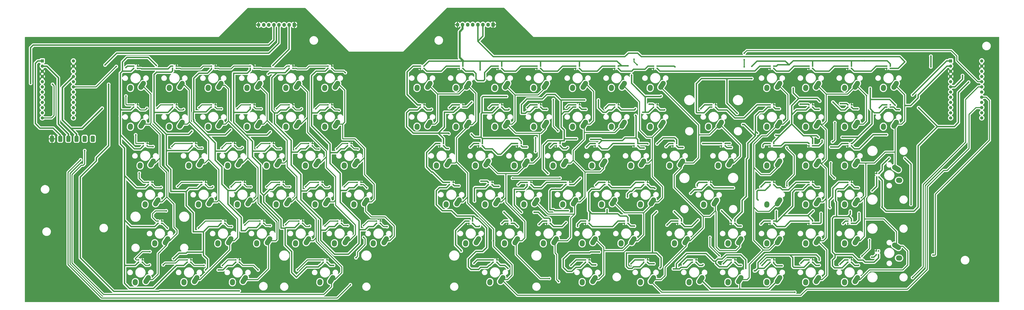
<source format=gtl>
%TF.GenerationSoftware,KiCad,Pcbnew,6.0.11-2627ca5db0~126~ubuntu22.04.1*%
%TF.CreationDate,2023-11-06T21:31:54+01:00*%
%TF.ProjectId,pcb,7063622e-6b69-4636-9164-5f7063625858,rev?*%
%TF.SameCoordinates,Original*%
%TF.FileFunction,Copper,L1,Top*%
%TF.FilePolarity,Positive*%
%FSLAX46Y46*%
G04 Gerber Fmt 4.6, Leading zero omitted, Abs format (unit mm)*
G04 Created by KiCad (PCBNEW 6.0.11-2627ca5db0~126~ubuntu22.04.1) date 2023-11-06 21:31:54*
%MOMM*%
%LPD*%
G01*
G04 APERTURE LIST*
G04 Aperture macros list*
%AMRoundRect*
0 Rectangle with rounded corners*
0 $1 Rounding radius*
0 $2 $3 $4 $5 $6 $7 $8 $9 X,Y pos of 4 corners*
0 Add a 4 corners polygon primitive as box body*
4,1,4,$2,$3,$4,$5,$6,$7,$8,$9,$2,$3,0*
0 Add four circle primitives for the rounded corners*
1,1,$1+$1,$2,$3*
1,1,$1+$1,$4,$5*
1,1,$1+$1,$6,$7*
1,1,$1+$1,$8,$9*
0 Add four rect primitives between the rounded corners*
20,1,$1+$1,$2,$3,$4,$5,0*
20,1,$1+$1,$4,$5,$6,$7,0*
20,1,$1+$1,$6,$7,$8,$9,0*
20,1,$1+$1,$8,$9,$2,$3,0*%
%AMHorizOval*
0 Thick line with rounded ends*
0 $1 width*
0 $2 $3 position (X,Y) of the first rounded end (center of the circle)*
0 $4 $5 position (X,Y) of the second rounded end (center of the circle)*
0 Add line between two ends*
20,1,$1,$2,$3,$4,$5,0*
0 Add two circle primitives to create the rounded ends*
1,1,$1,$2,$3*
1,1,$1,$4,$5*%
G04 Aperture macros list end*
%TA.AperFunction,ComponentPad*%
%ADD10HorizOval,2.500000X0.604462X0.948815X-0.604462X-0.948815X0*%
%TD*%
%TA.AperFunction,ComponentPad*%
%ADD11HorizOval,2.500000X0.019724X0.289328X-0.019724X-0.289328X0*%
%TD*%
%TA.AperFunction,SMDPad,CuDef*%
%ADD12R,0.700000X0.700000*%
%TD*%
%TA.AperFunction,ComponentPad*%
%ADD13HorizOval,2.500000X-0.948815X0.604462X0.948815X-0.604462X0*%
%TD*%
%TA.AperFunction,ComponentPad*%
%ADD14HorizOval,2.500000X-0.289328X0.019724X0.289328X-0.019724X0*%
%TD*%
%TA.AperFunction,ComponentPad*%
%ADD15RoundRect,0.250000X0.600000X0.725000X-0.600000X0.725000X-0.600000X-0.725000X0.600000X-0.725000X0*%
%TD*%
%TA.AperFunction,ComponentPad*%
%ADD16O,1.700000X1.950000*%
%TD*%
%TA.AperFunction,SMDPad,CuDef*%
%ADD17RoundRect,0.500000X-0.500000X-1.000000X0.500000X-1.000000X0.500000X1.000000X-0.500000X1.000000X0*%
%TD*%
%TA.AperFunction,ComponentPad*%
%ADD18R,1.600000X1.600000*%
%TD*%
%TA.AperFunction,ComponentPad*%
%ADD19C,1.600000*%
%TD*%
%TA.AperFunction,ViaPad*%
%ADD20C,0.800000*%
%TD*%
%TA.AperFunction,Conductor*%
%ADD21C,0.500000*%
%TD*%
%TA.AperFunction,Conductor*%
%ADD22C,0.700000*%
%TD*%
%TA.AperFunction,Conductor*%
%ADD23C,0.750000*%
%TD*%
%TA.AperFunction,Conductor*%
%ADD24C,1.000000*%
%TD*%
%TA.AperFunction,Conductor*%
%ADD25C,0.250000*%
%TD*%
G04 APERTURE END LIST*
D10*
%TO.P,K80,1*%
%TO.N,Net-(K35-Pad1)*%
X200898800Y-367057800D03*
D11*
%TO.P,K80,2*%
%TO.N,Net-(D80-Pad2)*%
X195123800Y-368327800D03*
%TD*%
D10*
%TO.P,K4,1*%
%TO.N,Net-(K10-Pad1)*%
X93742500Y-290876550D03*
D11*
%TO.P,K4,2*%
%TO.N,Net-(D4-Pad2)*%
X87967500Y-292146550D03*
%TD*%
D12*
%TO.P,LED32,1,VDD*%
%TO.N,Net-(FS1-Pad4)*%
X58616250Y-377550000D03*
%TO.P,LED32,2,DOUT*%
%TO.N,Net-(LED32-Pad2)*%
X60446250Y-377550000D03*
%TO.P,LED32,3,VSS*%
%TO.N,GND*%
X60446250Y-376450000D03*
%TO.P,LED32,4,DIN*%
%TO.N,Net-(LED31-Pad2)*%
X58616250Y-376450000D03*
%TD*%
D10*
%TO.P,K75,1*%
%TO.N,Net-(K41-Pad1)*%
X317580050Y-348091500D03*
D11*
%TO.P,K75,2*%
%TO.N,Net-(D75-Pad2)*%
X311805050Y-349361500D03*
%TD*%
D10*
%TO.P,K17,1*%
%TO.N,Net-(K11-Pad1)*%
X122317500Y-328976550D03*
D11*
%TO.P,K17,2*%
%TO.N,Net-(D17-Pad2)*%
X116542500Y-330246550D03*
%TD*%
D10*
%TO.P,K96,1*%
%TO.N,Net-(K43-Pad1)*%
X367586300Y-386107800D03*
D11*
%TO.P,K96,2*%
%TO.N,Net-(D96-Pad2)*%
X361811300Y-387377800D03*
%TD*%
D10*
%TO.P,K76,1*%
%TO.N,Net-(K42-Pad1)*%
X348536300Y-348007800D03*
D11*
%TO.P,K76,2*%
%TO.N,Net-(D76-Pad2)*%
X342761300Y-349277800D03*
%TD*%
D10*
%TO.P,K8,1*%
%TO.N,Net-(K14-Pad1)*%
X55642500Y-309926550D03*
D11*
%TO.P,K8,2*%
%TO.N,Net-(D8-Pad2)*%
X49867500Y-311196550D03*
%TD*%
D12*
%TO.P,LED43,1,VDD*%
%TO.N,Net-(J2-Pad7)*%
X365246300Y-281450000D03*
%TO.P,LED43,2,DOUT*%
%TO.N,Net-(LED43-Pad2)*%
X363416300Y-281450000D03*
%TO.P,LED43,3,VSS*%
%TO.N,GND*%
X363416300Y-282550000D03*
%TO.P,LED43,4,DIN*%
%TO.N,Net-(LED44-Pad2)*%
X365246300Y-282550000D03*
%TD*%
%TO.P,LED62,1,VDD*%
%TO.N,Net-(J2-Pad7)*%
X260471300Y-319450000D03*
%TO.P,LED62,2,DOUT*%
%TO.N,Net-(LED61-Pad4)*%
X258641300Y-319450000D03*
%TO.P,LED62,3,VSS*%
%TO.N,GND*%
X258641300Y-320550000D03*
%TO.P,LED62,4,DIN*%
%TO.N,Net-(LED62-Pad4)*%
X260471300Y-320550000D03*
%TD*%
%TO.P,LED14,1,VDD*%
%TO.N,Net-(FS1-Pad4)*%
X60997500Y-320550000D03*
%TO.P,LED14,2,DOUT*%
%TO.N,Net-(LED14-Pad2)*%
X62827500Y-320550000D03*
%TO.P,LED14,3,VSS*%
%TO.N,GND*%
X62827500Y-319450000D03*
%TO.P,LED14,4,DIN*%
%TO.N,Net-(LED13-Pad2)*%
X60997500Y-319450000D03*
%TD*%
D10*
%TO.P,K70,1*%
%TO.N,Net-(K37-Pad1)*%
X210423800Y-348007800D03*
D11*
%TO.P,K70,2*%
%TO.N,Net-(D70-Pad2)*%
X204648800Y-349277800D03*
%TD*%
D10*
%TO.P,K93,1*%
%TO.N,Net-(K42-Pad1)*%
X310436300Y-386107800D03*
D11*
%TO.P,K93,2*%
%TO.N,Net-(D93-Pad2)*%
X304661300Y-387377800D03*
%TD*%
D10*
%TO.P,K78,1*%
%TO.N,Net-(K45-Pad1)*%
X386636300Y-348007800D03*
D11*
%TO.P,K78,2*%
%TO.N,Net-(D78-Pad2)*%
X380861300Y-349277800D03*
%TD*%
D12*
%TO.P,LED79,1,VDD*%
%TO.N,Net-(J2-Pad7)*%
X397702900Y-335873773D03*
%TO.P,LED79,2,DOUT*%
%TO.N,Net-(LED79-Pad2)*%
X397702900Y-334043773D03*
%TO.P,LED79,3,VSS*%
%TO.N,GND*%
X396602900Y-334043773D03*
%TO.P,LED79,4,DIN*%
%TO.N,Net-(LED79-Pad4)*%
X396602900Y-335873773D03*
%TD*%
D10*
%TO.P,K92,1*%
%TO.N,Net-(K41-Pad1)*%
X286623800Y-386107800D03*
D11*
%TO.P,K92,2*%
%TO.N,Net-(D92-Pad2)*%
X280848800Y-387377800D03*
%TD*%
D10*
%TO.P,K35,1*%
%TO.N,Net-(K35-Pad1)*%
X177086300Y-290857800D03*
D11*
%TO.P,K35,2*%
%TO.N,Net-(D35-Pad2)*%
X171311300Y-292127800D03*
%TD*%
D12*
%TO.P,LED23,1,VDD*%
%TO.N,Net-(FS1-Pad4)*%
X122910000Y-339550000D03*
%TO.P,LED23,2,DOUT*%
%TO.N,Net-(LED23-Pad2)*%
X124740000Y-339550000D03*
%TO.P,LED23,3,VSS*%
%TO.N,GND*%
X124740000Y-338450000D03*
%TO.P,LED23,4,DIN*%
%TO.N,Net-(LED22-Pad2)*%
X122910000Y-338450000D03*
%TD*%
D13*
%TO.P,K98,1*%
%TO.N,Net-(K45-Pad1)*%
X406338650Y-369807800D03*
D14*
%TO.P,K98,2*%
%TO.N,Net-(D98-Pad2)*%
X407608650Y-375582800D03*
%TD*%
D10*
%TO.P,K88,1*%
%TO.N,Net-(K43-Pad1)*%
X367586300Y-367057800D03*
D11*
%TO.P,K88,2*%
%TO.N,Net-(D88-Pad2)*%
X361811300Y-368327800D03*
%TD*%
D12*
%TO.P,LED51,1,VDD*%
%TO.N,Net-(J2-Pad7)*%
X268166300Y-301550000D03*
%TO.P,LED51,2,DOUT*%
%TO.N,Net-(LED51-Pad2)*%
X269996300Y-301550000D03*
%TO.P,LED51,3,VSS*%
%TO.N,GND*%
X269996300Y-300450000D03*
%TO.P,LED51,4,DIN*%
%TO.N,Net-(LED50-Pad2)*%
X268166300Y-300450000D03*
%TD*%
%TO.P,LED54,1,VDD*%
%TO.N,Net-(J2-Pad7)*%
X344366300Y-301550000D03*
%TO.P,LED54,2,DOUT*%
%TO.N,Net-(LED54-Pad2)*%
X346196300Y-301550000D03*
%TO.P,LED54,3,VSS*%
%TO.N,GND*%
X346196300Y-300450000D03*
%TO.P,LED54,4,DIN*%
%TO.N,Net-(LED53-Pad2)*%
X344366300Y-300450000D03*
%TD*%
D10*
%TO.P,K94,1*%
%TO.N,Net-(K42-Pad1)*%
X329486300Y-386107800D03*
D11*
%TO.P,K94,2*%
%TO.N,Net-(D94-Pad2)*%
X323711300Y-387377800D03*
%TD*%
D10*
%TO.P,K54,1*%
%TO.N,Net-(K42-Pad1)*%
X348536300Y-309907800D03*
D11*
%TO.P,K54,2*%
%TO.N,Net-(D54-Pad2)*%
X342761300Y-311177800D03*
%TD*%
D12*
%TO.P,LED26,1,VDD*%
%TO.N,Net-(FS1-Pad4)*%
X75285000Y-358550000D03*
%TO.P,LED26,2,DOUT*%
%TO.N,Net-(LED26-Pad2)*%
X77115000Y-358550000D03*
%TO.P,LED26,3,VSS*%
%TO.N,GND*%
X77115000Y-357450000D03*
%TO.P,LED26,4,DIN*%
%TO.N,Net-(LED25-Pad2)*%
X75285000Y-357450000D03*
%TD*%
%TO.P,LED40,1,VDD*%
%TO.N,Net-(J2-Pad7)*%
X269996300Y-281450000D03*
%TO.P,LED40,2,DOUT*%
%TO.N,Net-(LED39-Pad4)*%
X268166300Y-281450000D03*
%TO.P,LED40,3,VSS*%
%TO.N,GND*%
X268166300Y-282550000D03*
%TO.P,LED40,4,DIN*%
%TO.N,Net-(LED41-Pad2)*%
X269996300Y-282550000D03*
%TD*%
%TO.P,LED45,1,VDD*%
%TO.N,Net-(J2-Pad7)*%
X403346300Y-281450000D03*
%TO.P,LED45,2,DOUT*%
%TO.N,Net-(LED44-Pad4)*%
X401516300Y-281450000D03*
%TO.P,LED45,3,VSS*%
%TO.N,GND*%
X401516300Y-282550000D03*
%TO.P,LED45,4,DIN*%
%TO.N,Net-(J2-Pad3)*%
X403346300Y-282550000D03*
%TD*%
D10*
%TO.P,K16,1*%
%TO.N,Net-(K10-Pad1)*%
X103267500Y-328976550D03*
D11*
%TO.P,K16,2*%
%TO.N,Net-(D16-Pad2)*%
X97492500Y-330246550D03*
%TD*%
D12*
%TO.P,LED65,1,VDD*%
%TO.N,Net-(J2-Pad7)*%
X322383800Y-319450000D03*
%TO.P,LED65,2,DOUT*%
%TO.N,Net-(LED65-Pad2)*%
X320553800Y-319450000D03*
%TO.P,LED65,3,VSS*%
%TO.N,GND*%
X320553800Y-320550000D03*
%TO.P,LED65,4,DIN*%
%TO.N,Net-(LED66-Pad2)*%
X322383800Y-320550000D03*
%TD*%
D10*
%TO.P,K10,1*%
%TO.N,Net-(K10-Pad1)*%
X93742500Y-309926550D03*
D11*
%TO.P,K10,2*%
%TO.N,Net-(D10-Pad2)*%
X87967500Y-311196550D03*
%TD*%
D10*
%TO.P,K12,1*%
%TO.N,Net-(K12-Pad1)*%
X131842500Y-309926550D03*
D11*
%TO.P,K12,2*%
%TO.N,Net-(D12-Pad2)*%
X126067500Y-311196550D03*
%TD*%
D10*
%TO.P,K37,1*%
%TO.N,Net-(K37-Pad1)*%
X215186300Y-290857800D03*
D11*
%TO.P,K37,2*%
%TO.N,Net-(D37-Pad2)*%
X209411300Y-292127800D03*
%TD*%
D12*
%TO.P,LED15,1,VDD*%
%TO.N,Net-(FS1-Pad4)*%
X80047500Y-320550000D03*
%TO.P,LED15,2,DOUT*%
%TO.N,Net-(LED15-Pad2)*%
X81877500Y-320550000D03*
%TO.P,LED15,3,VSS*%
%TO.N,GND*%
X81877500Y-319450000D03*
%TO.P,LED15,4,DIN*%
%TO.N,Net-(LED14-Pad2)*%
X80047500Y-319450000D03*
%TD*%
D10*
%TO.P,K9,1*%
%TO.N,Net-(K15-Pad1)*%
X74692500Y-309926550D03*
D11*
%TO.P,K9,2*%
%TO.N,Net-(D9-Pad2)*%
X68917500Y-311196550D03*
%TD*%
D12*
%TO.P,LED67,1,VDD*%
%TO.N,Net-(J2-Pad7)*%
X365246300Y-319450000D03*
%TO.P,LED67,2,DOUT*%
%TO.N,Net-(LED66-Pad4)*%
X363416300Y-319450000D03*
%TO.P,LED67,3,VSS*%
%TO.N,GND*%
X363416300Y-320550000D03*
%TO.P,LED67,4,DIN*%
%TO.N,Net-(LED67-Pad4)*%
X365246300Y-320550000D03*
%TD*%
D10*
%TO.P,K19,1*%
%TO.N,Net-(K1-Pad1)*%
X43736250Y-348026550D03*
D11*
%TO.P,K19,2*%
%TO.N,Net-(D19-Pad2)*%
X37961250Y-349296550D03*
%TD*%
D10*
%TO.P,K85,1*%
%TO.N,Net-(K41-Pad1)*%
X303292550Y-367057800D03*
D11*
%TO.P,K85,2*%
%TO.N,Net-(D85-Pad2)*%
X297517550Y-368327800D03*
%TD*%
D12*
%TO.P,LED33,1,VDD*%
%TO.N,Net-(FS1-Pad4)*%
X82428750Y-377550000D03*
%TO.P,LED33,2,DOUT*%
%TO.N,Net-(LED33-Pad2)*%
X84258750Y-377550000D03*
%TO.P,LED33,3,VSS*%
%TO.N,GND*%
X84258750Y-376450000D03*
%TO.P,LED33,4,DIN*%
%TO.N,Net-(LED32-Pad2)*%
X82428750Y-376450000D03*
%TD*%
D10*
%TO.P,K33,1*%
%TO.N,Net-(K15-Pad1)*%
X86598750Y-386126550D03*
D11*
%TO.P,K33,2*%
%TO.N,Net-(D33-Pad2)*%
X80823750Y-387396550D03*
%TD*%
D10*
%TO.P,K86,1*%
%TO.N,Net-(K41-Pad1)*%
X329486300Y-367057800D03*
D11*
%TO.P,K86,2*%
%TO.N,Net-(D86-Pad2)*%
X323711300Y-368327800D03*
%TD*%
D10*
%TO.P,K95,1*%
%TO.N,Net-(K42-Pad1)*%
X348536300Y-386107800D03*
D11*
%TO.P,K95,2*%
%TO.N,Net-(D95-Pad2)*%
X342761300Y-387377800D03*
%TD*%
D10*
%TO.P,K42,1*%
%TO.N,Net-(K42-Pad1)*%
X348536300Y-290857800D03*
D11*
%TO.P,K42,2*%
%TO.N,Net-(D42-Pad2)*%
X342761300Y-292127800D03*
%TD*%
D12*
%TO.P,LED12,1,VDD*%
%TO.N,Net-(FS1-Pad4)*%
X127672500Y-301550000D03*
%TO.P,LED12,2,DOUT*%
%TO.N,Net-(LED12-Pad2)*%
X129502500Y-301550000D03*
%TO.P,LED12,3,VSS*%
%TO.N,GND*%
X129502500Y-300450000D03*
%TO.P,LED12,4,DIN*%
%TO.N,Net-(LED11-Pad2)*%
X127672500Y-300450000D03*
%TD*%
%TO.P,LED53,1,VDD*%
%TO.N,Net-(J2-Pad7)*%
X315791300Y-301550000D03*
%TO.P,LED53,2,DOUT*%
%TO.N,Net-(LED53-Pad2)*%
X317621300Y-301550000D03*
%TO.P,LED53,3,VSS*%
%TO.N,GND*%
X317621300Y-300450000D03*
%TO.P,LED53,4,DIN*%
%TO.N,Net-(LED52-Pad2)*%
X315791300Y-300450000D03*
%TD*%
%TO.P,LED96,1,VDD*%
%TO.N,Net-(J2-Pad7)*%
X363416300Y-377550000D03*
%TO.P,LED96,2,DOUT*%
%TO.N,Net-(LED96-Pad2)*%
X365246300Y-377550000D03*
%TO.P,LED96,3,VSS*%
%TO.N,GND*%
X365246300Y-376450000D03*
%TO.P,LED96,4,DIN*%
%TO.N,Net-(LED95-Pad2)*%
X363416300Y-376450000D03*
%TD*%
%TO.P,LED46,1,VDD*%
%TO.N,Net-(J2-Pad7)*%
X172916300Y-301550000D03*
%TO.P,LED46,2,DOUT*%
%TO.N,Net-(LED46-Pad2)*%
X174746300Y-301550000D03*
%TO.P,LED46,3,VSS*%
%TO.N,GND*%
X174746300Y-300450000D03*
%TO.P,LED46,4,DIN*%
%TO.N,Net-(LED35-Pad2)*%
X172916300Y-300450000D03*
%TD*%
D10*
%TO.P,K30,1*%
%TO.N,Net-(K12-Pad1)*%
X155655000Y-367076550D03*
D11*
%TO.P,K30,2*%
%TO.N,Net-(D30-Pad2)*%
X149880000Y-368346550D03*
%TD*%
D12*
%TO.P,LED69,1,VDD*%
%TO.N,Net-(J2-Pad7)*%
X187203800Y-339550000D03*
%TO.P,LED69,2,DOUT*%
%TO.N,Net-(LED69-Pad2)*%
X189033800Y-339550000D03*
%TO.P,LED69,3,VSS*%
%TO.N,GND*%
X189033800Y-338450000D03*
%TO.P,LED69,4,DIN*%
%TO.N,Net-(LED58-Pad2)*%
X187203800Y-338450000D03*
%TD*%
%TO.P,LED1,1,VDD*%
%TO.N,Net-(FS1-Pad4)*%
X32422500Y-282550000D03*
%TO.P,LED1,2,DOUT*%
%TO.N,Net-(LED1-Pad2)*%
X34252500Y-282550000D03*
%TO.P,LED1,3,VSS*%
%TO.N,GND*%
X34252500Y-281450000D03*
%TO.P,LED1,4,DIN*%
%TO.N,Net-(LED1-Pad4)*%
X32422500Y-281450000D03*
%TD*%
%TO.P,LED3,1,VDD*%
%TO.N,Net-(FS1-Pad4)*%
X70522500Y-282550000D03*
%TO.P,LED3,2,DOUT*%
%TO.N,Net-(LED3-Pad2)*%
X72352500Y-282550000D03*
%TO.P,LED3,3,VSS*%
%TO.N,GND*%
X72352500Y-281450000D03*
%TO.P,LED3,4,DIN*%
%TO.N,Net-(LED2-Pad2)*%
X70522500Y-281450000D03*
%TD*%
%TO.P,LED20,1,VDD*%
%TO.N,Net-(FS1-Pad4)*%
X65760000Y-339550000D03*
%TO.P,LED20,2,DOUT*%
%TO.N,Net-(LED20-Pad2)*%
X67590000Y-339550000D03*
%TO.P,LED20,3,VSS*%
%TO.N,GND*%
X67590000Y-338450000D03*
%TO.P,LED20,4,DIN*%
%TO.N,Net-(LED19-Pad2)*%
X65760000Y-338450000D03*
%TD*%
D10*
%TO.P,K46,1*%
%TO.N,Net-(K35-Pad1)*%
X177086300Y-309907800D03*
D11*
%TO.P,K46,2*%
%TO.N,Net-(D46-Pad2)*%
X171311300Y-311177800D03*
%TD*%
D10*
%TO.P,K5,1*%
%TO.N,Net-(K11-Pad1)*%
X112792500Y-290876550D03*
D11*
%TO.P,K5,2*%
%TO.N,Net-(D5-Pad2)*%
X107017500Y-292146550D03*
%TD*%
D12*
%TO.P,LED80,1,VDD*%
%TO.N,Net-(J2-Pad7)*%
X198558800Y-357450000D03*
%TO.P,LED80,2,DOUT*%
%TO.N,Net-(LED80-Pad2)*%
X196728800Y-357450000D03*
%TO.P,LED80,3,VSS*%
%TO.N,GND*%
X196728800Y-358550000D03*
%TO.P,LED80,4,DIN*%
%TO.N,Net-(LED81-Pad2)*%
X198558800Y-358550000D03*
%TD*%
D10*
%TO.P,K21,1*%
%TO.N,Net-(K15-Pad1)*%
X88980000Y-348026550D03*
D11*
%TO.P,K21,2*%
%TO.N,Net-(D21-Pad2)*%
X83205000Y-349296550D03*
%TD*%
D10*
%TO.P,K28,1*%
%TO.N,Net-(K10-Pad1)*%
X117555000Y-367076550D03*
D11*
%TO.P,K28,2*%
%TO.N,Net-(D28-Pad2)*%
X111780000Y-368346550D03*
%TD*%
D10*
%TO.P,K51,1*%
%TO.N,Net-(K39-Pad1)*%
X272336300Y-309907800D03*
D11*
%TO.P,K51,2*%
%TO.N,Net-(D51-Pad2)*%
X266561300Y-311177800D03*
%TD*%
D15*
%TO.P,J1,1,1*%
%TO.N,GND*%
X111137500Y-261262500D03*
D16*
%TO.P,J1,2,2*%
%TO.N,Net-(FS1-Pad4)*%
X108637500Y-261262500D03*
%TO.P,J1,3,3*%
%TO.N,Net-(J1-Pad3)*%
X106137500Y-261262500D03*
%TO.P,J1,4,4*%
X103637500Y-261262500D03*
%TO.P,J1,5,5*%
%TO.N,Net-(J1-Pad5)*%
X101137500Y-261262500D03*
%TO.P,J1,6,6*%
%TO.N,Net-(J1-Pad6)*%
X98637500Y-261262500D03*
%TO.P,J1,7,7*%
%TO.N,Net-(FS1-Pad4)*%
X96137500Y-261262500D03*
%TO.P,J1,8,8*%
%TO.N,GND*%
X93637500Y-261262500D03*
%TD*%
D12*
%TO.P,LED11,1,VDD*%
%TO.N,Net-(FS1-Pad4)*%
X108622500Y-301550000D03*
%TO.P,LED11,2,DOUT*%
%TO.N,Net-(LED11-Pad2)*%
X110452500Y-301550000D03*
%TO.P,LED11,3,VSS*%
%TO.N,GND*%
X110452500Y-300450000D03*
%TO.P,LED11,4,DIN*%
%TO.N,Net-(LED10-Pad2)*%
X108622500Y-300450000D03*
%TD*%
%TO.P,LED49,1,VDD*%
%TO.N,Net-(J2-Pad7)*%
X230066300Y-301550000D03*
%TO.P,LED49,2,DOUT*%
%TO.N,Net-(LED49-Pad2)*%
X231896300Y-301550000D03*
%TO.P,LED49,3,VSS*%
%TO.N,GND*%
X231896300Y-300450000D03*
%TO.P,LED49,4,DIN*%
%TO.N,Net-(LED48-Pad2)*%
X230066300Y-300450000D03*
%TD*%
D10*
%TO.P,K62,1*%
%TO.N,Net-(K39-Pad1)*%
X262811300Y-328957800D03*
D11*
%TO.P,K62,2*%
%TO.N,Net-(D62-Pad2)*%
X257036300Y-330227800D03*
%TD*%
D10*
%TO.P,K72,1*%
%TO.N,Net-(K39-Pad1)*%
X248523800Y-348007800D03*
D11*
%TO.P,K72,2*%
%TO.N,Net-(D72-Pad2)*%
X242748800Y-349277800D03*
%TD*%
D17*
%TO.P,FS1,1,GND*%
%TO.N,GND*%
X-7618750Y-317087500D03*
%TO.P,FS1,2,RX*%
%TO.N,Net-(FS1-Pad2)*%
X-3618750Y-317087500D03*
%TO.P,FS1,3,TX*%
%TO.N,Net-(FS1-Pad3)*%
X381250Y-317087500D03*
%TO.P,FS1,4,VIN*%
%TO.N,Net-(FS1-Pad4)*%
X4381250Y-317087500D03*
%TO.P,FS1,5,SOUT*%
%TO.N,unconnected-(FS1-Pad5)*%
X8381250Y-317087500D03*
%TO.P,FS1,6,VTOUCH*%
%TO.N,unconnected-(FS1-Pad6)*%
X12381250Y-317087500D03*
%TD*%
D10*
%TO.P,K49,1*%
%TO.N,Net-(K37-Pad1)*%
X234236300Y-309907800D03*
D11*
%TO.P,K49,2*%
%TO.N,Net-(D49-Pad2)*%
X228461300Y-311177800D03*
%TD*%
D10*
%TO.P,K60,1*%
%TO.N,Net-(K37-Pad1)*%
X224711300Y-328957800D03*
D11*
%TO.P,K60,2*%
%TO.N,Net-(D60-Pad2)*%
X218936300Y-330227800D03*
%TD*%
D12*
%TO.P,LED25,1,VDD*%
%TO.N,Net-(FS1-Pad4)*%
X44328750Y-358550000D03*
%TO.P,LED25,2,DOUT*%
%TO.N,Net-(LED25-Pad2)*%
X46158750Y-358550000D03*
%TO.P,LED25,3,VSS*%
%TO.N,GND*%
X46158750Y-357450000D03*
%TO.P,LED25,4,DIN*%
%TO.N,Net-(LED24-Pad2)*%
X44328750Y-357450000D03*
%TD*%
%TO.P,LED29,1,VDD*%
%TO.N,Net-(FS1-Pad4)*%
X132435000Y-358550000D03*
%TO.P,LED29,2,DOUT*%
%TO.N,Net-(LED29-Pad2)*%
X134265000Y-358550000D03*
%TO.P,LED29,3,VSS*%
%TO.N,GND*%
X134265000Y-357450000D03*
%TO.P,LED29,4,DIN*%
%TO.N,Net-(LED28-Pad2)*%
X132435000Y-357450000D03*
%TD*%
%TO.P,LED98,1,VDD*%
%TO.N,Net-(J2-Pad7)*%
X397550000Y-373915000D03*
%TO.P,LED98,2,DOUT*%
%TO.N,unconnected-(LED98-Pad2)*%
X397550000Y-372085000D03*
%TO.P,LED98,3,VSS*%
%TO.N,GND*%
X396450000Y-372085000D03*
%TO.P,LED98,4,DIN*%
%TO.N,Net-(LED98-Pad4)*%
X396450000Y-373915000D03*
%TD*%
%TO.P,LED47,1,VDD*%
%TO.N,Net-(J2-Pad7)*%
X191966300Y-301550000D03*
%TO.P,LED47,2,DOUT*%
%TO.N,Net-(LED47-Pad2)*%
X193796300Y-301550000D03*
%TO.P,LED47,3,VSS*%
%TO.N,GND*%
X193796300Y-300450000D03*
%TO.P,LED47,4,DIN*%
%TO.N,Net-(LED46-Pad2)*%
X191966300Y-300450000D03*
%TD*%
D10*
%TO.P,K71,1*%
%TO.N,Net-(K39-Pad1)*%
X229473800Y-348007800D03*
D11*
%TO.P,K71,2*%
%TO.N,Net-(D71-Pad2)*%
X223698800Y-349277800D03*
%TD*%
D10*
%TO.P,K13,1*%
%TO.N,Net-(K1-Pad1)*%
X41355000Y-328976550D03*
D11*
%TO.P,K13,2*%
%TO.N,Net-(D13-Pad2)*%
X35580000Y-330246550D03*
%TD*%
D10*
%TO.P,K50,1*%
%TO.N,Net-(K39-Pad1)*%
X253286300Y-309907800D03*
D11*
%TO.P,K50,2*%
%TO.N,Net-(D50-Pad2)*%
X247511300Y-311177800D03*
%TD*%
D10*
%TO.P,K53,1*%
%TO.N,Net-(K41-Pad1)*%
X319961300Y-309907800D03*
D11*
%TO.P,K53,2*%
%TO.N,Net-(D53-Pad2)*%
X314186300Y-311177800D03*
%TD*%
D18*
%TO.P,U2,1,TX*%
%TO.N,Net-(K43-Pad1)*%
X432911300Y-278905000D03*
D19*
%TO.P,U2,2,RX*%
%TO.N,Net-(K45-Pad1)*%
X432911300Y-281445000D03*
%TO.P,U2,3,GND*%
%TO.N,GND*%
X432911300Y-283985000D03*
%TO.P,U2,4,GND*%
X432911300Y-286525000D03*
%TO.P,U2,5,SDA*%
%TO.N,Net-(J2-Pad6)*%
X432911300Y-289065000D03*
%TO.P,U2,6,SCL*%
%TO.N,Net-(J2-Pad5)*%
X432911300Y-291605000D03*
%TO.P,U2,7,D4*%
%TO.N,Net-(D35-Pad1)*%
X432911300Y-294145000D03*
%TO.P,U2,8,C6*%
%TO.N,Net-(D36-Pad1)*%
X432911300Y-296685000D03*
%TO.P,U2,9,D7*%
%TO.N,Net-(D46-Pad1)*%
X432911300Y-299225000D03*
%TO.P,U2,10,E6*%
%TO.N,Net-(D47-Pad1)*%
X432911300Y-301765000D03*
%TO.P,U2,11,B4*%
%TO.N,Net-(D58-Pad1)*%
X432911300Y-304305000D03*
%TO.P,U2,12,B5*%
%TO.N,Net-(D60-Pad1)*%
X432911300Y-306845000D03*
%TO.P,U2,13,B6*%
%TO.N,Net-(D70-Pad1)*%
X448151300Y-306845000D03*
%TO.P,U2,14,B2*%
%TO.N,Net-(D81-Pad1)*%
X448151300Y-304305000D03*
%TO.P,U2,15,B3*%
%TO.N,Net-(K35-Pad1)*%
X448151300Y-301765000D03*
%TO.P,U2,16,B1*%
%TO.N,Net-(K37-Pad1)*%
X448151300Y-299225000D03*
%TO.P,U2,17,F7*%
%TO.N,Net-(K39-Pad1)*%
X448151300Y-296685000D03*
%TO.P,U2,18,F6*%
%TO.N,Net-(K40-Pad1)*%
X448151300Y-294145000D03*
%TO.P,U2,19,F5*%
%TO.N,Net-(K41-Pad1)*%
X448151300Y-291605000D03*
%TO.P,U2,20,F4*%
%TO.N,Net-(K42-Pad1)*%
X448151300Y-289065000D03*
%TO.P,U2,21,VCC*%
%TO.N,Net-(J2-Pad7)*%
X448151300Y-286525000D03*
%TO.P,U2,22,RST*%
%TO.N,unconnected-(U2-Pad22)*%
X448151300Y-283985000D03*
%TO.P,U2,23,GND*%
%TO.N,GND*%
X448151300Y-281445000D03*
%TO.P,U2,24,RAW*%
%TO.N,unconnected-(U2-Pad24)*%
X448151300Y-278905000D03*
%TD*%
D12*
%TO.P,LED8,1,VDD*%
%TO.N,Net-(FS1-Pad4)*%
X51472500Y-301550000D03*
%TO.P,LED8,2,DOUT*%
%TO.N,Net-(LED8-Pad2)*%
X53302500Y-301550000D03*
%TO.P,LED8,3,VSS*%
%TO.N,GND*%
X53302500Y-300450000D03*
%TO.P,LED8,4,DIN*%
%TO.N,Net-(LED7-Pad2)*%
X51472500Y-300450000D03*
%TD*%
D10*
%TO.P,K34,1*%
%TO.N,Net-(K10-Pad1)*%
X129461250Y-386126550D03*
D11*
%TO.P,K34,2*%
%TO.N,Net-(D34-Pad2)*%
X123686250Y-387396550D03*
%TD*%
D12*
%TO.P,LED19,1,VDD*%
%TO.N,Net-(FS1-Pad4)*%
X39566250Y-339550000D03*
%TO.P,LED19,2,DOUT*%
%TO.N,Net-(LED19-Pad2)*%
X41396250Y-339550000D03*
%TO.P,LED19,3,VSS*%
%TO.N,GND*%
X41396250Y-338450000D03*
%TO.P,LED19,4,DIN*%
%TO.N,Net-(LED18-Pad2)*%
X39566250Y-338450000D03*
%TD*%
D18*
%TO.P,U1,1,TX*%
%TO.N,Net-(FS1-Pad2)*%
X-12382500Y-278923750D03*
D19*
%TO.P,U1,2,RX*%
%TO.N,Net-(FS1-Pad3)*%
X-12382500Y-281463750D03*
%TO.P,U1,3,GND*%
%TO.N,GND*%
X-12382500Y-284003750D03*
%TO.P,U1,4,GND*%
X-12382500Y-286543750D03*
%TO.P,U1,5,SDA*%
%TO.N,Net-(J1-Pad6)*%
X-12382500Y-289083750D03*
%TO.P,U1,6,SCL*%
%TO.N,Net-(J1-Pad5)*%
X-12382500Y-291623750D03*
%TO.P,U1,7,D4*%
%TO.N,Net-(K1-Pad1)*%
X-12382500Y-294163750D03*
%TO.P,U1,8,C6*%
%TO.N,Net-(K14-Pad1)*%
X-12382500Y-296703750D03*
%TO.P,U1,9,D7*%
%TO.N,Net-(K15-Pad1)*%
X-12382500Y-299243750D03*
%TO.P,U1,10,E6*%
%TO.N,Net-(K10-Pad1)*%
X-12382500Y-301783750D03*
%TO.P,U1,11,B4*%
%TO.N,Net-(K11-Pad1)*%
X-12382500Y-304323750D03*
%TO.P,U1,12,B5*%
%TO.N,Net-(K12-Pad1)*%
X-12382500Y-306863750D03*
%TO.P,U1,13,B6*%
%TO.N,Net-(D31-Pad1)*%
X2857500Y-306863750D03*
%TO.P,U1,14,B2*%
%TO.N,Net-(D25-Pad1)*%
X2857500Y-304323750D03*
%TO.P,U1,15,B3*%
%TO.N,Net-(D19-Pad1)*%
X2857500Y-301783750D03*
%TO.P,U1,16,B1*%
%TO.N,Net-(D13-Pad1)*%
X2857500Y-299243750D03*
%TO.P,U1,17,F7*%
%TO.N,Net-(D10-Pad1)*%
X2857500Y-296703750D03*
%TO.P,U1,18,F6*%
%TO.N,Net-(D1-Pad1)*%
X2857500Y-294163750D03*
%TO.P,U1,19,F5*%
%TO.N,Net-(LED1-Pad4)*%
X2857500Y-291623750D03*
%TO.P,U1,20,F4*%
%TO.N,unconnected-(U1-Pad20)*%
X2857500Y-289083750D03*
%TO.P,U1,21,VCC*%
%TO.N,Net-(FS1-Pad4)*%
X2857500Y-286543750D03*
%TO.P,U1,22,RST*%
%TO.N,unconnected-(U1-Pad22)*%
X2857500Y-284003750D03*
%TO.P,U1,23,GND*%
%TO.N,GND*%
X2857500Y-281463750D03*
%TO.P,U1,24,RAW*%
%TO.N,unconnected-(U1-Pad24)*%
X2857500Y-278923750D03*
%TD*%
D12*
%TO.P,LED93,1,VDD*%
%TO.N,Net-(J2-Pad7)*%
X306266300Y-377550000D03*
%TO.P,LED93,2,DOUT*%
%TO.N,Net-(LED93-Pad2)*%
X308096300Y-377550000D03*
%TO.P,LED93,3,VSS*%
%TO.N,GND*%
X308096300Y-376450000D03*
%TO.P,LED93,4,DIN*%
%TO.N,Net-(LED93-Pad4)*%
X306266300Y-376450000D03*
%TD*%
D10*
%TO.P,K22,1*%
%TO.N,Net-(K10-Pad1)*%
X108030000Y-348026550D03*
D11*
%TO.P,K22,2*%
%TO.N,Net-(D22-Pad2)*%
X102255000Y-349296550D03*
%TD*%
D12*
%TO.P,LED7,1,VDD*%
%TO.N,Net-(FS1-Pad4)*%
X32422500Y-301550000D03*
%TO.P,LED7,2,DOUT*%
%TO.N,Net-(LED7-Pad2)*%
X34252500Y-301550000D03*
%TO.P,LED7,3,VSS*%
%TO.N,GND*%
X34252500Y-300450000D03*
%TO.P,LED7,4,DIN*%
%TO.N,Net-(LED6-Pad2)*%
X32422500Y-300450000D03*
%TD*%
D10*
%TO.P,K57,1*%
%TO.N,Net-(K45-Pad1)*%
X405686300Y-309907800D03*
D11*
%TO.P,K57,2*%
%TO.N,Net-(D57-Pad2)*%
X399911300Y-311177800D03*
%TD*%
D12*
%TO.P,LED41,1,VDD*%
%TO.N,Net-(J2-Pad7)*%
X289046300Y-281450000D03*
%TO.P,LED41,2,DOUT*%
%TO.N,Net-(LED41-Pad2)*%
X287216300Y-281450000D03*
%TO.P,LED41,3,VSS*%
%TO.N,GND*%
X287216300Y-282550000D03*
%TO.P,LED41,4,DIN*%
%TO.N,Net-(LED42-Pad2)*%
X289046300Y-282550000D03*
%TD*%
D10*
%TO.P,K82,1*%
%TO.N,Net-(K39-Pad1)*%
X238998800Y-367057800D03*
D11*
%TO.P,K82,2*%
%TO.N,Net-(D82-Pad2)*%
X233223800Y-368327800D03*
%TD*%
D12*
%TO.P,LED38,1,VDD*%
%TO.N,Net-(J2-Pad7)*%
X231896300Y-281450000D03*
%TO.P,LED38,2,DOUT*%
%TO.N,Net-(LED37-Pad4)*%
X230066300Y-281450000D03*
%TO.P,LED38,3,VSS*%
%TO.N,GND*%
X230066300Y-282550000D03*
%TO.P,LED38,4,DIN*%
%TO.N,Net-(LED38-Pad4)*%
X231896300Y-282550000D03*
%TD*%
%TO.P,LED60,1,VDD*%
%TO.N,Net-(J2-Pad7)*%
X222371300Y-319450000D03*
%TO.P,LED60,2,DOUT*%
%TO.N,Net-(LED60-Pad2)*%
X220541300Y-319450000D03*
%TO.P,LED60,3,VSS*%
%TO.N,GND*%
X220541300Y-320550000D03*
%TO.P,LED60,4,DIN*%
%TO.N,Net-(LED61-Pad2)*%
X222371300Y-320550000D03*
%TD*%
%TO.P,LED9,1,VDD*%
%TO.N,Net-(FS1-Pad4)*%
X70522500Y-301550000D03*
%TO.P,LED9,2,DOUT*%
%TO.N,Net-(LED10-Pad4)*%
X72352500Y-301550000D03*
%TO.P,LED9,3,VSS*%
%TO.N,GND*%
X72352500Y-300450000D03*
%TO.P,LED9,4,DIN*%
%TO.N,Net-(LED8-Pad2)*%
X70522500Y-300450000D03*
%TD*%
%TO.P,LED87,1,VDD*%
%TO.N,Net-(J2-Pad7)*%
X346196300Y-357450000D03*
%TO.P,LED87,2,DOUT*%
%TO.N,Net-(LED87-Pad2)*%
X344366300Y-357450000D03*
%TO.P,LED87,3,VSS*%
%TO.N,GND*%
X344366300Y-358550000D03*
%TO.P,LED87,4,DIN*%
%TO.N,Net-(LED87-Pad4)*%
X346196300Y-358550000D03*
%TD*%
D10*
%TO.P,K23,1*%
%TO.N,Net-(K11-Pad1)*%
X127080000Y-348026550D03*
D11*
%TO.P,K23,2*%
%TO.N,Net-(D23-Pad2)*%
X121305000Y-349296550D03*
%TD*%
D10*
%TO.P,K56,1*%
%TO.N,Net-(K43-Pad1)*%
X386636300Y-309907800D03*
D11*
%TO.P,K56,2*%
%TO.N,Net-(D56-Pad2)*%
X380861300Y-311177800D03*
%TD*%
D10*
%TO.P,K65,1*%
%TO.N,Net-(K41-Pad1)*%
X324723800Y-328957800D03*
D11*
%TO.P,K65,2*%
%TO.N,Net-(D65-Pad2)*%
X318948800Y-330227800D03*
%TD*%
D12*
%TO.P,LED27,1,VDD*%
%TO.N,Net-(FS1-Pad4)*%
X94335000Y-358550000D03*
%TO.P,LED27,2,DOUT*%
%TO.N,Net-(LED27-Pad2)*%
X96165000Y-358550000D03*
%TO.P,LED27,3,VSS*%
%TO.N,GND*%
X96165000Y-357450000D03*
%TO.P,LED27,4,DIN*%
%TO.N,Net-(LED26-Pad2)*%
X94335000Y-357450000D03*
%TD*%
D10*
%TO.P,K44,1*%
%TO.N,Net-(K43-Pad1)*%
X386636300Y-290857800D03*
D11*
%TO.P,K44,2*%
%TO.N,Net-(D44-Pad2)*%
X380861300Y-292127800D03*
%TD*%
D12*
%TO.P,LED4,1,VDD*%
%TO.N,Net-(FS1-Pad4)*%
X89572500Y-282550000D03*
%TO.P,LED4,2,DOUT*%
%TO.N,Net-(LED4-Pad2)*%
X91402500Y-282550000D03*
%TO.P,LED4,3,VSS*%
%TO.N,GND*%
X91402500Y-281450000D03*
%TO.P,LED4,4,DIN*%
%TO.N,Net-(LED3-Pad2)*%
X89572500Y-281450000D03*
%TD*%
%TO.P,LED85,1,VDD*%
%TO.N,Net-(J2-Pad7)*%
X300952550Y-357450000D03*
%TO.P,LED85,2,DOUT*%
%TO.N,Net-(LED84-Pad4)*%
X299122550Y-357450000D03*
%TO.P,LED85,3,VSS*%
%TO.N,GND*%
X299122550Y-358550000D03*
%TO.P,LED85,4,DIN*%
%TO.N,Net-(LED86-Pad2)*%
X300952550Y-358550000D03*
%TD*%
D10*
%TO.P,K81,1*%
%TO.N,Net-(K37-Pad1)*%
X219948800Y-367057800D03*
D11*
%TO.P,K81,2*%
%TO.N,Net-(D81-Pad2)*%
X214173800Y-368327800D03*
%TD*%
D12*
%TO.P,LED42,1,VDD*%
%TO.N,Net-(J2-Pad7)*%
X346196300Y-281450000D03*
%TO.P,LED42,2,DOUT*%
%TO.N,Net-(LED42-Pad2)*%
X344366300Y-281450000D03*
%TO.P,LED42,3,VSS*%
%TO.N,GND*%
X344366300Y-282550000D03*
%TO.P,LED42,4,DIN*%
%TO.N,Net-(LED43-Pad2)*%
X346196300Y-282550000D03*
%TD*%
D10*
%TO.P,K39,1*%
%TO.N,Net-(K39-Pad1)*%
X253286300Y-290857800D03*
D11*
%TO.P,K39,2*%
%TO.N,Net-(D39-Pad2)*%
X247511300Y-292127800D03*
%TD*%
D12*
%TO.P,LED88,1,VDD*%
%TO.N,Net-(J2-Pad7)*%
X365246300Y-357450000D03*
%TO.P,LED88,2,DOUT*%
%TO.N,Net-(LED87-Pad4)*%
X363416300Y-357450000D03*
%TO.P,LED88,3,VSS*%
%TO.N,GND*%
X363416300Y-358550000D03*
%TO.P,LED88,4,DIN*%
%TO.N,Net-(LED88-Pad4)*%
X365246300Y-358550000D03*
%TD*%
%TO.P,LED81,1,VDD*%
%TO.N,Net-(J2-Pad7)*%
X217608800Y-357450000D03*
%TO.P,LED81,2,DOUT*%
%TO.N,Net-(LED81-Pad2)*%
X215778800Y-357450000D03*
%TO.P,LED81,3,VSS*%
%TO.N,GND*%
X215778800Y-358550000D03*
%TO.P,LED81,4,DIN*%
%TO.N,Net-(LED81-Pad4)*%
X217608800Y-358550000D03*
%TD*%
D10*
%TO.P,K24,1*%
%TO.N,Net-(K12-Pad1)*%
X146130000Y-348026550D03*
D11*
%TO.P,K24,2*%
%TO.N,Net-(D24-Pad2)*%
X140355000Y-349296550D03*
%TD*%
D12*
%TO.P,LED83,1,VDD*%
%TO.N,Net-(J2-Pad7)*%
X255708800Y-357450000D03*
%TO.P,LED83,2,DOUT*%
%TO.N,Net-(LED82-Pad4)*%
X253878800Y-357450000D03*
%TO.P,LED83,3,VSS*%
%TO.N,GND*%
X253878800Y-358550000D03*
%TO.P,LED83,4,DIN*%
%TO.N,Net-(LED83-Pad4)*%
X255708800Y-358550000D03*
%TD*%
D10*
%TO.P,K3,1*%
%TO.N,Net-(K15-Pad1)*%
X74692500Y-290876550D03*
D11*
%TO.P,K3,2*%
%TO.N,Net-(D3-Pad2)*%
X68917500Y-292146550D03*
%TD*%
D10*
%TO.P,K55,1*%
%TO.N,Net-(K43-Pad1)*%
X367586300Y-309907800D03*
D11*
%TO.P,K55,2*%
%TO.N,Net-(D55-Pad2)*%
X361811300Y-311177800D03*
%TD*%
D10*
%TO.P,K2,1*%
%TO.N,Net-(K14-Pad1)*%
X55642500Y-290876550D03*
D11*
%TO.P,K2,2*%
%TO.N,Net-(D2-Pad2)*%
X49867500Y-292146550D03*
%TD*%
D12*
%TO.P,LED74,1,VDD*%
%TO.N,Net-(J2-Pad7)*%
X282453800Y-339550000D03*
%TO.P,LED74,2,DOUT*%
%TO.N,Net-(LED74-Pad2)*%
X284283800Y-339550000D03*
%TO.P,LED74,3,VSS*%
%TO.N,GND*%
X284283800Y-338450000D03*
%TO.P,LED74,4,DIN*%
%TO.N,Net-(LED74-Pad4)*%
X282453800Y-338450000D03*
%TD*%
D10*
%TO.P,K6,1*%
%TO.N,Net-(K12-Pad1)*%
X131842500Y-290876550D03*
D11*
%TO.P,K6,2*%
%TO.N,Net-(D6-Pad2)*%
X126067500Y-292146550D03*
%TD*%
D12*
%TO.P,LED31,1,VDD*%
%TO.N,Net-(FS1-Pad4)*%
X34803750Y-377550000D03*
%TO.P,LED31,2,DOUT*%
%TO.N,Net-(LED31-Pad2)*%
X36633750Y-377550000D03*
%TO.P,LED31,3,VSS*%
%TO.N,GND*%
X36633750Y-376450000D03*
%TO.P,LED31,4,DIN*%
%TO.N,Net-(LED30-Pad2)*%
X34803750Y-376450000D03*
%TD*%
D10*
%TO.P,K36,1*%
%TO.N,Net-(K35-Pad1)*%
X196136300Y-290857800D03*
D11*
%TO.P,K36,2*%
%TO.N,Net-(D36-Pad2)*%
X190361300Y-292127800D03*
%TD*%
D10*
%TO.P,K84,1*%
%TO.N,Net-(K40-Pad1)*%
X277098800Y-367057800D03*
D11*
%TO.P,K84,2*%
%TO.N,Net-(D84-Pad2)*%
X271323800Y-368327800D03*
%TD*%
D12*
%TO.P,LED71,1,VDD*%
%TO.N,Net-(J2-Pad7)*%
X225303800Y-339550000D03*
%TO.P,LED71,2,DOUT*%
%TO.N,Net-(LED71-Pad2)*%
X227133800Y-339550000D03*
%TO.P,LED71,3,VSS*%
%TO.N,GND*%
X227133800Y-338450000D03*
%TO.P,LED71,4,DIN*%
%TO.N,Net-(LED71-Pad4)*%
X225303800Y-338450000D03*
%TD*%
D10*
%TO.P,K25,1*%
%TO.N,Net-(K1-Pad1)*%
X48498750Y-367076550D03*
D11*
%TO.P,K25,2*%
%TO.N,Net-(D25-Pad2)*%
X42723750Y-368346550D03*
%TD*%
D10*
%TO.P,K7,1*%
%TO.N,Net-(K1-Pad1)*%
X36592500Y-309926550D03*
D11*
%TO.P,K7,2*%
%TO.N,Net-(D7-Pad2)*%
X30817500Y-311196550D03*
%TD*%
D12*
%TO.P,LED63,1,VDD*%
%TO.N,Net-(J2-Pad7)*%
X279521300Y-319450000D03*
%TO.P,LED63,2,DOUT*%
%TO.N,Net-(LED62-Pad4)*%
X277691300Y-319450000D03*
%TO.P,LED63,3,VSS*%
%TO.N,GND*%
X277691300Y-320550000D03*
%TO.P,LED63,4,DIN*%
%TO.N,Net-(LED63-Pad4)*%
X279521300Y-320550000D03*
%TD*%
%TO.P,LED82,1,VDD*%
%TO.N,Net-(J2-Pad7)*%
X236658800Y-357450000D03*
%TO.P,LED82,2,DOUT*%
%TO.N,Net-(LED81-Pad4)*%
X234828800Y-357450000D03*
%TO.P,LED82,3,VSS*%
%TO.N,GND*%
X234828800Y-358550000D03*
%TO.P,LED82,4,DIN*%
%TO.N,Net-(LED82-Pad4)*%
X236658800Y-358550000D03*
%TD*%
%TO.P,LED35,1,VDD*%
%TO.N,Net-(J2-Pad7)*%
X174746300Y-281450000D03*
%TO.P,LED35,2,DOUT*%
%TO.N,Net-(LED35-Pad2)*%
X172916300Y-281450000D03*
%TO.P,LED35,3,VSS*%
%TO.N,GND*%
X172916300Y-282550000D03*
%TO.P,LED35,4,DIN*%
%TO.N,Net-(LED35-Pad4)*%
X174746300Y-282550000D03*
%TD*%
%TO.P,LED66,1,VDD*%
%TO.N,Net-(J2-Pad7)*%
X346196300Y-319450000D03*
%TO.P,LED66,2,DOUT*%
%TO.N,Net-(LED66-Pad2)*%
X344366300Y-319450000D03*
%TO.P,LED66,3,VSS*%
%TO.N,GND*%
X344366300Y-320550000D03*
%TO.P,LED66,4,DIN*%
%TO.N,Net-(LED66-Pad4)*%
X346196300Y-320550000D03*
%TD*%
D10*
%TO.P,K27,1*%
%TO.N,Net-(K15-Pad1)*%
X98505000Y-367076550D03*
D11*
%TO.P,K27,2*%
%TO.N,Net-(D27-Pad2)*%
X92730000Y-368346550D03*
%TD*%
D12*
%TO.P,LED77,1,VDD*%
%TO.N,Net-(J2-Pad7)*%
X363416300Y-339550000D03*
%TO.P,LED77,2,DOUT*%
%TO.N,Net-(LED77-Pad2)*%
X365246300Y-339550000D03*
%TO.P,LED77,3,VSS*%
%TO.N,GND*%
X365246300Y-338450000D03*
%TO.P,LED77,4,DIN*%
%TO.N,Net-(LED76-Pad2)*%
X363416300Y-338450000D03*
%TD*%
%TO.P,LED34,1,VDD*%
%TO.N,Net-(FS1-Pad4)*%
X125291250Y-377550000D03*
%TO.P,LED34,2,DOUT*%
%TO.N,Net-(J1-Pad3)*%
X127121250Y-377550000D03*
%TO.P,LED34,3,VSS*%
%TO.N,GND*%
X127121250Y-376450000D03*
%TO.P,LED34,4,DIN*%
%TO.N,Net-(LED33-Pad2)*%
X125291250Y-376450000D03*
%TD*%
D10*
%TO.P,K61,1*%
%TO.N,Net-(K39-Pad1)*%
X243761300Y-328957800D03*
D11*
%TO.P,K61,2*%
%TO.N,Net-(D61-Pad2)*%
X237986300Y-330227800D03*
%TD*%
D12*
%TO.P,LED50,1,VDD*%
%TO.N,Net-(J2-Pad7)*%
X249085000Y-301550000D03*
%TO.P,LED50,2,DOUT*%
%TO.N,Net-(LED50-Pad2)*%
X250915000Y-301550000D03*
%TO.P,LED50,3,VSS*%
%TO.N,GND*%
X250915000Y-300450000D03*
%TO.P,LED50,4,DIN*%
%TO.N,Net-(LED49-Pad2)*%
X249085000Y-300450000D03*
%TD*%
D10*
%TO.P,K69,1*%
%TO.N,Net-(K35-Pad1)*%
X191373800Y-348007800D03*
D11*
%TO.P,K69,2*%
%TO.N,Net-(D69-Pad2)*%
X185598800Y-349277800D03*
%TD*%
D10*
%TO.P,K67,1*%
%TO.N,Net-(K43-Pad1)*%
X367586300Y-328957800D03*
D11*
%TO.P,K67,2*%
%TO.N,Net-(D67-Pad2)*%
X361811300Y-330227800D03*
%TD*%
D12*
%TO.P,LED55,1,VDD*%
%TO.N,Net-(J2-Pad7)*%
X363416300Y-301550000D03*
%TO.P,LED55,2,DOUT*%
%TO.N,Net-(LED55-Pad2)*%
X365246300Y-301550000D03*
%TO.P,LED55,3,VSS*%
%TO.N,GND*%
X365246300Y-300450000D03*
%TO.P,LED55,4,DIN*%
%TO.N,Net-(LED54-Pad2)*%
X363416300Y-300450000D03*
%TD*%
%TO.P,LED91,1,VDD*%
%TO.N,Net-(J2-Pad7)*%
X253878800Y-377550000D03*
%TO.P,LED91,2,DOUT*%
%TO.N,Net-(LED91-Pad2)*%
X255708800Y-377550000D03*
%TO.P,LED91,3,VSS*%
%TO.N,GND*%
X255708800Y-376450000D03*
%TO.P,LED91,4,DIN*%
%TO.N,Net-(LED90-Pad2)*%
X253878800Y-376450000D03*
%TD*%
D10*
%TO.P,K26,1*%
%TO.N,Net-(K14-Pad1)*%
X79455000Y-367076550D03*
D11*
%TO.P,K26,2*%
%TO.N,Net-(D26-Pad2)*%
X73680000Y-368346550D03*
%TD*%
D10*
%TO.P,K63,1*%
%TO.N,Net-(K40-Pad1)*%
X281861300Y-328957800D03*
D11*
%TO.P,K63,2*%
%TO.N,Net-(D63-Pad2)*%
X276086300Y-330227800D03*
%TD*%
D12*
%TO.P,LED57,1,VDD*%
%TO.N,Net-(J2-Pad7)*%
X401516300Y-301550000D03*
%TO.P,LED57,2,DOUT*%
%TO.N,Net-(LED57-Pad2)*%
X403346300Y-301550000D03*
%TO.P,LED57,3,VSS*%
%TO.N,GND*%
X403346300Y-300450000D03*
%TO.P,LED57,4,DIN*%
%TO.N,Net-(LED57-Pad4)*%
X401516300Y-300450000D03*
%TD*%
%TO.P,LED28,1,VDD*%
%TO.N,Net-(FS1-Pad4)*%
X113385000Y-358550000D03*
%TO.P,LED28,2,DOUT*%
%TO.N,Net-(LED28-Pad2)*%
X115215000Y-358550000D03*
%TO.P,LED28,3,VSS*%
%TO.N,GND*%
X115215000Y-357450000D03*
%TO.P,LED28,4,DIN*%
%TO.N,Net-(LED27-Pad2)*%
X113385000Y-357450000D03*
%TD*%
D10*
%TO.P,K83,1*%
%TO.N,Net-(K40-Pad1)*%
X258048800Y-367057800D03*
D11*
%TO.P,K83,2*%
%TO.N,Net-(D83-Pad2)*%
X252273800Y-368327800D03*
%TD*%
D12*
%TO.P,LED61,1,VDD*%
%TO.N,Net-(J2-Pad7)*%
X241421300Y-319450000D03*
%TO.P,LED61,2,DOUT*%
%TO.N,Net-(LED61-Pad2)*%
X239591300Y-319450000D03*
%TO.P,LED61,3,VSS*%
%TO.N,GND*%
X239591300Y-320550000D03*
%TO.P,LED61,4,DIN*%
%TO.N,Net-(LED61-Pad4)*%
X241421300Y-320550000D03*
%TD*%
%TO.P,LED84,1,VDD*%
%TO.N,Net-(J2-Pad7)*%
X274758800Y-357450000D03*
%TO.P,LED84,2,DOUT*%
%TO.N,Net-(LED83-Pad4)*%
X272928800Y-357450000D03*
%TO.P,LED84,3,VSS*%
%TO.N,GND*%
X272928800Y-358550000D03*
%TO.P,LED84,4,DIN*%
%TO.N,Net-(LED84-Pad4)*%
X274758800Y-358550000D03*
%TD*%
D10*
%TO.P,K32,1*%
%TO.N,Net-(K14-Pad1)*%
X62786250Y-386126550D03*
D11*
%TO.P,K32,2*%
%TO.N,Net-(D32-Pad2)*%
X57011250Y-387396550D03*
%TD*%
D10*
%TO.P,K90,1*%
%TO.N,Net-(K35-Pad1)*%
X212805050Y-386107800D03*
D11*
%TO.P,K90,2*%
%TO.N,Net-(D90-Pad2)*%
X207030050Y-387377800D03*
%TD*%
D12*
%TO.P,LED75,1,VDD*%
%TO.N,Net-(J2-Pad7)*%
X313410050Y-339550000D03*
%TO.P,LED75,2,DOUT*%
%TO.N,Net-(LED75-Pad2)*%
X315240050Y-339550000D03*
%TO.P,LED75,3,VSS*%
%TO.N,GND*%
X315240050Y-338450000D03*
%TO.P,LED75,4,DIN*%
%TO.N,Net-(LED74-Pad2)*%
X313410050Y-338450000D03*
%TD*%
%TO.P,LED21,1,VDD*%
%TO.N,Net-(FS1-Pad4)*%
X84810000Y-339550000D03*
%TO.P,LED21,2,DOUT*%
%TO.N,Net-(LED21-Pad2)*%
X86640000Y-339550000D03*
%TO.P,LED21,3,VSS*%
%TO.N,GND*%
X86640000Y-338450000D03*
%TO.P,LED21,4,DIN*%
%TO.N,Net-(LED20-Pad2)*%
X84810000Y-338450000D03*
%TD*%
%TO.P,LED68,1,VDD*%
%TO.N,Net-(J2-Pad7)*%
X384296300Y-319450000D03*
%TO.P,LED68,2,DOUT*%
%TO.N,Net-(LED67-Pad4)*%
X382466300Y-319450000D03*
%TO.P,LED68,3,VSS*%
%TO.N,GND*%
X382466300Y-320550000D03*
%TO.P,LED68,4,DIN*%
%TO.N,Net-(LED57-Pad2)*%
X384296300Y-320550000D03*
%TD*%
%TO.P,LED2,1,VDD*%
%TO.N,Net-(FS1-Pad4)*%
X51472500Y-282550000D03*
%TO.P,LED2,2,DOUT*%
%TO.N,Net-(LED2-Pad2)*%
X53302500Y-282550000D03*
%TO.P,LED2,3,VSS*%
%TO.N,GND*%
X53302500Y-281450000D03*
%TO.P,LED2,4,DIN*%
%TO.N,Net-(LED1-Pad2)*%
X51472500Y-281450000D03*
%TD*%
%TO.P,LED78,1,VDD*%
%TO.N,Net-(J2-Pad7)*%
X382466300Y-339550000D03*
%TO.P,LED78,2,DOUT*%
%TO.N,Net-(LED79-Pad4)*%
X384296300Y-339550000D03*
%TO.P,LED78,3,VSS*%
%TO.N,GND*%
X384296300Y-338450000D03*
%TO.P,LED78,4,DIN*%
%TO.N,Net-(LED77-Pad2)*%
X382466300Y-338450000D03*
%TD*%
D10*
%TO.P,K48,1*%
%TO.N,Net-(K37-Pad1)*%
X215186300Y-309907800D03*
D11*
%TO.P,K48,2*%
%TO.N,Net-(D48-Pad2)*%
X209411300Y-311177800D03*
%TD*%
D12*
%TO.P,LED56,1,VDD*%
%TO.N,Net-(J2-Pad7)*%
X382466300Y-301550000D03*
%TO.P,LED56,2,DOUT*%
%TO.N,Net-(LED57-Pad4)*%
X384296300Y-301550000D03*
%TO.P,LED56,3,VSS*%
%TO.N,GND*%
X384296300Y-300450000D03*
%TO.P,LED56,4,DIN*%
%TO.N,Net-(LED55-Pad2)*%
X382466300Y-300450000D03*
%TD*%
D10*
%TO.P,K52,1*%
%TO.N,Net-(K40-Pad1)*%
X291386300Y-309907800D03*
D11*
%TO.P,K52,2*%
%TO.N,Net-(D52-Pad2)*%
X285611300Y-311177800D03*
%TD*%
D10*
%TO.P,K97,1*%
%TO.N,Net-(K45-Pad1)*%
X386636300Y-386107800D03*
D11*
%TO.P,K97,2*%
%TO.N,Net-(D97-Pad2)*%
X380861300Y-387377800D03*
%TD*%
D10*
%TO.P,K89,1*%
%TO.N,Net-(K45-Pad1)*%
X386636300Y-367057800D03*
D11*
%TO.P,K89,2*%
%TO.N,Net-(D89-Pad2)*%
X380861300Y-368327800D03*
%TD*%
D10*
%TO.P,K68,1*%
%TO.N,Net-(K45-Pad1)*%
X386636300Y-328957800D03*
D11*
%TO.P,K68,2*%
%TO.N,Net-(D68-Pad2)*%
X380861300Y-330227800D03*
%TD*%
D12*
%TO.P,LED39,1,VDD*%
%TO.N,Net-(J2-Pad7)*%
X250915000Y-281450000D03*
%TO.P,LED39,2,DOUT*%
%TO.N,Net-(LED38-Pad4)*%
X249085000Y-281450000D03*
%TO.P,LED39,3,VSS*%
%TO.N,GND*%
X249085000Y-282550000D03*
%TO.P,LED39,4,DIN*%
%TO.N,Net-(LED39-Pad4)*%
X250915000Y-282550000D03*
%TD*%
%TO.P,LED48,1,VDD*%
%TO.N,Net-(J2-Pad7)*%
X211016300Y-301550000D03*
%TO.P,LED48,2,DOUT*%
%TO.N,Net-(LED48-Pad2)*%
X212846300Y-301550000D03*
%TO.P,LED48,3,VSS*%
%TO.N,GND*%
X212846300Y-300450000D03*
%TO.P,LED48,4,DIN*%
%TO.N,Net-(LED47-Pad2)*%
X211016300Y-300450000D03*
%TD*%
%TO.P,LED17,1,VDD*%
%TO.N,Net-(FS1-Pad4)*%
X118085000Y-320550000D03*
%TO.P,LED17,2,DOUT*%
%TO.N,Net-(LED17-Pad2)*%
X119915000Y-320550000D03*
%TO.P,LED17,3,VSS*%
%TO.N,GND*%
X119915000Y-319450000D03*
%TO.P,LED17,4,DIN*%
%TO.N,Net-(LED16-Pad2)*%
X118085000Y-319450000D03*
%TD*%
D10*
%TO.P,K91,1*%
%TO.N,Net-(K40-Pad1)*%
X258048800Y-386107800D03*
D11*
%TO.P,K91,2*%
%TO.N,Net-(D91-Pad2)*%
X252273800Y-387377800D03*
%TD*%
D10*
%TO.P,K11,1*%
%TO.N,Net-(K11-Pad1)*%
X112792500Y-309926550D03*
D11*
%TO.P,K11,2*%
%TO.N,Net-(D11-Pad2)*%
X107017500Y-311196550D03*
%TD*%
D10*
%TO.P,K31,1*%
%TO.N,Net-(K1-Pad1)*%
X38973750Y-386126550D03*
D11*
%TO.P,K31,2*%
%TO.N,Net-(D31-Pad2)*%
X33198750Y-387396550D03*
%TD*%
D12*
%TO.P,LED59,1,VDD*%
%TO.N,Net-(J2-Pad7)*%
X203321300Y-319450000D03*
%TO.P,LED59,2,DOUT*%
%TO.N,Net-(LED58-Pad4)*%
X201491300Y-319450000D03*
%TO.P,LED59,3,VSS*%
%TO.N,GND*%
X201491300Y-320550000D03*
%TO.P,LED59,4,DIN*%
%TO.N,Net-(LED60-Pad2)*%
X203321300Y-320550000D03*
%TD*%
%TO.P,LED30,1,VDD*%
%TO.N,Net-(FS1-Pad4)*%
X151485000Y-358550000D03*
%TO.P,LED30,2,DOUT*%
%TO.N,Net-(LED30-Pad2)*%
X153315000Y-358550000D03*
%TO.P,LED30,3,VSS*%
%TO.N,GND*%
X153315000Y-357450000D03*
%TO.P,LED30,4,DIN*%
%TO.N,Net-(LED29-Pad2)*%
X151485000Y-357450000D03*
%TD*%
%TO.P,LED89,1,VDD*%
%TO.N,Net-(J2-Pad7)*%
X384296300Y-357450000D03*
%TO.P,LED89,2,DOUT*%
%TO.N,Net-(LED88-Pad4)*%
X382466300Y-357450000D03*
%TO.P,LED89,3,VSS*%
%TO.N,GND*%
X382466300Y-358550000D03*
%TO.P,LED89,4,DIN*%
%TO.N,Net-(LED79-Pad2)*%
X384296300Y-358550000D03*
%TD*%
%TO.P,LED18,1,VDD*%
%TO.N,Net-(FS1-Pad4)*%
X137197500Y-320550000D03*
%TO.P,LED18,2,DOUT*%
%TO.N,Net-(LED18-Pad2)*%
X139027500Y-320550000D03*
%TO.P,LED18,3,VSS*%
%TO.N,GND*%
X139027500Y-319450000D03*
%TO.P,LED18,4,DIN*%
%TO.N,Net-(LED17-Pad2)*%
X137197500Y-319450000D03*
%TD*%
%TO.P,LED95,1,VDD*%
%TO.N,Net-(J2-Pad7)*%
X344366300Y-377550000D03*
%TO.P,LED95,2,DOUT*%
%TO.N,Net-(LED95-Pad2)*%
X346196300Y-377550000D03*
%TO.P,LED95,3,VSS*%
%TO.N,GND*%
X346196300Y-376450000D03*
%TO.P,LED95,4,DIN*%
%TO.N,Net-(LED94-Pad2)*%
X344366300Y-376450000D03*
%TD*%
%TO.P,LED5,1,VDD*%
%TO.N,Net-(FS1-Pad4)*%
X108622500Y-282550000D03*
%TO.P,LED5,2,DOUT*%
%TO.N,Net-(LED5-Pad2)*%
X110452500Y-282550000D03*
%TO.P,LED5,3,VSS*%
%TO.N,GND*%
X110452500Y-281450000D03*
%TO.P,LED5,4,DIN*%
%TO.N,Net-(LED4-Pad2)*%
X108622500Y-281450000D03*
%TD*%
D10*
%TO.P,K59,1*%
%TO.N,Net-(K37-Pad1)*%
X205661300Y-328957800D03*
D11*
%TO.P,K59,2*%
%TO.N,Net-(D59-Pad2)*%
X199886300Y-330227800D03*
%TD*%
D10*
%TO.P,K47,1*%
%TO.N,Net-(K35-Pad1)*%
X196136300Y-309907800D03*
D11*
%TO.P,K47,2*%
%TO.N,Net-(D47-Pad2)*%
X190361300Y-311177800D03*
%TD*%
D12*
%TO.P,LED86,1,VDD*%
%TO.N,Net-(J2-Pad7)*%
X327146300Y-357450000D03*
%TO.P,LED86,2,DOUT*%
%TO.N,Net-(LED86-Pad2)*%
X325316300Y-357450000D03*
%TO.P,LED86,3,VSS*%
%TO.N,GND*%
X325316300Y-358550000D03*
%TO.P,LED86,4,DIN*%
%TO.N,Net-(LED87-Pad2)*%
X327146300Y-358550000D03*
%TD*%
%TO.P,LED22,1,VDD*%
%TO.N,Net-(FS1-Pad4)*%
X103860000Y-339550000D03*
%TO.P,LED22,2,DOUT*%
%TO.N,Net-(LED22-Pad2)*%
X105690000Y-339550000D03*
%TO.P,LED22,3,VSS*%
%TO.N,GND*%
X105690000Y-338450000D03*
%TO.P,LED22,4,DIN*%
%TO.N,Net-(LED21-Pad2)*%
X103860000Y-338450000D03*
%TD*%
D10*
%TO.P,K64,1*%
%TO.N,Net-(K41-Pad1)*%
X300911300Y-328957800D03*
D11*
%TO.P,K64,2*%
%TO.N,Net-(D64-Pad2)*%
X295136300Y-330227800D03*
%TD*%
D12*
%TO.P,LED64,1,VDD*%
%TO.N,Net-(J2-Pad7)*%
X298571300Y-319450000D03*
%TO.P,LED64,2,DOUT*%
%TO.N,Net-(LED63-Pad4)*%
X296741300Y-319450000D03*
%TO.P,LED64,3,VSS*%
%TO.N,GND*%
X296741300Y-320550000D03*
%TO.P,LED64,4,DIN*%
%TO.N,Net-(LED65-Pad2)*%
X298571300Y-320550000D03*
%TD*%
%TO.P,LED94,1,VDD*%
%TO.N,Net-(J2-Pad7)*%
X325316300Y-377550000D03*
%TO.P,LED94,2,DOUT*%
%TO.N,Net-(LED94-Pad2)*%
X327146300Y-377550000D03*
%TO.P,LED94,3,VSS*%
%TO.N,GND*%
X327146300Y-376450000D03*
%TO.P,LED94,4,DIN*%
%TO.N,Net-(LED93-Pad2)*%
X325316300Y-376450000D03*
%TD*%
%TO.P,LED16,1,VDD*%
%TO.N,Net-(FS1-Pad4)*%
X99085000Y-320550000D03*
%TO.P,LED16,2,DOUT*%
%TO.N,Net-(LED16-Pad2)*%
X100915000Y-320550000D03*
%TO.P,LED16,3,VSS*%
%TO.N,GND*%
X100915000Y-319450000D03*
%TO.P,LED16,4,DIN*%
%TO.N,Net-(LED15-Pad2)*%
X99085000Y-319450000D03*
%TD*%
D10*
%TO.P,K20,1*%
%TO.N,Net-(K14-Pad1)*%
X69930000Y-348026550D03*
D11*
%TO.P,K20,2*%
%TO.N,Net-(D20-Pad2)*%
X64155000Y-349296550D03*
%TD*%
D10*
%TO.P,K73,1*%
%TO.N,Net-(K40-Pad1)*%
X267573800Y-348007800D03*
D11*
%TO.P,K73,2*%
%TO.N,Net-(D73-Pad2)*%
X261798800Y-349277800D03*
%TD*%
D12*
%TO.P,LED44,1,VDD*%
%TO.N,Net-(J2-Pad7)*%
X384296300Y-281450000D03*
%TO.P,LED44,2,DOUT*%
%TO.N,Net-(LED44-Pad2)*%
X382466300Y-281450000D03*
%TO.P,LED44,3,VSS*%
%TO.N,GND*%
X382466300Y-282550000D03*
%TO.P,LED44,4,DIN*%
%TO.N,Net-(LED44-Pad4)*%
X384296300Y-282550000D03*
%TD*%
%TO.P,LED97,1,VDD*%
%TO.N,Net-(J2-Pad7)*%
X382466300Y-377550000D03*
%TO.P,LED97,2,DOUT*%
%TO.N,Net-(LED98-Pad4)*%
X384296300Y-377550000D03*
%TO.P,LED97,3,VSS*%
%TO.N,GND*%
X384296300Y-376450000D03*
%TO.P,LED97,4,DIN*%
%TO.N,Net-(LED96-Pad2)*%
X382466300Y-376450000D03*
%TD*%
D10*
%TO.P,K41,1*%
%TO.N,Net-(K41-Pad1)*%
X291386300Y-290857800D03*
D11*
%TO.P,K41,2*%
%TO.N,Net-(D41-Pad2)*%
X285611300Y-292127800D03*
%TD*%
D10*
%TO.P,K38,1*%
%TO.N,Net-(K37-Pad1)*%
X234236300Y-290857800D03*
D11*
%TO.P,K38,2*%
%TO.N,Net-(D38-Pad2)*%
X228461300Y-292127800D03*
%TD*%
D12*
%TO.P,LED72,1,VDD*%
%TO.N,Net-(J2-Pad7)*%
X244353800Y-339550000D03*
%TO.P,LED72,2,DOUT*%
%TO.N,Net-(LED72-Pad2)*%
X246183800Y-339550000D03*
%TO.P,LED72,3,VSS*%
%TO.N,GND*%
X246183800Y-338450000D03*
%TO.P,LED72,4,DIN*%
%TO.N,Net-(LED71-Pad2)*%
X244353800Y-338450000D03*
%TD*%
%TO.P,LED58,1,VDD*%
%TO.N,Net-(J2-Pad7)*%
X184271300Y-319450000D03*
%TO.P,LED58,2,DOUT*%
%TO.N,Net-(LED58-Pad2)*%
X182441300Y-319450000D03*
%TO.P,LED58,3,VSS*%
%TO.N,GND*%
X182441300Y-320550000D03*
%TO.P,LED58,4,DIN*%
%TO.N,Net-(LED58-Pad4)*%
X184271300Y-320550000D03*
%TD*%
D10*
%TO.P,K58,1*%
%TO.N,Net-(K35-Pad1)*%
X186611300Y-328957800D03*
D11*
%TO.P,K58,2*%
%TO.N,Net-(D58-Pad2)*%
X180836300Y-330227800D03*
%TD*%
D10*
%TO.P,K66,1*%
%TO.N,Net-(K42-Pad1)*%
X348536300Y-328957800D03*
D11*
%TO.P,K66,2*%
%TO.N,Net-(D66-Pad2)*%
X342761300Y-330227800D03*
%TD*%
D10*
%TO.P,K15,1*%
%TO.N,Net-(K15-Pad1)*%
X84217500Y-328976550D03*
D11*
%TO.P,K15,2*%
%TO.N,Net-(D15-Pad2)*%
X78442500Y-330246550D03*
%TD*%
D12*
%TO.P,LED24,1,VDD*%
%TO.N,Net-(FS1-Pad4)*%
X141960000Y-339550000D03*
%TO.P,LED24,2,DOUT*%
%TO.N,Net-(LED24-Pad2)*%
X143790000Y-339550000D03*
%TO.P,LED24,3,VSS*%
%TO.N,GND*%
X143790000Y-338450000D03*
%TO.P,LED24,4,DIN*%
%TO.N,Net-(LED23-Pad2)*%
X141960000Y-338450000D03*
%TD*%
%TO.P,LED73,1,VDD*%
%TO.N,Net-(J2-Pad7)*%
X263403800Y-339550000D03*
%TO.P,LED73,2,DOUT*%
%TO.N,Net-(LED74-Pad4)*%
X265233800Y-339550000D03*
%TO.P,LED73,3,VSS*%
%TO.N,GND*%
X265233800Y-338450000D03*
%TO.P,LED73,4,DIN*%
%TO.N,Net-(LED72-Pad2)*%
X263403800Y-338450000D03*
%TD*%
D10*
%TO.P,K1,1*%
%TO.N,Net-(K1-Pad1)*%
X36592500Y-290876550D03*
D11*
%TO.P,K1,2*%
%TO.N,Net-(D1-Pad2)*%
X30817500Y-292146550D03*
%TD*%
D10*
%TO.P,K40,1*%
%TO.N,Net-(K40-Pad1)*%
X272336300Y-290857800D03*
D11*
%TO.P,K40,2*%
%TO.N,Net-(D40-Pad2)*%
X266561300Y-292127800D03*
%TD*%
D12*
%TO.P,LED13,1,VDD*%
%TO.N,Net-(FS1-Pad4)*%
X37185000Y-320550000D03*
%TO.P,LED13,2,DOUT*%
%TO.N,Net-(LED13-Pad2)*%
X39015000Y-320550000D03*
%TO.P,LED13,3,VSS*%
%TO.N,GND*%
X39015000Y-319450000D03*
%TO.P,LED13,4,DIN*%
%TO.N,Net-(LED12-Pad2)*%
X37185000Y-319450000D03*
%TD*%
%TO.P,LED92,1,VDD*%
%TO.N,Net-(J2-Pad7)*%
X282453800Y-377550000D03*
%TO.P,LED92,2,DOUT*%
%TO.N,Net-(LED93-Pad4)*%
X284283800Y-377550000D03*
%TO.P,LED92,3,VSS*%
%TO.N,GND*%
X284283800Y-376450000D03*
%TO.P,LED92,4,DIN*%
%TO.N,Net-(LED91-Pad2)*%
X282453800Y-376450000D03*
%TD*%
%TO.P,LED70,1,VDD*%
%TO.N,Net-(J2-Pad7)*%
X206253800Y-339550000D03*
%TO.P,LED70,2,DOUT*%
%TO.N,Net-(LED71-Pad4)*%
X208083800Y-339550000D03*
%TO.P,LED70,3,VSS*%
%TO.N,GND*%
X208083800Y-338450000D03*
%TO.P,LED70,4,DIN*%
%TO.N,Net-(LED69-Pad2)*%
X206253800Y-338450000D03*
%TD*%
D15*
%TO.P,J2,1,1*%
%TO.N,GND*%
X208637550Y-261143750D03*
D16*
%TO.P,J2,2,2*%
%TO.N,Net-(J2-Pad7)*%
X206137550Y-261143750D03*
%TO.P,J2,3,3*%
%TO.N,Net-(J2-Pad3)*%
X203637550Y-261143750D03*
%TO.P,J2,4,4*%
X201137550Y-261143750D03*
%TO.P,J2,5,5*%
%TO.N,Net-(J2-Pad5)*%
X198637550Y-261143750D03*
%TO.P,J2,6,6*%
%TO.N,Net-(J2-Pad6)*%
X196137550Y-261143750D03*
%TO.P,J2,7,7*%
%TO.N,Net-(J2-Pad7)*%
X193637550Y-261143750D03*
%TO.P,J2,8,8*%
%TO.N,GND*%
X191137550Y-261143750D03*
%TD*%
D12*
%TO.P,LED6,1,VDD*%
%TO.N,Net-(FS1-Pad4)*%
X127672500Y-282550000D03*
%TO.P,LED6,2,DOUT*%
%TO.N,Net-(LED6-Pad2)*%
X129502500Y-282550000D03*
%TO.P,LED6,3,VSS*%
%TO.N,GND*%
X129502500Y-281450000D03*
%TO.P,LED6,4,DIN*%
%TO.N,Net-(LED5-Pad2)*%
X127672500Y-281450000D03*
%TD*%
D10*
%TO.P,K74,1*%
%TO.N,Net-(K40-Pad1)*%
X286623800Y-348007800D03*
D11*
%TO.P,K74,2*%
%TO.N,Net-(D74-Pad2)*%
X280848800Y-349277800D03*
%TD*%
D10*
%TO.P,K29,1*%
%TO.N,Net-(K11-Pad1)*%
X136605000Y-367076550D03*
D11*
%TO.P,K29,2*%
%TO.N,Net-(D29-Pad2)*%
X130830000Y-368346550D03*
%TD*%
D10*
%TO.P,K14,1*%
%TO.N,Net-(K14-Pad1)*%
X65167500Y-328976550D03*
D11*
%TO.P,K14,2*%
%TO.N,Net-(D14-Pad2)*%
X59392500Y-330246550D03*
%TD*%
D12*
%TO.P,LED10,1,VDD*%
%TO.N,Net-(FS1-Pad4)*%
X89572500Y-301550000D03*
%TO.P,LED10,2,DOUT*%
%TO.N,Net-(LED10-Pad2)*%
X91402500Y-301550000D03*
%TO.P,LED10,3,VSS*%
%TO.N,GND*%
X91402500Y-300450000D03*
%TO.P,LED10,4,DIN*%
%TO.N,Net-(LED10-Pad4)*%
X89572500Y-300450000D03*
%TD*%
D10*
%TO.P,K43,1*%
%TO.N,Net-(K43-Pad1)*%
X367586300Y-290857800D03*
D11*
%TO.P,K43,2*%
%TO.N,Net-(D43-Pad2)*%
X361811300Y-292127800D03*
%TD*%
D12*
%TO.P,LED52,1,VDD*%
%TO.N,Net-(J2-Pad7)*%
X287216300Y-301550000D03*
%TO.P,LED52,2,DOUT*%
%TO.N,Net-(LED52-Pad2)*%
X289046300Y-301550000D03*
%TO.P,LED52,3,VSS*%
%TO.N,GND*%
X289046300Y-300450000D03*
%TO.P,LED52,4,DIN*%
%TO.N,Net-(LED51-Pad2)*%
X287216300Y-300450000D03*
%TD*%
D13*
%TO.P,K79,1*%
%TO.N,Net-(K45-Pad1)*%
X406338650Y-331707800D03*
D14*
%TO.P,K79,2*%
%TO.N,Net-(D79-Pad2)*%
X407608650Y-337482800D03*
%TD*%
D12*
%TO.P,LED76,1,VDD*%
%TO.N,Net-(J2-Pad7)*%
X344366300Y-339550000D03*
%TO.P,LED76,2,DOUT*%
%TO.N,Net-(LED76-Pad2)*%
X346196300Y-339550000D03*
%TO.P,LED76,3,VSS*%
%TO.N,GND*%
X346196300Y-338450000D03*
%TO.P,LED76,4,DIN*%
%TO.N,Net-(LED75-Pad2)*%
X344366300Y-338450000D03*
%TD*%
D10*
%TO.P,K77,1*%
%TO.N,Net-(K43-Pad1)*%
X367586300Y-348007800D03*
D11*
%TO.P,K77,2*%
%TO.N,Net-(D77-Pad2)*%
X361811300Y-349277800D03*
%TD*%
D10*
%TO.P,K45,1*%
%TO.N,Net-(K45-Pad1)*%
X405686300Y-290857800D03*
D11*
%TO.P,K45,2*%
%TO.N,Net-(D45-Pad2)*%
X399911300Y-292127800D03*
%TD*%
D12*
%TO.P,LED36,1,VDD*%
%TO.N,Net-(J2-Pad7)*%
X193796300Y-281450000D03*
%TO.P,LED36,2,DOUT*%
%TO.N,Net-(LED35-Pad4)*%
X191966300Y-281450000D03*
%TO.P,LED36,3,VSS*%
%TO.N,GND*%
X191966300Y-282550000D03*
%TO.P,LED36,4,DIN*%
%TO.N,Net-(LED36-Pad4)*%
X193796300Y-282550000D03*
%TD*%
%TO.P,LED37,1,VDD*%
%TO.N,Net-(J2-Pad7)*%
X212846300Y-281450000D03*
%TO.P,LED37,2,DOUT*%
%TO.N,Net-(LED36-Pad4)*%
X211016300Y-281450000D03*
%TO.P,LED37,3,VSS*%
%TO.N,GND*%
X211016300Y-282550000D03*
%TO.P,LED37,4,DIN*%
%TO.N,Net-(LED37-Pad4)*%
X212846300Y-282550000D03*
%TD*%
D10*
%TO.P,K87,1*%
%TO.N,Net-(K42-Pad1)*%
X348536300Y-367057800D03*
D11*
%TO.P,K87,2*%
%TO.N,Net-(D87-Pad2)*%
X342761300Y-368327800D03*
%TD*%
D12*
%TO.P,LED90,1,VDD*%
%TO.N,Net-(J2-Pad7)*%
X208635050Y-377550000D03*
%TO.P,LED90,2,DOUT*%
%TO.N,Net-(LED90-Pad2)*%
X210465050Y-377550000D03*
%TO.P,LED90,3,VSS*%
%TO.N,GND*%
X210465050Y-376450000D03*
%TO.P,LED90,4,DIN*%
%TO.N,Net-(LED80-Pad2)*%
X208635050Y-376450000D03*
%TD*%
D10*
%TO.P,K18,1*%
%TO.N,Net-(K12-Pad1)*%
X141367500Y-328976550D03*
D11*
%TO.P,K18,2*%
%TO.N,Net-(D18-Pad2)*%
X135592500Y-330246550D03*
%TD*%
D20*
%TO.N,Net-(K41-Pad1)*%
X414218800Y-385093750D03*
X356468800Y-392343750D03*
%TO.N,Net-(K40-Pad1)*%
X279218800Y-280843750D03*
X277718800Y-278093750D03*
%TO.N,Net-(K12-Pad1)*%
X-7362500Y-290412500D03*
%TO.N,Net-(K11-Pad1)*%
X138637500Y-388662500D03*
X141387500Y-375412500D03*
X145137500Y-365412500D03*
X6387500Y-327412500D03*
%TO.N,Net-(K10-Pad1)*%
X8387500Y-322912500D03*
%TO.N,Net-(K37-Pad1)*%
X236218800Y-385593750D03*
%TO.N,Net-(K35-Pad1)*%
X208801600Y-367057800D03*
%TO.N,Net-(K39-Pad1)*%
X424218800Y-374093750D03*
X240718800Y-387093750D03*
%TO.N,Net-(K42-Pad1)*%
X331718800Y-275093750D03*
X331718800Y-281843750D03*
X331718800Y-278343750D03*
%TO.N,Net-(K43-Pad1)*%
X391637550Y-295925000D03*
X414218800Y-295593750D03*
%TO.N,GND*%
X296000000Y-387000000D03*
X328000000Y-293000000D03*
X257000000Y-337000000D03*
X207218800Y-363343750D03*
X35968750Y-280862500D03*
X280000000Y-334000000D03*
X61968750Y-281112500D03*
X210968800Y-360593750D03*
X194000000Y-326000000D03*
X399968800Y-320343750D03*
X274000000Y-388000000D03*
X40093750Y-284987500D03*
X91968750Y-350862500D03*
X78468750Y-284862500D03*
X49468750Y-280862500D03*
X389968800Y-369343750D03*
X129718750Y-351112500D03*
X249000000Y-333000000D03*
X93718750Y-281112500D03*
X57218750Y-363862500D03*
X357468800Y-321593750D03*
X102218750Y-290112500D03*
X306468800Y-323343750D03*
X222000000Y-310000000D03*
X290000000Y-334000000D03*
X53718750Y-328862500D03*
X59718750Y-285112500D03*
X105468750Y-281112500D03*
X313718800Y-331593750D03*
X101468750Y-385362500D03*
X191000000Y-334000000D03*
X221000000Y-385000000D03*
X320000000Y-296000000D03*
X354000000Y-329000000D03*
X198000000Y-385000000D03*
%TO.N,Net-(FS1-Pad4)*%
X25887500Y-305943750D03*
X60887500Y-313412500D03*
X79887500Y-312662500D03*
X43468750Y-281112500D03*
X67637500Y-381412500D03*
X51887500Y-375912500D03*
X43637500Y-284412500D03*
X81387500Y-304162500D03*
X73887500Y-381412500D03*
X98387500Y-285412500D03*
X101387500Y-309662500D03*
X51887500Y-380662500D03*
X16968750Y-302112500D03*
X99387500Y-313662500D03*
X61887500Y-307912500D03*
X100637500Y-281162500D03*
%TO.N,Net-(J1-Pad5)*%
X-18112500Y-289912500D03*
%TO.N,Net-(LED1-Pad4)*%
X28637500Y-282162500D03*
X23887500Y-281662500D03*
%TO.N,Net-(J2-Pad6)*%
X423218800Y-281843750D03*
X423218800Y-276593750D03*
%TO.N,Net-(J2-Pad5)*%
X438718800Y-286093750D03*
%TO.N,Net-(D47-Pad1)*%
X238137550Y-297893750D03*
X376137550Y-309143750D03*
X240387550Y-313143750D03*
X374968800Y-318593750D03*
%TO.N,Net-(D58-Pad1)*%
X352637550Y-340143750D03*
X352637550Y-321393750D03*
X375887550Y-336393750D03*
X374137550Y-328893750D03*
%TO.N,Net-(D60-Pad1)*%
X229387550Y-323393750D03*
X229387550Y-316643750D03*
%TO.N,Net-(D81-Pad1)*%
X389387550Y-374643750D03*
X393137550Y-366643750D03*
%TO.N,Net-(J2-Pad7)*%
X338218800Y-314343750D03*
X200468800Y-356343750D03*
X290968800Y-296093750D03*
X256468800Y-317343750D03*
X255468800Y-352343750D03*
X222468800Y-353093750D03*
X390718800Y-278843750D03*
X383718800Y-352593750D03*
X186968800Y-314593750D03*
X276468800Y-285843750D03*
X236468800Y-351843750D03*
X225218800Y-297593750D03*
X375718800Y-355343750D03*
X368718800Y-298593750D03*
X330718800Y-352843750D03*
X441718800Y-289343750D03*
X324718800Y-319343750D03*
X305468800Y-343843750D03*
X368468800Y-376593750D03*
X253468800Y-298093750D03*
X245468800Y-352343750D03*
X228718800Y-353093750D03*
X417218800Y-301843750D03*
X353718800Y-280843750D03*
X355718800Y-292343750D03*
X297718800Y-281843750D03*
X235468800Y-334093750D03*
X296968800Y-380843750D03*
X278468800Y-305593750D03*
X328218800Y-304593750D03*
X288718800Y-352843750D03*
X264468800Y-351843750D03*
X338468800Y-347093750D03*
X213968800Y-353093750D03*
X335468800Y-287593750D03*
X274718800Y-281343750D03*
X290468800Y-380343750D03*
X281968800Y-304093750D03*
X288968800Y-319593750D03*
X333468800Y-319343750D03*
X284468800Y-319593750D03*
X405718800Y-300593750D03*
X335468800Y-281593750D03*
X330968800Y-310093750D03*
X399218800Y-350593750D03*
X274468800Y-345593750D03*
X367968800Y-316343750D03*
X260718800Y-372593750D03*
X199468800Y-347593750D03*
X336718800Y-381843750D03*
X332468800Y-380593750D03*
X374968800Y-376593750D03*
X347218800Y-315343750D03*
X201468800Y-381093750D03*
X249468800Y-317093750D03*
X375218800Y-299093750D03*
X393468800Y-292343750D03*
X332718800Y-345343750D03*
X239218800Y-341843750D03*
X242968800Y-376093750D03*
X273968800Y-373093750D03*
X297468800Y-352843750D03*
X260218800Y-298093750D03*
X197968800Y-314843750D03*
X202218800Y-283343750D03*
X379718800Y-316343750D03*
X308218800Y-290093750D03*
X347468800Y-352593750D03*
X215218800Y-296343750D03*
X365468800Y-352343750D03*
%TO.N,Net-(LED26-Pad2)*%
X86887500Y-359412500D03*
X80387500Y-360162500D03*
%TO.N,Net-(LED25-Pad2)*%
X48887500Y-360912500D03*
X64137500Y-360912500D03*
%TO.N,Net-(LED27-Pad2)*%
X106887500Y-359162500D03*
X99387500Y-359662500D03*
%TO.N,Net-(LED28-Pad2)*%
X126137500Y-359912500D03*
X118637500Y-359912500D03*
%TO.N,Net-(LED29-Pad2)*%
X137387500Y-359662500D03*
X145137500Y-359662500D03*
%TO.N,Net-(LED30-Pad2)*%
X156637500Y-360162500D03*
X40387500Y-372412500D03*
%TO.N,Net-(LED31-Pad2)*%
X40137500Y-378912500D03*
X46887500Y-378912500D03*
%TO.N,Net-(LED32-Pad2)*%
X66887500Y-379162500D03*
X75887500Y-379162500D03*
%TO.N,Net-(LED33-Pad2)*%
X112637500Y-381412500D03*
X93387500Y-381412500D03*
%TO.N,Net-(J1-Pad3)*%
X130387500Y-379162500D03*
X18387500Y-280912500D03*
X20137500Y-290412500D03*
X84137500Y-391662500D03*
%TO.N,Net-(LED24-Pad2)*%
X48387500Y-352412500D03*
X146637500Y-341162500D03*
%TO.N,Net-(LED46-Pad2)*%
X178387550Y-302643750D03*
X187137550Y-301893750D03*
%TO.N,Net-(LED47-Pad2)*%
X198137550Y-299143750D03*
X206637550Y-301893750D03*
%TO.N,Net-(LED48-Pad2)*%
X225387550Y-301893750D03*
X216387550Y-302643750D03*
%TO.N,Net-(LED49-Pad2)*%
X244468800Y-301593750D03*
X234887550Y-302643750D03*
%TO.N,Net-(LED13-Pad2)*%
X51137500Y-320912500D03*
X41887500Y-320912500D03*
%TO.N,Net-(LED12-Pad2)*%
X33387500Y-315162500D03*
X133137500Y-303162500D03*
%TO.N,Net-(LED6-Pad2)*%
X28637500Y-296162500D03*
X136137500Y-284662500D03*
%TO.N,Net-(LED7-Pad2)*%
X43887500Y-302162500D03*
X38887500Y-302162500D03*
%TO.N,Net-(LED8-Pad2)*%
X64387500Y-301912500D03*
X56887500Y-302662500D03*
%TO.N,Net-(LED10-Pad4)*%
X83137500Y-302412500D03*
X75387500Y-302412500D03*
%TO.N,Net-(LED10-Pad2)*%
X94887500Y-302412500D03*
X102387500Y-302412500D03*
%TO.N,Net-(LED11-Pad2)*%
X121637500Y-302412500D03*
X114637500Y-302412500D03*
%TO.N,Net-(LED50-Pad2)*%
X254137550Y-302643750D03*
X263637550Y-302143750D03*
%TO.N,Net-(LED14-Pad2)*%
X75637500Y-321662500D03*
X65887500Y-321662500D03*
%TO.N,Net-(LED15-Pad2)*%
X92887500Y-321412500D03*
X85637500Y-321412500D03*
%TO.N,Net-(LED16-Pad2)*%
X104387500Y-321912500D03*
X111887500Y-321912500D03*
%TO.N,Net-(LED17-Pad2)*%
X123137500Y-322162500D03*
X131887500Y-322162500D03*
%TO.N,Net-(LED18-Pad2)*%
X142387500Y-322162500D03*
X35137500Y-333912500D03*
%TO.N,Net-(LED19-Pad2)*%
X53887500Y-340412500D03*
X45887500Y-340912500D03*
%TO.N,Net-(LED20-Pad2)*%
X80137500Y-340662500D03*
X71137500Y-340662500D03*
%TO.N,Net-(LED21-Pad2)*%
X97637500Y-340662500D03*
X89887500Y-340662500D03*
%TO.N,Net-(LED22-Pad2)*%
X116637500Y-340662500D03*
X108887500Y-340662500D03*
%TO.N,Net-(LED23-Pad2)*%
X128387500Y-340662500D03*
X135637500Y-340662500D03*
%TO.N,Net-(LED87-Pad2)*%
X330137550Y-359893750D03*
X339887550Y-358893750D03*
%TO.N,Net-(LED86-Pad2)*%
X309137550Y-356893750D03*
X320637550Y-352393750D03*
%TO.N,Net-(LED75-Pad2)*%
X339887550Y-340643750D03*
X326387550Y-341143750D03*
%TO.N,Net-(LED74-Pad2)*%
X287887550Y-341393750D03*
X308637550Y-340143750D03*
%TO.N,Net-(LED77-Pad2)*%
X368387550Y-340893750D03*
X373718800Y-350843750D03*
%TO.N,Net-(LED57-Pad4)*%
X397887550Y-301893750D03*
X387387550Y-302393750D03*
%TO.N,Net-(LED79-Pad2)*%
X387968800Y-353593750D03*
X413468800Y-349343750D03*
X402718800Y-326593750D03*
X410468800Y-326593750D03*
%TO.N,Net-(LED80-Pad2)*%
X192968800Y-372093750D03*
X199175050Y-378050000D03*
%TO.N,Net-(LED81-Pad2)*%
X212887550Y-358643750D03*
X201887550Y-359893750D03*
%TO.N,Net-(LED58-Pad4)*%
X197387550Y-321143750D03*
X186637550Y-321893750D03*
%TO.N,Net-(LED61-Pad4)*%
X245137550Y-321393750D03*
X254387550Y-321143750D03*
%TO.N,Net-(LED63-Pad4)*%
X293387550Y-320893750D03*
X282637550Y-321643750D03*
%TO.N,Net-(LED51-Pad2)*%
X285137550Y-300143750D03*
X278387550Y-302393750D03*
%TO.N,Net-(LED67-Pad4)*%
X374137550Y-321143750D03*
X369887550Y-317893750D03*
%TO.N,Net-(LED90-Pad2)*%
X215887550Y-380643750D03*
X246718800Y-379093750D03*
%TO.N,Net-(LED91-Pad2)*%
X276137550Y-378393750D03*
X258887550Y-378893750D03*
%TO.N,Net-(LED71-Pad4)*%
X211387550Y-340393750D03*
X220887550Y-339643750D03*
%TO.N,Net-(LED93-Pad2)*%
X321468800Y-378343750D03*
X311468800Y-378843750D03*
%TO.N,Net-(LED94-Pad2)*%
X330137550Y-379143750D03*
X340387550Y-379143750D03*
%TO.N,Net-(LED95-Pad2)*%
X350218800Y-379343750D03*
X359468800Y-378093750D03*
%TO.N,Net-(LED96-Pad2)*%
X368468800Y-379093750D03*
X378718800Y-378593750D03*
%TO.N,Net-(LED79-Pad4)*%
X387637550Y-341143750D03*
X394387550Y-342643750D03*
%TO.N,Net-(LED72-Pad2)*%
X251387550Y-336393750D03*
X258887550Y-339893750D03*
%TO.N,Net-(LED52-Pad2)*%
X292637550Y-302893750D03*
X310387550Y-302393750D03*
%TO.N,Net-(LED54-Pad2)*%
X359137550Y-300143750D03*
X348887550Y-302393750D03*
%TO.N,Net-(LED55-Pad2)*%
X378887550Y-299893750D03*
X368387550Y-302643750D03*
%TO.N,Net-(LED81-Pad4)*%
X220637550Y-360143750D03*
X231137550Y-359143750D03*
%TO.N,Net-(LED57-Pad2)*%
X407718800Y-302843750D03*
X401468800Y-315093750D03*
%TO.N,Net-(LED82-Pad4)*%
X250000000Y-360000000D03*
X244387550Y-358143750D03*
%TO.N,Net-(LED61-Pad2)*%
X225137550Y-321143750D03*
X236637550Y-321143750D03*
%TO.N,Net-(LED84-Pad4)*%
X293887550Y-359393750D03*
X277887550Y-359893750D03*
%TO.N,Net-(LED65-Pad2)*%
X301637550Y-321393750D03*
X311387550Y-319393750D03*
%TO.N,Net-(LED66-Pad2)*%
X325387550Y-321393750D03*
X340887550Y-320893750D03*
%TO.N,Net-(LED88-Pad4)*%
X369387550Y-353643750D03*
X380137550Y-358643750D03*
%TO.N,Net-(LED93-Pad4)*%
X287468800Y-378343750D03*
X301887550Y-378393750D03*
%TO.N,Net-(LED69-Pad2)*%
X202637550Y-337893750D03*
X191887550Y-340143750D03*
%TO.N,Net-(LED98-Pad4)*%
X394218800Y-375093750D03*
X387718800Y-379093750D03*
%TO.N,Net-(D70-Pad1)*%
X314887550Y-365393750D03*
X241387550Y-336393750D03*
X319387550Y-374393750D03*
X218137550Y-336393750D03*
%TD*%
D21*
%TO.N,Net-(K1-Pad1)*%
X46273450Y-348026550D02*
X43736250Y-348026550D01*
X45387500Y-330412500D02*
X48637500Y-333662500D01*
X42908277Y-328976550D02*
X45387500Y-326497327D01*
X44387500Y-383412500D02*
X41673450Y-386126550D01*
X48498750Y-367076550D02*
X48498750Y-369301250D01*
X48498750Y-369301250D02*
X44387500Y-373412500D01*
X41355000Y-328976550D02*
X42908277Y-328976550D01*
X40887500Y-309412500D02*
X40373450Y-309926550D01*
X40373450Y-309926550D02*
X36592500Y-309926550D01*
X36592500Y-290876550D02*
X40887500Y-295171550D01*
X40401550Y-309926550D02*
X40373450Y-309926550D01*
X45387500Y-326497327D02*
X45387500Y-314912500D01*
X44387500Y-373412500D02*
X44387500Y-383412500D01*
X48637500Y-345662500D02*
X52137500Y-349162500D01*
X53637500Y-361912500D02*
X53637500Y-363491077D01*
X53637500Y-363491077D02*
X50052027Y-367076550D01*
X45387500Y-326497327D02*
X45387500Y-330412500D01*
X45387500Y-314912500D02*
X40401550Y-309926550D01*
X48637500Y-345662500D02*
X46273450Y-348026550D01*
X52137500Y-349162500D02*
X52137500Y-360412500D01*
X52137500Y-360412500D02*
X53637500Y-361912500D01*
X48637500Y-333662500D02*
X48637500Y-345662500D01*
X41673450Y-386126550D02*
X38973750Y-386126550D01*
X40887500Y-295171550D02*
X40887500Y-309412500D01*
X50052027Y-367076550D02*
X48498750Y-367076550D01*
%TO.N,Net-(K41-Pad1)*%
X311637550Y-355143750D02*
X314887550Y-355143750D01*
X291386300Y-292392500D02*
X309387550Y-310393750D01*
X300911300Y-331370000D02*
X297387550Y-334893750D01*
X311637550Y-355143750D02*
X311637550Y-360643750D01*
X440218800Y-318843750D02*
X440218800Y-297843750D01*
X290923500Y-386107800D02*
X286623800Y-386107800D01*
X297387550Y-334893750D02*
X297387550Y-340893750D01*
X446457550Y-291605000D02*
X448151300Y-291605000D01*
X314725350Y-315143750D02*
X319961300Y-309907800D01*
X297387550Y-340893750D02*
X311637550Y-355143750D01*
X292887550Y-380143750D02*
X292887550Y-384143750D01*
X314887550Y-355143750D02*
X317580050Y-352451250D01*
X309387550Y-315143750D02*
X314725350Y-315143750D01*
X317580050Y-352451250D02*
X317580050Y-348091500D01*
X324723800Y-328957800D02*
X326573500Y-328957800D01*
X329486300Y-370045000D02*
X329486300Y-367057800D01*
X303292550Y-369738750D02*
X292887550Y-380143750D01*
X326573500Y-328957800D02*
X329887550Y-325643750D01*
X300911300Y-328957800D02*
X300911300Y-331370000D01*
X292887550Y-384143750D02*
X290923500Y-386107800D01*
X319637550Y-371893750D02*
X327637550Y-371893750D01*
X317887550Y-370143750D02*
X319637550Y-371893750D01*
X286623800Y-387748750D02*
X291218800Y-392343750D01*
X309387550Y-310393750D02*
X309387550Y-315143750D01*
X327637550Y-371893750D02*
X329486300Y-370045000D01*
X291386300Y-290857800D02*
X291386300Y-292392500D01*
X309387550Y-315143750D02*
X309387550Y-326393750D01*
X286623800Y-386107800D02*
X286623800Y-387748750D01*
X317580050Y-352451250D02*
X317887550Y-352758750D01*
X306823500Y-328957800D02*
X300911300Y-328957800D01*
X311637550Y-360643750D02*
X305223500Y-367057800D01*
X309387550Y-326393750D02*
X306823500Y-328957800D01*
X419468800Y-379843750D02*
X419468800Y-339593750D01*
X329887550Y-320143750D02*
X319961300Y-310217500D01*
X353468800Y-392343750D02*
X356468800Y-392343750D01*
X419468800Y-339593750D02*
X440218800Y-318843750D01*
X319961300Y-310217500D02*
X319961300Y-309907800D01*
X305223500Y-367057800D02*
X303292550Y-367057800D01*
X291218800Y-392343750D02*
X353468800Y-392343750D01*
X414218800Y-385093750D02*
X419468800Y-379843750D01*
X329887550Y-325643750D02*
X329887550Y-320143750D01*
X303292550Y-367057800D02*
X303292550Y-369738750D01*
X440218800Y-297843750D02*
X446457550Y-291605000D01*
X317887550Y-352758750D02*
X317887550Y-370143750D01*
%TO.N,Net-(K45-Pad1)*%
X390637550Y-345893750D02*
X388523500Y-348007800D01*
D22*
X416968800Y-295593750D02*
X416968800Y-297093750D01*
D21*
X395573500Y-328957800D02*
X400887550Y-323643750D01*
X391323500Y-328957800D02*
X391323500Y-345207800D01*
X405686300Y-309907800D02*
X405686300Y-323845000D01*
X411887550Y-378893750D02*
X411887550Y-372143750D01*
D22*
X416968800Y-297093750D02*
X413300050Y-300762500D01*
D21*
X411887550Y-372143750D02*
X409551600Y-369807800D01*
X406338650Y-369807800D02*
X406338650Y-368662262D01*
X386636300Y-328957800D02*
X391323500Y-328957800D01*
X408873500Y-309907800D02*
X405686300Y-309907800D01*
X390637550Y-364893750D02*
X388473500Y-367057800D01*
D22*
X432911300Y-281445000D02*
X431117550Y-281445000D01*
D21*
X391323500Y-328957800D02*
X395573500Y-328957800D01*
X405485050Y-323643750D02*
X405686300Y-323845000D01*
X393137550Y-381393750D02*
X409387550Y-381393750D01*
X391323500Y-345207800D02*
X390637550Y-345893750D01*
X390637550Y-356393750D02*
X390637550Y-364893750D01*
X400137550Y-356393750D02*
X390637550Y-356393750D01*
X406338650Y-368662262D02*
X406387550Y-368613362D01*
X409387550Y-381393750D02*
X411887550Y-378893750D01*
X410387550Y-300762500D02*
X410387550Y-308393750D01*
X406387550Y-368613362D02*
X406387550Y-362643750D01*
X409551600Y-369807800D02*
X406338650Y-369807800D01*
X410387550Y-308393750D02*
X408873500Y-309907800D01*
D22*
X431117550Y-281445000D02*
X416968800Y-295593750D01*
D21*
X406387550Y-362643750D02*
X400137550Y-356393750D01*
X405686300Y-323845000D02*
X405686300Y-331055450D01*
X410387550Y-295559050D02*
X410387550Y-300762500D01*
X405686300Y-331055450D02*
X406338650Y-331707800D01*
X386636300Y-386107800D02*
X388423500Y-386107800D01*
X388473500Y-367057800D02*
X386636300Y-367057800D01*
X405686300Y-290857800D02*
X410387550Y-295559050D01*
X388423500Y-386107800D02*
X393137550Y-381393750D01*
X400887550Y-323643750D02*
X405485050Y-323643750D01*
X388523500Y-348007800D02*
X386636300Y-348007800D01*
X390637550Y-345893750D02*
X390637550Y-356393750D01*
D22*
X413300050Y-300762500D02*
X410387550Y-300762500D01*
D21*
%TO.N,Net-(K15-Pad1)*%
X78887500Y-308412500D02*
X77373450Y-309926550D01*
X93173450Y-386126550D02*
X86598750Y-386126550D01*
X88387500Y-317912500D02*
X88387500Y-326359827D01*
X93387500Y-348662500D02*
X102637500Y-357912500D01*
X101973450Y-367076550D02*
X98505000Y-367076550D01*
X93387500Y-345662500D02*
X91023450Y-348026550D01*
X93387500Y-345662500D02*
X93387500Y-348662500D01*
X102637500Y-357912500D02*
X102637500Y-366412500D01*
X77373450Y-309926550D02*
X74692500Y-309926550D01*
X98505000Y-367076550D02*
X98505000Y-380795000D01*
X93387500Y-331359827D02*
X93387500Y-345662500D01*
X88387500Y-326359827D02*
X93387500Y-331359827D01*
X78887500Y-292662500D02*
X78887500Y-308412500D01*
X88387500Y-326359827D02*
X85770777Y-328976550D01*
X78887500Y-308412500D02*
X88387500Y-317912500D01*
X77101550Y-290876550D02*
X78887500Y-292662500D01*
X98505000Y-380795000D02*
X93173450Y-386126550D01*
X91023450Y-348026550D02*
X88980000Y-348026550D01*
X85770777Y-328976550D02*
X84217500Y-328976550D01*
X102637500Y-366412500D02*
X101973450Y-367076550D01*
X74692500Y-290876550D02*
X77101550Y-290876550D01*
%TO.N,Net-(K14-Pad1)*%
X58623450Y-309926550D02*
X55642500Y-309926550D01*
X69137500Y-318162500D02*
X69137500Y-327162500D01*
X59637500Y-293162500D02*
X59637500Y-308662500D01*
X74137500Y-347162500D02*
X83387500Y-356412500D01*
X81723450Y-367076550D02*
X79455000Y-367076550D01*
X74137500Y-332162500D02*
X74137500Y-347162500D01*
X79455000Y-367076550D02*
X79455000Y-371595000D01*
X83387500Y-365412500D02*
X81723450Y-367076550D01*
X74137500Y-347162500D02*
X73273450Y-348026550D01*
X64923450Y-386126550D02*
X62786250Y-386126550D01*
X67323450Y-328976550D02*
X65167500Y-328976550D01*
X59637500Y-308912500D02*
X58623450Y-309926550D01*
X73273450Y-348026550D02*
X69930000Y-348026550D01*
X55642500Y-290876550D02*
X57351550Y-290876550D01*
X59637500Y-308662500D02*
X69137500Y-318162500D01*
X69137500Y-327162500D02*
X74137500Y-332162500D01*
X79455000Y-371595000D02*
X64923450Y-386126550D01*
X83387500Y-356412500D02*
X83387500Y-365412500D01*
X69137500Y-327162500D02*
X67323450Y-328976550D01*
X57351550Y-290876550D02*
X59637500Y-293162500D01*
X59637500Y-308662500D02*
X59637500Y-308912500D01*
%TO.N,Net-(K40-Pad1)*%
X279473500Y-367057800D02*
X277098800Y-367057800D01*
X284823500Y-328957800D02*
X281861300Y-328957800D01*
X282387550Y-353393750D02*
X272959750Y-353393750D01*
X262887550Y-370343273D02*
X262887550Y-371893750D01*
X259602077Y-367057800D02*
X262887550Y-370343273D01*
X282387550Y-364143750D02*
X279473500Y-367057800D01*
X280387550Y-312893750D02*
X283887550Y-316393750D01*
X286637550Y-327143750D02*
X284823500Y-328957800D01*
X286637550Y-316393750D02*
X286637550Y-327143750D01*
X286637550Y-316393750D02*
X291386300Y-311645000D01*
X286623800Y-349157500D02*
X282387550Y-353393750D01*
X272262850Y-371893750D02*
X277098800Y-367057800D01*
X280387550Y-298909050D02*
X280387550Y-312893750D01*
X291386300Y-311645000D02*
X291386300Y-309907800D01*
X277718800Y-278093750D02*
X277718800Y-279343750D01*
X291637550Y-345893750D02*
X289523500Y-348007800D01*
X283887550Y-316393750D02*
X286637550Y-316393750D01*
X262887550Y-383643750D02*
X260423500Y-386107800D01*
X286637550Y-327143750D02*
X286637550Y-335643750D01*
X286637550Y-335643750D02*
X291637550Y-340643750D01*
X289523500Y-348007800D02*
X286623800Y-348007800D01*
X258048800Y-367057800D02*
X259602077Y-367057800D01*
X260423500Y-386107800D02*
X258048800Y-386107800D01*
X262887550Y-371893750D02*
X262887550Y-383643750D01*
X272959750Y-353393750D02*
X267573800Y-348007800D01*
X277718800Y-279343750D02*
X279218800Y-280843750D01*
X286623800Y-348007800D02*
X286623800Y-349157500D01*
X282387550Y-353393750D02*
X282387550Y-364143750D01*
X291637550Y-340643750D02*
X291637550Y-345893750D01*
X262887550Y-371893750D02*
X272262850Y-371893750D01*
X272336300Y-290857800D02*
X280387550Y-298909050D01*
%TO.N,Net-(K12-Pad1)*%
X140887500Y-317162500D02*
X145637500Y-321912500D01*
X157973450Y-367076550D02*
X160137500Y-364912500D01*
X149023450Y-348026550D02*
X146130000Y-348026550D01*
X155655000Y-367076550D02*
X157973450Y-367076550D01*
X134873450Y-309926550D02*
X131842500Y-309926550D01*
X155637500Y-355412500D02*
X148887500Y-355412500D01*
X146130000Y-352655000D02*
X146130000Y-348026550D01*
X-6612500Y-303412500D02*
X-6612500Y-291162500D01*
X133395777Y-290876550D02*
X135887500Y-293368273D01*
X134873450Y-309926550D02*
X134887500Y-309940600D01*
X-7813750Y-306863750D02*
X-6862500Y-305912500D01*
X160137500Y-364912500D02*
X160137500Y-359912500D01*
X135887500Y-293368273D02*
X135887500Y-308912500D01*
X150387500Y-339412500D02*
X150387500Y-346662500D01*
X134887500Y-309940600D02*
X134887500Y-317162500D01*
X-6612500Y-305662500D02*
X-6612500Y-303412500D01*
X134887500Y-317162500D02*
X140887500Y-317162500D01*
X145637500Y-321912500D02*
X145637500Y-326259827D01*
X148887500Y-355412500D02*
X146130000Y-352655000D01*
X145637500Y-326259827D02*
X142920777Y-328976550D01*
X-6612500Y-291162500D02*
X-7362500Y-290412500D01*
X145637500Y-326259827D02*
X145637500Y-334662500D01*
X135887500Y-308912500D02*
X134873450Y-309926550D01*
X142920777Y-328976550D02*
X141367500Y-328976550D01*
X-6862500Y-305912500D02*
X-6612500Y-305662500D01*
X131842500Y-290876550D02*
X133395777Y-290876550D01*
X150387500Y-346662500D02*
X149023450Y-348026550D01*
X-12382500Y-306863750D02*
X-7813750Y-306863750D01*
X145637500Y-334662500D02*
X150387500Y-339412500D01*
X160137500Y-359912500D02*
X155637500Y-355412500D01*
%TO.N,Net-(K11-Pad1)*%
X130523450Y-348026550D02*
X127080000Y-348026550D01*
X112792500Y-290876550D02*
X114345777Y-290876550D01*
X145887500Y-366162500D02*
X145137500Y-365412500D01*
X131387500Y-349662500D02*
X141137500Y-359412500D01*
X132137500Y-395162500D02*
X16637500Y-395162500D01*
X142137500Y-374662500D02*
X142137500Y-372662500D01*
X114345777Y-290876550D02*
X117637500Y-294168273D01*
X131387500Y-335662500D02*
X131387500Y-346912500D01*
X141137500Y-359412500D02*
X141137500Y-364097327D01*
X126887500Y-323162500D02*
X126887500Y-325959827D01*
X117637500Y-294168273D02*
X117637500Y-306634827D01*
X16637500Y-395162500D02*
X218750Y-378743750D01*
X145887500Y-368912500D02*
X145887500Y-366162500D01*
X131387500Y-346912500D02*
X131387500Y-349662500D01*
X117637500Y-313912500D02*
X126887500Y-323162500D01*
X126887500Y-325959827D02*
X123870777Y-328976550D01*
X131387500Y-347162500D02*
X130523450Y-348026550D01*
X138158277Y-367076550D02*
X136605000Y-367076550D01*
X131387500Y-346912500D02*
X131387500Y-347162500D01*
X138637500Y-388662500D02*
X132137500Y-395162500D01*
X218750Y-333581250D02*
X6387500Y-327412500D01*
X117637500Y-306634827D02*
X117637500Y-313912500D01*
X141387500Y-375412500D02*
X142137500Y-374662500D01*
X218750Y-378743750D02*
X218750Y-333581250D01*
X126887500Y-325959827D02*
X126887500Y-331162500D01*
X114345777Y-309926550D02*
X112792500Y-309926550D01*
X126887500Y-331162500D02*
X131387500Y-335662500D01*
X141137500Y-364097327D02*
X138158277Y-367076550D01*
X117637500Y-306634827D02*
X114345777Y-309926550D01*
X123870777Y-328976550D02*
X122317500Y-328976550D01*
X142137500Y-372662500D02*
X145887500Y-368912500D01*
%TO.N,Net-(K10-Pad1)*%
X106323450Y-328976550D02*
X103267500Y-328976550D01*
X112387500Y-345412500D02*
X109773450Y-348026550D01*
X121887500Y-356412500D02*
X121887500Y-365662500D01*
X125637500Y-393412500D02*
X17637500Y-393412500D01*
X112387500Y-345412500D02*
X112387500Y-346912500D01*
X6718750Y-330112500D02*
X7718750Y-330112500D01*
X107637500Y-317912500D02*
X107637500Y-327662500D01*
X8387500Y-329443750D02*
X8387500Y-322912500D01*
X7718750Y-330112500D02*
X8387500Y-329443750D01*
X97887500Y-308162500D02*
X96123450Y-309926550D01*
X121887500Y-367412500D02*
X134387500Y-379912500D01*
X134387500Y-379912500D02*
X134387500Y-382753577D01*
X134387500Y-382753577D02*
X131014527Y-386126550D01*
X97887500Y-295021550D02*
X97887500Y-308162500D01*
X131014527Y-386126550D02*
X129461250Y-386126550D01*
X107637500Y-330912500D02*
X112387500Y-335662500D01*
X112387500Y-346912500D02*
X121887500Y-356412500D01*
X107637500Y-327662500D02*
X106323450Y-328976550D01*
X112387500Y-335662500D02*
X112387500Y-345412500D01*
X97887500Y-308162500D02*
X107637500Y-317912500D01*
X2218750Y-377993750D02*
X2218750Y-334612500D01*
X121887500Y-365662500D02*
X121887500Y-367412500D01*
X96123450Y-309926550D02*
X93742500Y-309926550D01*
X129461250Y-386126550D02*
X129461250Y-389588750D01*
X109773450Y-348026550D02*
X108030000Y-348026550D01*
X107637500Y-327662500D02*
X107637500Y-330912500D01*
X93742500Y-290876550D02*
X97887500Y-295021550D01*
X17637500Y-393412500D02*
X2218750Y-377993750D01*
X129461250Y-389588750D02*
X125637500Y-393412500D01*
X121887500Y-365662500D02*
X120473450Y-367076550D01*
X2218750Y-334612500D02*
X6718750Y-330112500D01*
X120473450Y-367076550D02*
X117555000Y-367076550D01*
%TO.N,Net-(K37-Pad1)*%
X214887550Y-334143750D02*
X214887550Y-345893750D01*
X228354750Y-328957800D02*
X231268800Y-326043750D01*
X210847250Y-334143750D02*
X205661300Y-328957800D01*
X214887550Y-334143750D02*
X210847250Y-334143750D01*
X231268800Y-326043750D02*
X231268800Y-314393750D01*
X215186300Y-309907800D02*
X219672250Y-314393750D01*
X230637550Y-295643750D02*
X234236300Y-292045000D01*
X231268800Y-314393750D02*
X232137550Y-314393750D01*
X232137550Y-314393750D02*
X234236300Y-312295000D01*
X234236300Y-292045000D02*
X234236300Y-290857800D01*
X224137550Y-357643750D02*
X224137550Y-365643750D01*
X215186300Y-290857800D02*
X215186300Y-291442500D01*
X224711300Y-328957800D02*
X224711300Y-330070000D01*
X215186300Y-291442500D02*
X219387550Y-295643750D01*
X224137550Y-365643750D02*
X222723500Y-367057800D01*
X234236300Y-312295000D02*
X234236300Y-309907800D01*
X224711300Y-330070000D02*
X220637550Y-334143750D01*
X219672250Y-314393750D02*
X231268800Y-314393750D01*
X224711300Y-328957800D02*
X228354750Y-328957800D01*
X236218800Y-385593750D02*
X231718800Y-385593750D01*
X231718800Y-385593750D02*
X219948800Y-373823750D01*
X214887550Y-345893750D02*
X214887550Y-348393750D01*
X217873500Y-309907800D02*
X215186300Y-309907800D01*
X220637550Y-334143750D02*
X214887550Y-334143750D01*
X219948800Y-373823750D02*
X219948800Y-367057800D01*
X212773500Y-348007800D02*
X210423800Y-348007800D01*
X219387550Y-295643750D02*
X230637550Y-295643750D01*
X219387550Y-308393750D02*
X217873500Y-309907800D01*
X219387550Y-295643750D02*
X219387550Y-308393750D01*
X214887550Y-348393750D02*
X224137550Y-357643750D01*
X222723500Y-367057800D02*
X219948800Y-367057800D01*
X214887550Y-345893750D02*
X212773500Y-348007800D01*
%TO.N,Net-(K35-Pad1)*%
X431218800Y-332593750D02*
X429468800Y-332593750D01*
X196137550Y-345643750D02*
X193773500Y-348007800D01*
X196137550Y-345643750D02*
X196137550Y-348643750D01*
X193773500Y-348007800D02*
X191373800Y-348007800D01*
X190637550Y-328393750D02*
X190073500Y-328957800D01*
X196136300Y-290892500D02*
X200137550Y-294893750D01*
X359929333Y-393383217D02*
X359468800Y-393843750D01*
X196136300Y-309907800D02*
X196136300Y-311145000D01*
X196137550Y-333893750D02*
X196137550Y-345643750D01*
X200137550Y-294893750D02*
X200137550Y-308393750D01*
X421468800Y-381093750D02*
X411718800Y-390843750D01*
X217887550Y-383893750D02*
X215673500Y-386107800D01*
X359468800Y-393843750D02*
X220541000Y-393843750D01*
X220541000Y-393843750D02*
X212805050Y-386107800D01*
X196136300Y-311145000D02*
X190637550Y-316643750D01*
X180123500Y-309907800D02*
X177086300Y-309907800D01*
X362429333Y-390843750D02*
X359929333Y-393343750D01*
X429468800Y-332593750D02*
X421468800Y-340593750D01*
X181387550Y-295143750D02*
X181387550Y-308643750D01*
X411718800Y-390843750D02*
X362429333Y-390843750D01*
X359929333Y-393343750D02*
X359929333Y-393383217D01*
X196137550Y-348643750D02*
X208887550Y-361393750D01*
X190073500Y-328957800D02*
X186611300Y-328957800D01*
X190637550Y-328393750D02*
X196137550Y-333893750D01*
X198387550Y-310143750D02*
X196372250Y-310143750D01*
X190637550Y-316643750D02*
X190637550Y-328393750D01*
X181372250Y-295143750D02*
X181387550Y-295143750D01*
X441968800Y-305093750D02*
X441968800Y-321843750D01*
X181387550Y-295143750D02*
X191850350Y-295143750D01*
X196372250Y-310143750D02*
X196136300Y-309907800D01*
X200137550Y-308393750D02*
X198387550Y-310143750D01*
X208887550Y-367143750D02*
X208887550Y-369893750D01*
X196136300Y-290857800D02*
X196136300Y-290892500D01*
X215673500Y-386107800D02*
X212805050Y-386107800D01*
X177086300Y-290857800D02*
X181372250Y-295143750D01*
X421468800Y-340593750D02*
X421468800Y-381093750D01*
X191850350Y-295143750D02*
X196136300Y-290857800D01*
X208801600Y-367057800D02*
X208887550Y-367143750D01*
X208887550Y-361393750D02*
X208887550Y-367143750D01*
X448151300Y-301765000D02*
X445297550Y-301765000D01*
X217887550Y-378893750D02*
X217887550Y-383893750D01*
X208887550Y-369893750D02*
X217887550Y-378893750D01*
X441968800Y-321843750D02*
X431218800Y-332593750D01*
X445297550Y-301765000D02*
X441968800Y-305093750D01*
X181387550Y-308643750D02*
X180123500Y-309907800D01*
%TO.N,Net-(K39-Pad1)*%
X251273500Y-348007800D02*
X248523800Y-348007800D01*
X247887550Y-327643750D02*
X246573500Y-328957800D01*
X246637550Y-365393750D02*
X244973500Y-367057800D01*
X432468800Y-337343750D02*
X425468800Y-344343750D01*
X253637550Y-333393750D02*
X261137550Y-333393750D01*
X256123500Y-309907800D02*
X253286300Y-309907800D01*
X238998800Y-373123750D02*
X238998800Y-367057800D01*
X451968800Y-314843750D02*
X451968800Y-317843750D01*
X246637550Y-355893750D02*
X246637550Y-365393750D01*
X257887550Y-293905773D02*
X257887550Y-308143750D01*
X262811300Y-331720000D02*
X262811300Y-328957800D01*
X450310050Y-296685000D02*
X451968800Y-298343750D01*
X235473500Y-354007500D02*
X248523800Y-354007500D01*
X257887550Y-308143750D02*
X256123500Y-309907800D01*
X253286300Y-290857800D02*
X254839577Y-290857800D01*
X248523800Y-354007500D02*
X246637550Y-355893750D01*
X248523800Y-348007800D02*
X248523800Y-354007500D01*
X229473800Y-348007800D02*
X235473500Y-354007500D01*
X254839577Y-290857800D02*
X257887550Y-293905773D01*
X240718800Y-387093750D02*
X239718800Y-386093750D01*
X451968800Y-317843750D02*
X432468800Y-337343750D01*
X253286300Y-313995000D02*
X253286300Y-317495000D01*
X246573500Y-328957800D02*
X243761300Y-328957800D01*
X239718800Y-386093750D02*
X239718800Y-373843750D01*
X448151300Y-296685000D02*
X450310050Y-296685000D01*
X425468800Y-373843750D02*
X425218800Y-374093750D01*
X253637550Y-333393750D02*
X253637550Y-345643750D01*
X425468800Y-344343750D02*
X425468800Y-373843750D01*
X253286300Y-313995000D02*
X268249100Y-313995000D01*
X261137550Y-333393750D02*
X262811300Y-331720000D01*
X451968800Y-298343750D02*
X451968800Y-314843750D01*
X253286300Y-309907800D02*
X253286300Y-313995000D01*
X247887550Y-322893750D02*
X247887550Y-327643750D01*
X239718800Y-373843750D02*
X238998800Y-373123750D01*
X253286300Y-317495000D02*
X247887550Y-322893750D01*
X425218800Y-374093750D02*
X424218800Y-374093750D01*
X247887550Y-327643750D02*
X253637550Y-333393750D01*
X268249100Y-313995000D02*
X272336300Y-309907800D01*
X244973500Y-367057800D02*
X238998800Y-367057800D01*
X253637550Y-345643750D02*
X251273500Y-348007800D01*
%TO.N,Net-(K42-Pad1)*%
X338387550Y-352643750D02*
X343900350Y-352643750D01*
X433218800Y-273843750D02*
X415218800Y-273843750D01*
X329486300Y-390826250D02*
X329468800Y-390843750D01*
X333173500Y-386107800D02*
X329486300Y-386107800D01*
X441718800Y-284593750D02*
X435968800Y-278843750D01*
X353137550Y-307643750D02*
X353137550Y-295459050D01*
X329486300Y-386107800D02*
X329486300Y-390826250D01*
X334137550Y-385143750D02*
X333173500Y-386107800D01*
X341137550Y-371643750D02*
X343950350Y-371643750D01*
D22*
X329468800Y-390843750D02*
X315172250Y-390843750D01*
D21*
X339887550Y-334643750D02*
X336387550Y-331143750D01*
X336387550Y-319643750D02*
X340387550Y-315643750D01*
X348536300Y-328957800D02*
X348536300Y-330495000D01*
D22*
X315172250Y-390843750D02*
X310436300Y-386107800D01*
D21*
X415218800Y-273843750D02*
X332968800Y-273843750D01*
X350873500Y-309907800D02*
X353137550Y-307643750D01*
X336387550Y-350643750D02*
X336387550Y-366893750D01*
X343950350Y-371643750D02*
X348536300Y-367057800D01*
X342800350Y-315643750D02*
X348536300Y-309907800D01*
X336387550Y-331143750D02*
X336387550Y-350643750D01*
X448151300Y-289065000D02*
X446190050Y-289065000D01*
X348536300Y-309907800D02*
X350873500Y-309907800D01*
X336387550Y-331143750D02*
X336387550Y-319643750D01*
X331718800Y-278343750D02*
X331718800Y-281843750D01*
X446190050Y-289065000D02*
X441718800Y-284593750D01*
X336387550Y-366893750D02*
X341137550Y-371643750D01*
X344387550Y-334643750D02*
X339887550Y-334643750D01*
X435968800Y-278843750D02*
X435968800Y-276593750D01*
X341137550Y-371643750D02*
X334137550Y-378643750D01*
X334137550Y-378643750D02*
X334137550Y-385143750D01*
X340387550Y-315643750D02*
X342800350Y-315643750D01*
X435968800Y-276593750D02*
X433218800Y-273843750D01*
D22*
X343800350Y-390843750D02*
X329468800Y-390843750D01*
D21*
X343900350Y-352643750D02*
X348536300Y-348007800D01*
X336387550Y-350643750D02*
X338387550Y-352643750D01*
X332968800Y-273843750D02*
X331718800Y-275093750D01*
X348536300Y-330495000D02*
X344387550Y-334643750D01*
D22*
X348536300Y-386107800D02*
X343800350Y-390843750D01*
D21*
X353137550Y-295459050D02*
X348536300Y-290857800D01*
%TO.N,Net-(K43-Pad1)*%
X371887550Y-308393750D02*
X370373500Y-309907800D01*
X382335050Y-295159050D02*
X386636300Y-290857800D01*
X371887550Y-365643750D02*
X370473500Y-367057800D01*
X371887550Y-327143750D02*
X370073500Y-328957800D01*
X371887550Y-331705773D02*
X371887550Y-346393750D01*
X370473500Y-367057800D02*
X367586300Y-367057800D01*
X371887550Y-346393750D02*
X370273500Y-348007800D01*
X367586300Y-309907800D02*
X369139577Y-309907800D01*
X371887550Y-295159050D02*
X382335050Y-295159050D01*
X391637550Y-308393750D02*
X390123500Y-309907800D01*
X390123500Y-309907800D02*
X386636300Y-309907800D01*
D22*
X432911300Y-278905000D02*
X430907550Y-278905000D01*
D21*
X369139577Y-328957800D02*
X371887550Y-331705773D01*
X386636300Y-290857800D02*
X391637550Y-295859050D01*
D22*
X430907550Y-278905000D02*
X414218800Y-295593750D01*
D21*
X369139577Y-309907800D02*
X371887550Y-312655773D01*
X371887550Y-312655773D02*
X371887550Y-327143750D01*
X369923500Y-386107800D02*
X367586300Y-386107800D01*
X371887550Y-295159050D02*
X371887550Y-308393750D01*
X371887550Y-346393750D02*
X371887550Y-365643750D01*
X370073500Y-328957800D02*
X367586300Y-328957800D01*
X370373500Y-309907800D02*
X367586300Y-309907800D01*
X370273500Y-348007800D02*
X367586300Y-348007800D01*
X391637550Y-295925000D02*
X391637550Y-308393750D01*
X372137550Y-383893750D02*
X369923500Y-386107800D01*
X372137550Y-371609050D02*
X372137550Y-383893750D01*
X367586300Y-367057800D02*
X372137550Y-371609050D01*
X367586300Y-290857800D02*
X371887550Y-295159050D01*
X391637550Y-295859050D02*
X391637550Y-295925000D01*
X367586300Y-328957800D02*
X369139577Y-328957800D01*
D22*
%TO.N,GND*%
X53302500Y-279302500D02*
X53302500Y-281450000D01*
X74968750Y-279862500D02*
X89968750Y-279862500D01*
X91402500Y-281296250D02*
X89968750Y-279862500D01*
X210465050Y-375340000D02*
X207218800Y-372093750D01*
X110452500Y-300096250D02*
X106718750Y-296362500D01*
X35381250Y-281450000D02*
X35968750Y-280862500D01*
X53000000Y-279000000D02*
X53302500Y-279302500D01*
X50000000Y-279000000D02*
X53000000Y-279000000D01*
X49468750Y-280862500D02*
X49468750Y-279531250D01*
X49468750Y-279531250D02*
X50000000Y-279000000D01*
X210968800Y-360593750D02*
X214218800Y-360593750D01*
X129502500Y-280896250D02*
X128468750Y-279862500D01*
X106718750Y-296362500D02*
X102218750Y-296362500D01*
X210465050Y-376450000D02*
X210465050Y-375340000D01*
X129502500Y-281450000D02*
X129502500Y-280896250D01*
X106718750Y-279862500D02*
X105468750Y-281112500D01*
X110452500Y-280547500D02*
X110452500Y-281450000D01*
X72352500Y-281450000D02*
X73381250Y-281450000D01*
X110452500Y-300450000D02*
X110452500Y-300096250D01*
X128468750Y-279862500D02*
X111137500Y-279862500D01*
X215778800Y-359033750D02*
X215778800Y-358550000D01*
X91402500Y-281450000D02*
X91402500Y-281296250D01*
X207218800Y-372093750D02*
X207218800Y-363343750D01*
X111137500Y-279862500D02*
X106718750Y-279862500D01*
X214218800Y-360593750D02*
X215778800Y-359033750D01*
X73381250Y-281450000D02*
X74968750Y-279862500D01*
X34252500Y-281450000D02*
X35381250Y-281450000D01*
X102218750Y-296362500D02*
X102218750Y-290112500D01*
X111137500Y-279862500D02*
X110452500Y-280547500D01*
%TO.N,Net-(FS1-Pad2)*%
X-12382500Y-278923750D02*
X-14592500Y-278923750D01*
X-7031250Y-311862500D02*
X-3618750Y-315275000D01*
X-15781250Y-309612500D02*
X-13531250Y-311862500D01*
X-15781250Y-280112500D02*
X-15781250Y-309612500D01*
X-14592500Y-278923750D02*
X-15781250Y-280112500D01*
X-3618750Y-315275000D02*
X-3618750Y-317087500D01*
X-13531250Y-311862500D02*
X-7031250Y-311862500D01*
D23*
%TO.N,Net-(FS1-Pad3)*%
X-12382500Y-281463750D02*
X-10180000Y-281463750D01*
X381250Y-314775000D02*
X381250Y-317087500D01*
X-10180000Y-281463750D02*
X-4531250Y-287112500D01*
X-4531250Y-309862500D02*
X381250Y-314775000D01*
X-4531250Y-287112500D02*
X-4531250Y-309862500D01*
D22*
%TO.N,Net-(FS1-Pad4)*%
X27887500Y-387912500D02*
X27887500Y-379162500D01*
X100387500Y-341912500D02*
X99137500Y-341912500D01*
X109637500Y-329912500D02*
X114387500Y-334662500D01*
X61637500Y-304162500D02*
X61887500Y-303912500D01*
X128637500Y-329162500D02*
X133637500Y-334162500D01*
X66637500Y-372662500D02*
X58637500Y-372662500D01*
X102750000Y-339550000D02*
X100387500Y-341912500D01*
X77387500Y-323162500D02*
X80000000Y-320550000D01*
X51472500Y-301827500D02*
X51472500Y-301550000D01*
X135728750Y-322018750D02*
X137197500Y-320550000D01*
X130887500Y-373662500D02*
X137637500Y-373662500D01*
X42387500Y-304162500D02*
X42387500Y-308912500D01*
X109637500Y-323662500D02*
X109637500Y-329912500D01*
X66637500Y-374162500D02*
X68637500Y-376162500D01*
X58637500Y-372662500D02*
X58387500Y-372912500D01*
X133637500Y-334162500D02*
X133637500Y-342412500D01*
X61637500Y-362662500D02*
X66637500Y-362662500D01*
X25887500Y-315162500D02*
X32743750Y-322018750D01*
X89572500Y-302477500D02*
X87887500Y-304162500D01*
X27887500Y-335162500D02*
X27887500Y-356912500D01*
X66637500Y-362662500D02*
X69181250Y-360118750D01*
X51472500Y-282550000D02*
X51472500Y-283827500D01*
X48387500Y-322912500D02*
X58887500Y-322912500D01*
X104637500Y-360912500D02*
X106637500Y-360912500D01*
X51887500Y-380662500D02*
X42137500Y-390412500D01*
X133637500Y-342412500D02*
X133637500Y-348162500D01*
D23*
X2857500Y-286543750D02*
X-2531250Y-291932500D01*
D22*
X54637500Y-373162500D02*
X51887500Y-375912500D01*
X114387500Y-342662500D02*
X117137500Y-342662500D01*
X94637500Y-343412500D02*
X96137500Y-344912500D01*
D23*
X1593750Y-311987500D02*
X4381250Y-314775000D01*
D22*
X27887500Y-356912500D02*
X31137500Y-360162500D01*
X142887500Y-361662500D02*
X145887500Y-361662500D01*
X50637500Y-342912500D02*
X58137500Y-342912500D01*
X119637500Y-310662500D02*
X128637500Y-319662500D01*
X25887500Y-319662500D02*
X27887500Y-321662500D01*
X66637500Y-362662500D02*
X66637500Y-372662500D01*
X117137500Y-342662500D02*
X118731250Y-341068750D01*
X39518750Y-277162500D02*
X43468750Y-281112500D01*
X103860000Y-339550000D02*
X102750000Y-339550000D01*
X78637500Y-349162500D02*
X85137500Y-355662500D01*
X25887500Y-302412500D02*
X26443750Y-302968750D01*
X29137500Y-277162500D02*
X26881250Y-279418750D01*
X61887500Y-307912500D02*
X61637500Y-307662500D01*
X72387500Y-327662500D02*
X75637500Y-330912500D01*
X51472500Y-283827500D02*
X50887500Y-284412500D01*
X72387500Y-319162500D02*
X72387500Y-323162500D01*
X87512500Y-315287500D02*
X97762500Y-315287500D01*
X58387500Y-372912500D02*
X58137500Y-373162500D01*
X106637500Y-284662500D02*
X102637500Y-284662500D01*
X33185000Y-379168750D02*
X34803750Y-377550000D01*
X121391250Y-341068750D02*
X122910000Y-339550000D01*
X122387500Y-304412500D02*
X123831250Y-302968750D01*
X114387500Y-346912500D02*
X124137500Y-356662500D01*
X42387500Y-308912500D02*
X48387500Y-314912500D01*
X99085000Y-320550000D02*
X99085000Y-320715000D01*
X73716250Y-360118750D02*
X75285000Y-358550000D01*
X60997500Y-320802500D02*
X60997500Y-320550000D01*
X58137500Y-373162500D02*
X55637500Y-373162500D01*
X124137500Y-361912500D02*
X126387500Y-361912500D01*
X58137500Y-342912500D02*
X58137500Y-349912500D01*
X75637500Y-330912500D02*
X75637500Y-339412500D01*
X82137500Y-342412500D02*
X84810000Y-339740000D01*
X77387500Y-315162500D02*
X79887500Y-312662500D01*
X58137500Y-342912500D02*
X59637500Y-341412500D01*
X122887500Y-379912500D02*
X117137500Y-379912500D01*
X31053750Y-283918750D02*
X26881250Y-283918750D01*
X38137500Y-277162500D02*
X29137500Y-277162500D01*
X128637500Y-323912500D02*
X128637500Y-329162500D01*
X31181250Y-360118750D02*
X42760000Y-360118750D01*
X32422500Y-282550000D02*
X31053750Y-283918750D01*
X114387500Y-334662500D02*
X114387500Y-342662500D01*
X112637500Y-323662500D02*
X114281250Y-322018750D01*
X127672500Y-282550000D02*
X126303750Y-283918750D01*
X100137500Y-303162500D02*
X101387500Y-304412500D01*
X72387500Y-323162500D02*
X77387500Y-323162500D01*
X102637500Y-284662500D02*
X99137500Y-284662500D01*
X108622500Y-282550000D02*
X108622500Y-282677500D01*
X90637500Y-318412500D02*
X90637500Y-323162500D01*
X104331250Y-302968750D02*
X107203750Y-302968750D01*
X61637500Y-307662500D02*
X61637500Y-304162500D01*
X121881250Y-283918750D02*
X119637500Y-286162500D01*
D23*
X-2531250Y-291932500D02*
X-2531250Y-307862500D01*
D22*
X87137500Y-362162500D02*
X88637500Y-360662500D01*
X119637500Y-304412500D02*
X122387500Y-304412500D01*
X85137500Y-362162500D02*
X87137500Y-362162500D01*
X149916250Y-360118750D02*
X151485000Y-358550000D01*
X51887500Y-380662500D02*
X53381250Y-379168750D01*
X75637500Y-339412500D02*
X78637500Y-342412500D01*
D23*
X7093750Y-311987500D02*
X16968750Y-302112500D01*
D22*
X27893750Y-379168750D02*
X33185000Y-379168750D01*
X27887500Y-335162500D02*
X33793750Y-341068750D01*
X59387500Y-314912500D02*
X60887500Y-313412500D01*
X66637500Y-372662500D02*
X66637500Y-374162500D01*
X90637500Y-325912500D02*
X94637500Y-329912500D01*
X50887500Y-284412500D02*
X43637500Y-284412500D01*
X123887500Y-379162500D02*
X123637500Y-379162500D01*
X61637500Y-353412500D02*
X61637500Y-362662500D01*
X87512500Y-315287500D02*
X90637500Y-318412500D01*
X114281250Y-322018750D02*
X116616250Y-322018750D01*
X78381250Y-379168750D02*
X80810000Y-379168750D01*
X72387500Y-323162500D02*
X72387500Y-327662500D01*
X92637500Y-360662500D02*
X94335000Y-358965000D01*
X26443750Y-302968750D02*
X31003750Y-302968750D01*
X94637500Y-329912500D02*
X94637500Y-343412500D01*
X30387500Y-390412500D02*
X27887500Y-387912500D01*
X70250000Y-301550000D02*
X70522500Y-301550000D01*
X112137500Y-384912500D02*
X109887500Y-382662500D01*
X97762500Y-315287500D02*
X99387500Y-313662500D01*
X109637500Y-317912500D02*
X109637500Y-323662500D01*
X94335000Y-358965000D02*
X94335000Y-358550000D01*
X70522500Y-282550000D02*
X70522500Y-283027500D01*
X88137500Y-284912500D02*
X81387500Y-284912500D01*
X124137500Y-356662500D02*
X124137500Y-361912500D01*
X68637500Y-376162500D02*
X68637500Y-380412500D01*
X89572500Y-301550000D02*
X89572500Y-302477500D01*
X69181250Y-360118750D02*
X73716250Y-360118750D01*
D23*
X-2531250Y-307862500D02*
X1593750Y-311987500D01*
D22*
X38047500Y-341068750D02*
X39566250Y-339550000D01*
X136637500Y-342412500D02*
X137981250Y-341068750D01*
X142887500Y-357412500D02*
X142887500Y-361662500D01*
X55637500Y-373162500D02*
X54637500Y-373162500D01*
X96637500Y-323162500D02*
X90637500Y-323162500D01*
X99085000Y-320715000D02*
X96637500Y-323162500D01*
X89572500Y-283477500D02*
X88137500Y-284912500D01*
X109637500Y-323662500D02*
X112637500Y-323662500D01*
X102887500Y-304412500D02*
X104331250Y-302968750D01*
X124137500Y-361912500D02*
X124137500Y-366912500D01*
X119637500Y-304412500D02*
X119637500Y-310662500D01*
X96137500Y-348162500D02*
X104637500Y-356662500D01*
X90637500Y-323162500D02*
X90637500Y-325912500D01*
X53381250Y-379168750D02*
X56997500Y-379168750D01*
X43637500Y-284412500D02*
X42387500Y-285662500D01*
X128181250Y-360118750D02*
X130866250Y-360118750D01*
X125291250Y-377758750D02*
X123887500Y-379162500D01*
X104637500Y-356662500D02*
X104637500Y-360912500D01*
X38137500Y-277162500D02*
X39518750Y-277162500D01*
X81387500Y-304162500D02*
X81387500Y-309162500D01*
X31003750Y-302968750D02*
X32422500Y-301550000D01*
X118731250Y-341068750D02*
X121391250Y-341068750D01*
X114387500Y-342662500D02*
X114387500Y-346912500D01*
X100637500Y-281162500D02*
X108637500Y-273162500D01*
X26881250Y-283918750D02*
X25887500Y-284912500D01*
X145887500Y-361662500D02*
X147431250Y-360118750D01*
X68637500Y-380412500D02*
X67637500Y-381412500D01*
X126303750Y-283918750D02*
X121881250Y-283918750D01*
X128637500Y-323912500D02*
X132137500Y-323912500D01*
X126253750Y-302968750D02*
X127672500Y-301550000D01*
X25887500Y-284912500D02*
X25887500Y-302412500D01*
X132137500Y-323912500D02*
X134031250Y-322018750D01*
X78637500Y-342412500D02*
X82137500Y-342412500D01*
X106887500Y-360662500D02*
X111387500Y-360662500D01*
X67887500Y-303912500D02*
X70250000Y-301550000D01*
X134031250Y-322018750D02*
X135728750Y-322018750D01*
X87887500Y-304162500D02*
X81387500Y-304162500D01*
X50637500Y-332162500D02*
X50637500Y-342912500D01*
X137981250Y-341068750D02*
X140441250Y-341068750D01*
X35716250Y-322018750D02*
X37185000Y-320550000D01*
D23*
X4381250Y-314775000D02*
X4381250Y-317087500D01*
D22*
X101387500Y-304412500D02*
X101387500Y-309662500D01*
X73887500Y-381412500D02*
X76137500Y-381412500D01*
X106637500Y-360912500D02*
X106887500Y-360662500D01*
X113385000Y-358665000D02*
X113385000Y-358550000D01*
X76137500Y-381412500D02*
X78381250Y-379168750D01*
X48387500Y-329912500D02*
X50637500Y-332162500D01*
X32743750Y-322018750D02*
X35716250Y-322018750D01*
X85137500Y-355662500D02*
X85137500Y-362162500D01*
X137637500Y-373662500D02*
X142887500Y-368412500D01*
X119637500Y-286162500D02*
X119637500Y-304412500D01*
X88637500Y-360662500D02*
X92637500Y-360662500D01*
X61887500Y-308662500D02*
X68387500Y-315162500D01*
X111387500Y-360662500D02*
X113385000Y-358665000D01*
X27887500Y-356912500D02*
X27887500Y-379162500D01*
X26881250Y-279418750D02*
X26881250Y-283918750D01*
X140441250Y-341068750D02*
X141960000Y-339550000D01*
X100137500Y-287162500D02*
X100137500Y-303162500D01*
X80000000Y-320550000D02*
X80047500Y-320550000D01*
X81387500Y-309162500D02*
X87512500Y-315287500D01*
D23*
X1593750Y-311987500D02*
X7093750Y-311987500D01*
D22*
X42387500Y-304162500D02*
X49137500Y-304162500D01*
X68637500Y-284912500D02*
X64387500Y-284912500D01*
X25887500Y-302412500D02*
X25887500Y-305943750D01*
X70522500Y-283027500D02*
X68637500Y-284912500D01*
X128637500Y-319662500D02*
X128637500Y-323912500D01*
X133637500Y-348162500D02*
X142887500Y-357412500D01*
X102637500Y-284662500D02*
X100137500Y-287162500D01*
X58887500Y-322912500D02*
X60997500Y-320802500D01*
X123831250Y-302968750D02*
X126253750Y-302968750D01*
X25887500Y-315162500D02*
X25887500Y-319662500D01*
X48387500Y-314912500D02*
X59387500Y-314912500D01*
X33793750Y-341068750D02*
X38047500Y-341068750D01*
X80810000Y-379168750D02*
X82428750Y-377550000D01*
X63637500Y-341412500D02*
X65500000Y-339550000D01*
X123637500Y-379162500D02*
X122887500Y-379912500D01*
X78637500Y-342412500D02*
X78637500Y-349162500D01*
X116616250Y-322018750D02*
X118085000Y-320550000D01*
X81387500Y-284912500D02*
X81387500Y-304162500D01*
X142887500Y-368412500D02*
X142887500Y-361662500D01*
X42760000Y-360118750D02*
X44328750Y-358550000D01*
X108622500Y-282677500D02*
X106637500Y-284662500D01*
X109887500Y-372412500D02*
X106637500Y-369162500D01*
X61887500Y-303912500D02*
X67887500Y-303912500D01*
X89572500Y-282550000D02*
X89572500Y-283477500D01*
X61887500Y-287412500D02*
X61887500Y-303912500D01*
X68387500Y-315162500D02*
X72387500Y-319162500D01*
X96137500Y-344912500D02*
X96137500Y-348162500D01*
X61887500Y-307912500D02*
X61887500Y-308662500D01*
X27887500Y-321662500D02*
X27887500Y-335162500D01*
X42387500Y-285662500D02*
X42387500Y-304162500D01*
X68387500Y-315162500D02*
X77387500Y-315162500D01*
X42137500Y-390412500D02*
X30387500Y-390412500D01*
X126387500Y-361912500D02*
X128181250Y-360118750D01*
X56997500Y-379168750D02*
X58616250Y-377550000D01*
X109887500Y-382662500D02*
X109887500Y-372412500D01*
X133637500Y-342412500D02*
X136637500Y-342412500D01*
X107203750Y-302968750D02*
X108622500Y-301550000D01*
X117137500Y-379912500D02*
X112137500Y-384912500D01*
X106637500Y-369162500D02*
X106637500Y-360912500D01*
X101387500Y-309662500D02*
X109637500Y-317912500D01*
X108637500Y-273162500D02*
X108637500Y-261262500D01*
X31137500Y-360162500D02*
X31181250Y-360118750D01*
X48387500Y-322912500D02*
X48387500Y-329912500D01*
X101387500Y-304412500D02*
X102887500Y-304412500D01*
X27887500Y-379162500D02*
X27893750Y-379168750D01*
X58137500Y-349912500D02*
X61637500Y-353412500D01*
X130866250Y-360118750D02*
X132435000Y-358550000D01*
X48387500Y-314912500D02*
X48387500Y-322912500D01*
X99137500Y-284662500D02*
X98387500Y-285412500D01*
X99137500Y-341912500D02*
X96137500Y-344912500D01*
X147431250Y-360118750D02*
X149916250Y-360118750D01*
X59637500Y-341412500D02*
X63637500Y-341412500D01*
X125291250Y-377550000D02*
X125291250Y-377758750D01*
X124137500Y-366912500D02*
X130887500Y-373662500D01*
X25887500Y-305943750D02*
X25887500Y-315162500D01*
X49137500Y-304162500D02*
X51472500Y-301827500D01*
X64387500Y-284912500D02*
X61887500Y-287412500D01*
X84810000Y-339740000D02*
X84810000Y-339550000D01*
X65500000Y-339550000D02*
X65760000Y-339550000D01*
%TO.N,Net-(J1-Pad5)*%
X-18112500Y-272412500D02*
X-18112500Y-289912500D01*
X101137500Y-268662500D02*
X98637500Y-271162500D01*
X101137500Y-261262500D02*
X101137500Y-268662500D01*
X-16862500Y-271162500D02*
X-18112500Y-272412500D01*
X98637500Y-271162500D02*
X-16862500Y-271162500D01*
%TO.N,Net-(LED1-Pad4)*%
X32422500Y-281450000D02*
X29350000Y-281450000D01*
X29350000Y-281450000D02*
X28637500Y-282162500D01*
D21*
X13926250Y-291623750D02*
X23887500Y-281662500D01*
X2857500Y-291623750D02*
X13926250Y-291623750D01*
D22*
%TO.N,Net-(J2-Pad6)*%
X423218800Y-281843750D02*
X423218800Y-276593750D01*
%TO.N,Net-(J2-Pad5)*%
X438468800Y-288093750D02*
X438718800Y-287843750D01*
X434957550Y-291605000D02*
X438468800Y-288093750D01*
X432911300Y-291605000D02*
X434957550Y-291605000D01*
X438718800Y-287843750D02*
X438718800Y-286093750D01*
D21*
%TO.N,Net-(D47-Pad1)*%
X374968800Y-318593750D02*
X375187550Y-318593750D01*
X376137550Y-317643750D02*
X376137550Y-309143750D01*
X238137550Y-310893750D02*
X240387550Y-313143750D01*
X238137550Y-297893750D02*
X238137550Y-310893750D01*
X375187550Y-318593750D02*
X376137550Y-317643750D01*
%TO.N,Net-(D58-Pad1)*%
X352637550Y-321393750D02*
X352637550Y-321762500D01*
X356218800Y-325343750D02*
X356218800Y-334593750D01*
X352637550Y-338175000D02*
X352637550Y-340143750D01*
X352637550Y-321762500D02*
X356218800Y-325343750D01*
X375887550Y-336393750D02*
X374137550Y-334643750D01*
X374137550Y-334643750D02*
X374137550Y-328893750D01*
X356218800Y-334593750D02*
X352637550Y-338175000D01*
%TO.N,Net-(D60-Pad1)*%
X229387550Y-323393750D02*
X229387550Y-316643750D01*
%TO.N,Net-(D81-Pad1)*%
X393137550Y-370893750D02*
X393137550Y-366643750D01*
X389387550Y-374643750D02*
X393137550Y-370893750D01*
D22*
%TO.N,Net-(J2-Pad7)*%
X360968800Y-380093750D02*
X363416300Y-377646250D01*
X354968800Y-309843750D02*
X354968800Y-305343750D01*
X271656250Y-281343750D02*
X270102550Y-281343750D01*
X172916300Y-301550000D02*
X171516300Y-302950000D01*
X207091300Y-379093750D02*
X206718800Y-379093750D01*
X387843800Y-316218750D02*
X394343800Y-309718750D01*
X184271300Y-316896250D02*
X184271300Y-319450000D01*
X348156250Y-280843750D02*
X347550000Y-281450000D01*
X395468800Y-304343750D02*
X397968800Y-304343750D01*
X347468800Y-357727500D02*
X347835050Y-357727500D01*
X241093750Y-318093750D02*
X235468800Y-318093750D01*
X183718800Y-352343750D02*
X188218800Y-352343750D01*
X347835050Y-357727500D02*
X350718800Y-354843750D01*
X286718800Y-354843750D02*
X288718800Y-352843750D01*
X278262550Y-341050000D02*
X280953800Y-341050000D01*
X185703800Y-341050000D02*
X182262550Y-341050000D01*
X375718800Y-355343750D02*
X376968800Y-355343750D01*
X300718800Y-380093750D02*
X303468800Y-380093750D01*
X222468800Y-300343750D02*
X222468800Y-304593750D01*
X376218800Y-373843750D02*
X384843750Y-373843750D01*
X357362550Y-302950000D02*
X362016300Y-302950000D01*
X277468800Y-379843750D02*
X280468800Y-379843750D01*
D24*
X192218800Y-264593750D02*
X192218800Y-277218800D01*
D22*
X363012550Y-339550000D02*
X363416300Y-339550000D01*
X340968800Y-303843750D02*
X343262550Y-301550000D01*
X338000000Y-279062550D02*
X338000000Y-279000000D01*
X199468800Y-316343750D02*
X202718800Y-316343750D01*
X202218800Y-283343750D02*
X202218800Y-279218800D01*
X202718800Y-304843750D02*
X203218800Y-304343750D01*
X338468800Y-380593750D02*
X338468800Y-377843750D01*
X202000000Y-279000000D02*
X194000000Y-279000000D01*
X337968800Y-342843750D02*
X338468800Y-342343750D01*
X261265050Y-317343750D02*
X261921300Y-318000000D01*
X303468800Y-380093750D02*
X306012550Y-377550000D01*
X269718800Y-353843750D02*
X264468800Y-353843750D01*
X274718800Y-281343750D02*
X271656250Y-281343750D01*
X347191300Y-357450000D02*
X346196300Y-357450000D01*
X275718800Y-342843750D02*
X276468800Y-342843750D01*
X310718800Y-287593750D02*
X308218800Y-290093750D01*
X363968800Y-315593750D02*
X367218800Y-315593750D01*
X389968800Y-376593750D02*
X390968800Y-377593750D01*
X187203800Y-339550000D02*
X185703800Y-341050000D01*
X403346300Y-280346300D02*
X401843750Y-278843750D01*
X331718800Y-310093750D02*
X330968800Y-310093750D01*
X189218800Y-304093750D02*
X190362550Y-302950000D01*
X365246300Y-281450000D02*
X365246300Y-278933800D01*
X243468800Y-303843750D02*
X241968800Y-305343750D01*
X205468800Y-360843750D02*
X200968800Y-356343750D01*
X384296300Y-356296300D02*
X384296300Y-357450000D01*
X256968800Y-353843750D02*
X264468800Y-353843750D01*
X337968800Y-346593750D02*
X337968800Y-342843750D01*
X368468800Y-375468800D02*
X367000000Y-374000000D01*
X338000000Y-279000000D02*
X351875050Y-279000000D01*
X196468800Y-379843750D02*
X196468800Y-376093750D01*
X247762550Y-301550000D02*
X245468800Y-303843750D01*
D24*
X193637550Y-261143750D02*
X193637550Y-263175000D01*
D22*
X365246300Y-278933800D02*
X365156250Y-278843750D01*
X393468800Y-297843750D02*
X393468800Y-302343750D01*
X328218800Y-304593750D02*
X323218800Y-299593750D01*
X274468800Y-345593750D02*
X274468800Y-344093750D01*
X250915000Y-279085000D02*
X251000000Y-279000000D01*
X202718800Y-316343750D02*
X202718800Y-304843750D01*
X225303800Y-339550000D02*
X225303800Y-340421250D01*
X337718800Y-313843750D02*
X337218800Y-313843750D01*
X365246300Y-316871250D02*
X365246300Y-319450000D01*
X323218800Y-299593750D02*
X323218800Y-287593750D01*
X180718800Y-349343750D02*
X183718800Y-352343750D01*
X199468800Y-347593750D02*
X199468800Y-341343750D01*
X397550000Y-375450000D02*
X397550000Y-373915000D01*
X253878800Y-377683750D02*
X253878800Y-377550000D01*
X186718800Y-314343750D02*
X186968800Y-314593750D01*
X203718800Y-296343750D02*
X215218800Y-296343750D01*
X376468800Y-347593750D02*
X376468800Y-342343750D01*
X279521300Y-319450000D02*
X284325050Y-319450000D01*
X236658800Y-357450000D02*
X236658800Y-356658800D01*
X205718800Y-380093750D02*
X202468800Y-380093750D01*
X203468800Y-372343750D02*
X205468800Y-370343750D01*
X250915000Y-281450000D02*
X250915000Y-279085000D01*
X343262550Y-301550000D02*
X344366300Y-301550000D01*
X354125050Y-374000000D02*
X355468800Y-375343750D01*
X233218800Y-331843750D02*
X235468800Y-334093750D01*
X298468800Y-378343750D02*
X302468800Y-374343750D01*
X347343800Y-315468750D02*
X347218800Y-315343750D01*
X397702900Y-335873773D02*
X399380850Y-337551723D01*
X332718800Y-345343750D02*
X332718800Y-327093750D01*
X236468800Y-351843750D02*
X238218800Y-351843750D01*
X241968800Y-298343750D02*
X238968800Y-295343750D01*
X314762550Y-301550000D02*
X315791300Y-301550000D01*
X236468800Y-342593750D02*
X236468800Y-351843750D01*
X367468800Y-297343750D02*
X368718800Y-298593750D01*
X202218800Y-279218800D02*
X202000000Y-279000000D01*
X244262550Y-339550000D02*
X241968800Y-341843750D01*
X355468800Y-343343750D02*
X356718800Y-342093750D01*
X297325050Y-281450000D02*
X289046300Y-281450000D01*
X311968800Y-304343750D02*
X314762550Y-301550000D01*
X441718800Y-289343750D02*
X436718800Y-294343750D01*
X375218800Y-299093750D02*
X379075050Y-302950000D01*
X353718800Y-280843750D02*
X348156250Y-280843750D01*
X384296300Y-319450000D02*
X384612550Y-319450000D01*
X188218800Y-352343750D02*
X190875050Y-355000000D01*
X355468800Y-375343750D02*
X355468800Y-379593750D01*
X256968800Y-341843750D02*
X255468800Y-343343750D01*
X324718800Y-319343750D02*
X322490050Y-319343750D01*
X213000000Y-279000000D02*
X202000000Y-279000000D01*
X242968800Y-376093750D02*
X242968800Y-380093750D01*
X279521300Y-319450000D02*
X279521300Y-317521300D01*
X283218800Y-304093750D02*
X284718800Y-304093750D01*
X376218800Y-375343750D02*
X374968800Y-376593750D01*
X180718800Y-342593750D02*
X180718800Y-349343750D01*
X265112550Y-302950000D02*
X263968800Y-304093750D01*
X319468800Y-379843750D02*
X323218800Y-379843750D01*
X310718800Y-342093750D02*
X313262550Y-339550000D01*
X247218800Y-382093750D02*
X249218800Y-380093750D01*
X380468800Y-341593750D02*
X382466300Y-339596250D01*
X276468800Y-342843750D02*
X278262550Y-341050000D01*
X184718800Y-304093750D02*
X189218800Y-304093750D01*
X347468800Y-357727500D02*
X347191300Y-357450000D01*
X278718800Y-305843750D02*
X278468800Y-305593750D01*
X384156250Y-278843750D02*
X365156250Y-278843750D01*
X327146300Y-356416250D02*
X330718800Y-352843750D01*
X416968800Y-350593750D02*
X416968800Y-320593750D01*
X190362550Y-302950000D02*
X190566300Y-302950000D01*
X405718800Y-300593750D02*
X402968800Y-297843750D01*
X280468800Y-379843750D02*
X282453800Y-377858750D01*
X382466300Y-339596250D02*
X382466300Y-339550000D01*
X270875050Y-355000000D02*
X269718800Y-353843750D01*
X167612550Y-302950000D02*
X166218800Y-304343750D01*
X297718800Y-281843750D02*
X297325050Y-281450000D01*
X235468800Y-318093750D02*
X233468800Y-320093750D01*
X286718800Y-373093750D02*
X288718800Y-373093750D01*
X243468800Y-318093750D02*
X241906250Y-318093750D01*
X166218800Y-304343750D02*
X166218800Y-311093750D01*
X199125050Y-355000000D02*
X200468800Y-356343750D01*
X383718800Y-354093750D02*
X382468800Y-355343750D01*
X255468800Y-352343750D02*
X255968800Y-352843750D01*
X376968800Y-355343750D02*
X376968800Y-348093750D01*
X223881300Y-341843750D02*
X218968800Y-341843750D01*
X323218800Y-287593750D02*
X310718800Y-287593750D01*
X237218800Y-341843750D02*
X236468800Y-342593750D01*
X317769300Y-377043250D02*
X317769300Y-378144250D01*
X197718800Y-381093750D02*
X196468800Y-379843750D01*
X325316300Y-377746250D02*
X325316300Y-377550000D01*
X336718800Y-381843750D02*
X337218800Y-381843750D01*
X393468800Y-292343750D02*
X393468800Y-297843750D01*
X316718800Y-377043250D02*
X317769300Y-377043250D01*
X271656250Y-281343750D02*
X269312500Y-279000000D01*
X367000000Y-374000000D02*
X354125050Y-374000000D01*
X330000000Y-374000000D02*
X332468800Y-376468800D01*
X362968800Y-354843750D02*
X365246300Y-357121250D01*
X302468800Y-374343750D02*
X303468800Y-373343750D01*
X337218800Y-315593750D02*
X337218800Y-313843750D01*
X397968800Y-304343750D02*
X400762550Y-301550000D01*
X241968800Y-341843750D02*
X237218800Y-341843750D01*
X355718800Y-294593750D02*
X355718800Y-292343750D01*
X384612550Y-319450000D02*
X387843800Y-316218750D01*
X249218800Y-380093750D02*
X251468800Y-380093750D01*
X401843750Y-278843750D02*
X390718800Y-278843750D01*
X262468800Y-304093750D02*
X260218800Y-301843750D01*
X367218800Y-315593750D02*
X367968800Y-316343750D01*
X272000000Y-318000000D02*
X273281200Y-316718800D01*
X222371300Y-318371300D02*
X220946250Y-316946250D01*
X218968800Y-341843750D02*
X218968800Y-349593750D01*
X225303800Y-340421250D02*
X223881300Y-341843750D01*
X327146300Y-357450000D02*
X327146300Y-356416250D01*
X212846300Y-279153700D02*
X213000000Y-279000000D01*
X390968800Y-377593750D02*
X395406250Y-377593750D01*
X384296300Y-281450000D02*
X384296300Y-278983800D01*
X290968800Y-375343750D02*
X290968800Y-379843750D01*
X169468800Y-314343750D02*
X181718800Y-314343750D01*
X288718800Y-373093750D02*
X290968800Y-375343750D01*
X377218800Y-341593750D02*
X380468800Y-341593750D01*
X349343800Y-315468750D02*
X347343800Y-315468750D01*
X379718800Y-316343750D02*
X387718800Y-316343750D01*
X241906250Y-318093750D02*
X241093750Y-318093750D01*
X256000000Y-373000000D02*
X246062550Y-373000000D01*
X354968800Y-300843750D02*
X358468800Y-297343750D01*
X197968800Y-314843750D02*
X199468800Y-316343750D01*
X338468800Y-377843750D02*
X342312550Y-374000000D01*
X263012550Y-339550000D02*
X260718800Y-341843750D01*
X323218800Y-379843750D02*
X325316300Y-377746250D01*
X298468800Y-380843750D02*
X299968800Y-380843750D01*
X202718800Y-316343750D02*
X203321300Y-316946250D01*
X203218800Y-304343750D02*
X208218800Y-304343750D01*
X194000000Y-279000000D02*
X177196300Y-279000000D01*
X299968800Y-380843750D02*
X300718800Y-380093750D01*
X256406250Y-372593750D02*
X256000000Y-373000000D01*
X282968800Y-296343750D02*
X290718800Y-296343750D01*
X241968800Y-305343750D02*
X241968800Y-311343750D01*
X273281200Y-316718800D02*
X278718800Y-316718800D01*
X274758800Y-355758800D02*
X274000000Y-355000000D01*
X368468800Y-376593750D02*
X368468800Y-375468800D01*
X332468800Y-376468800D02*
X332468800Y-380593750D01*
X387718800Y-316343750D02*
X387843800Y-316218750D01*
X231896300Y-279103700D02*
X232000000Y-279000000D01*
X335468800Y-281593750D02*
X338000000Y-279062550D01*
X362016300Y-302950000D02*
X363416300Y-301550000D01*
X203218800Y-304343750D02*
X203218800Y-296843750D01*
X365246300Y-357121250D02*
X365246300Y-357450000D01*
X399380850Y-350431700D02*
X399218800Y-350593750D01*
X206718800Y-379093750D02*
X205718800Y-380093750D01*
X279521300Y-317521300D02*
X278718800Y-316718800D01*
X349343800Y-315468750D02*
X354968800Y-309843750D01*
X358468800Y-297343750D02*
X355718800Y-294593750D01*
X251000000Y-279000000D02*
X232000000Y-279000000D01*
X379718800Y-380343750D02*
X375968800Y-380343750D01*
X338468800Y-347093750D02*
X337968800Y-346593750D01*
X346196300Y-318616250D02*
X349343800Y-315468750D01*
X414968800Y-352593750D02*
X416968800Y-350593750D01*
X222468800Y-304593750D02*
X224468800Y-304593750D01*
X208635050Y-377550000D02*
X207091300Y-379093750D01*
X205468800Y-370343750D02*
X205468800Y-360843750D01*
X382466300Y-377596250D02*
X379718800Y-380343750D01*
X390718800Y-278843750D02*
X384156250Y-278843750D01*
X273968800Y-373093750D02*
X273968800Y-379593750D01*
X181718800Y-314343750D02*
X184718800Y-311343750D01*
X375968800Y-380343750D02*
X374968800Y-379343750D01*
X190875050Y-355000000D02*
X199125050Y-355000000D01*
X283218800Y-296593750D02*
X282968800Y-296343750D01*
X269312500Y-279000000D02*
X251000000Y-279000000D01*
X360718800Y-315593750D02*
X363968800Y-315593750D01*
X355468800Y-379593750D02*
X355968800Y-380093750D01*
X344366300Y-377696250D02*
X344366300Y-377550000D01*
X322490050Y-319343750D02*
X322383800Y-319450000D01*
X255468800Y-343343750D02*
X255468800Y-352343750D01*
D24*
X192218800Y-277218800D02*
X194000000Y-279000000D01*
D22*
X339218800Y-303843750D02*
X340968800Y-303843750D01*
X245468800Y-303843750D02*
X243468800Y-303843750D01*
X362968800Y-354843750D02*
X365468800Y-352343750D01*
X333468800Y-326343750D02*
X333468800Y-319343750D01*
X278718800Y-316718800D02*
X278718800Y-305843750D01*
X199468800Y-341343750D02*
X199762550Y-341050000D01*
X225218800Y-303843750D02*
X226718800Y-303843750D01*
X354968800Y-309843750D02*
X360718800Y-315593750D01*
X402968800Y-297843750D02*
X393468800Y-297843750D01*
X297468800Y-352843750D02*
X300952550Y-356327500D01*
X202468800Y-380093750D02*
X201468800Y-381093750D01*
X355718800Y-278843750D02*
X353718800Y-280843750D01*
X384843750Y-373843750D02*
X387593750Y-376593750D01*
X224468800Y-304593750D02*
X225218800Y-303843750D01*
X193796300Y-279203700D02*
X194000000Y-279000000D01*
X291968800Y-316593750D02*
X297593750Y-316593750D01*
X255708800Y-357103750D02*
X255708800Y-357450000D01*
X317769300Y-378144250D02*
X319468800Y-379843750D01*
X381066300Y-302950000D02*
X382466300Y-301550000D01*
X231896300Y-281450000D02*
X231896300Y-279103700D01*
X376218800Y-373843750D02*
X374968800Y-372593750D01*
X236000000Y-356000000D02*
X233658800Y-356000000D01*
X270102550Y-281343750D02*
X269996300Y-281450000D01*
X200968800Y-356343750D02*
X200468800Y-356343750D01*
X330718800Y-347343750D02*
X332718800Y-345343750D01*
X233468800Y-320093750D02*
X233218800Y-320343750D01*
X374968800Y-372593750D02*
X374968800Y-356093750D01*
X290968800Y-379843750D02*
X290468800Y-380343750D01*
X229012550Y-301550000D02*
X230066300Y-301550000D01*
X238218800Y-351843750D02*
X238718800Y-352343750D01*
X249085000Y-301550000D02*
X247762550Y-301550000D01*
X255468800Y-352343750D02*
X256968800Y-353843750D01*
D24*
X193637550Y-263175000D02*
X192218800Y-264593750D01*
D22*
X383718800Y-352593750D02*
X383718800Y-354093750D01*
X225218800Y-297593750D02*
X222468800Y-300343750D01*
X198558800Y-355566250D02*
X199125050Y-355000000D01*
X241968800Y-311343750D02*
X243468800Y-312843750D01*
X246062550Y-373000000D02*
X242968800Y-376093750D01*
X263403800Y-339550000D02*
X263012550Y-339550000D01*
X263968800Y-304093750D02*
X262468800Y-304093750D01*
X376218800Y-375343750D02*
X376218800Y-373843750D01*
X244968800Y-382093750D02*
X247218800Y-382093750D01*
X236658800Y-356658800D02*
X236000000Y-356000000D01*
X365156250Y-278843750D02*
X355718800Y-278843750D01*
X203218800Y-296843750D02*
X203718800Y-296343750D01*
X296968800Y-380843750D02*
X298468800Y-380843750D01*
X198558800Y-357450000D02*
X198558800Y-355566250D01*
X276718800Y-380593750D02*
X277468800Y-379843750D01*
X284718800Y-304093750D02*
X287216300Y-301596250D01*
X338468800Y-380593750D02*
X341468800Y-380593750D01*
X282453800Y-377858750D02*
X282453800Y-377550000D01*
X360468800Y-342093750D02*
X363012550Y-339550000D01*
X374968800Y-356093750D02*
X375718800Y-355343750D01*
X251468800Y-380093750D02*
X253878800Y-377683750D01*
X264468800Y-353843750D02*
X264468800Y-351843750D01*
X220946250Y-316946250D02*
X203321300Y-316946250D01*
X268166300Y-301550000D02*
X266766300Y-302950000D01*
X387593750Y-376593750D02*
X389968800Y-376593750D01*
X394343800Y-303218750D02*
X395468800Y-304343750D01*
X308468800Y-304343750D02*
X311968800Y-304343750D01*
X201468800Y-381093750D02*
X197718800Y-381093750D01*
X266766300Y-302950000D02*
X265112550Y-302950000D01*
X330718800Y-352843750D02*
X330718800Y-347343750D01*
X284325050Y-319450000D02*
X284468800Y-319593750D01*
X232000000Y-279000000D02*
X213000000Y-279000000D01*
X256468800Y-317343750D02*
X261265050Y-317343750D01*
X232718800Y-297593750D02*
X225218800Y-297593750D01*
X306012550Y-377550000D02*
X306266300Y-377550000D01*
X337218800Y-315593750D02*
X331718800Y-310093750D01*
X182262550Y-341050000D02*
X180718800Y-342593750D01*
X199762550Y-341050000D02*
X204753800Y-341050000D01*
X347550000Y-281450000D02*
X346196300Y-281450000D01*
X286718800Y-373093750D02*
X286718800Y-354843750D01*
X323000000Y-374000000D02*
X330000000Y-374000000D01*
X401218800Y-352593750D02*
X414968800Y-352593750D01*
X351875050Y-279000000D02*
X353718800Y-280843750D01*
X376968800Y-348093750D02*
X376468800Y-347593750D01*
X347468800Y-352593750D02*
X347468800Y-357727500D01*
X346196300Y-319450000D02*
X346196300Y-318616250D01*
X428218800Y-311093750D02*
X426468800Y-311093750D01*
X171516300Y-302950000D02*
X167612550Y-302950000D01*
X238718800Y-352343750D02*
X245468800Y-352343750D01*
X281968800Y-304093750D02*
X283218800Y-304093750D01*
X242218800Y-298093750D02*
X241968800Y-298343750D01*
X274468800Y-344093750D02*
X275718800Y-342843750D01*
X260718800Y-341843750D02*
X256968800Y-341843750D01*
X313262550Y-339550000D02*
X313410050Y-339550000D01*
X276468800Y-285843750D02*
X276468800Y-289843750D01*
X341468800Y-380593750D02*
X344366300Y-377696250D01*
X241421300Y-318578700D02*
X241421300Y-319450000D01*
X354968800Y-305343750D02*
X357362550Y-302950000D01*
X376968800Y-355343750D02*
X382468800Y-355343750D01*
X211012550Y-301550000D02*
X211016300Y-301550000D01*
X273968800Y-379593750D02*
X274968800Y-380593750D01*
X297593750Y-316593750D02*
X298571300Y-317571300D01*
X344366300Y-339946250D02*
X344366300Y-339550000D01*
X243468800Y-317093750D02*
X243468800Y-318093750D01*
X190566300Y-302950000D02*
X191966300Y-301550000D01*
X399218800Y-350593750D02*
X401218800Y-352593750D01*
X363416300Y-377646250D02*
X363416300Y-377550000D01*
X233658800Y-356000000D02*
X230752550Y-353093750D01*
X238968800Y-295343750D02*
X234968800Y-295343750D01*
X338218800Y-314343750D02*
X337718800Y-313843750D01*
X276468800Y-289843750D02*
X282968800Y-296343750D01*
X355468800Y-350093750D02*
X355468800Y-343343750D01*
X234968800Y-295343750D02*
X232718800Y-297593750D01*
X255968800Y-352843750D02*
X255968800Y-356843750D01*
X274758800Y-357450000D02*
X274758800Y-355758800D01*
X260471300Y-319450000D02*
X261921300Y-318000000D01*
X318718800Y-376093750D02*
X320906250Y-376093750D01*
X181718800Y-314343750D02*
X186718800Y-314343750D01*
X242968800Y-380093750D02*
X244968800Y-382093750D01*
X374968800Y-379343750D02*
X374968800Y-376593750D01*
X241968800Y-305343750D02*
X241968800Y-298343750D01*
X394343800Y-309718750D02*
X394343800Y-303218750D01*
X333468800Y-319343750D02*
X337218800Y-315593750D01*
X395406250Y-377593750D02*
X397550000Y-375450000D01*
D25*
X241421300Y-318421300D02*
X241093750Y-318093750D01*
D22*
X184718800Y-311343750D02*
X184718800Y-304093750D01*
X436718800Y-309093750D02*
X434718800Y-311093750D01*
X218968800Y-349593750D02*
X222468800Y-353093750D01*
X308218800Y-304093750D02*
X308468800Y-304343750D01*
X203321300Y-316946250D02*
X203321300Y-319450000D01*
X204753800Y-341050000D02*
X206253800Y-339550000D01*
X305468800Y-343843750D02*
X307218800Y-342093750D01*
X217608800Y-357450000D02*
X217608800Y-356733750D01*
X350718800Y-354843750D02*
X355468800Y-350093750D01*
X350718800Y-354843750D02*
X362968800Y-354843750D01*
X230752550Y-353093750D02*
X228718800Y-353093750D01*
X337218800Y-305843750D02*
X339218800Y-303843750D01*
X217608800Y-356733750D02*
X213968800Y-353093750D01*
X376468800Y-342343750D02*
X377218800Y-341593750D01*
X434718800Y-311093750D02*
X428218800Y-311093750D01*
X341968800Y-342343750D02*
X344366300Y-339946250D01*
X287216300Y-301596250D02*
X287216300Y-301550000D01*
X363968800Y-315593750D02*
X365246300Y-316871250D01*
X338468800Y-342343750D02*
X341968800Y-342343750D01*
X358468800Y-297343750D02*
X367468800Y-297343750D01*
X426468800Y-311093750D02*
X417218800Y-301843750D01*
X382468800Y-355343750D02*
X383343750Y-355343750D01*
X226718800Y-303843750D02*
X229012550Y-301550000D01*
X337218800Y-381843750D02*
X338468800Y-380593750D01*
X244353800Y-339550000D02*
X244262550Y-339550000D01*
X382466300Y-377550000D02*
X382466300Y-377596250D01*
X260718800Y-372593750D02*
X256406250Y-372593750D01*
X356718800Y-342093750D02*
X360468800Y-342093750D01*
X243468800Y-317093750D02*
X249468800Y-317093750D01*
X273968800Y-373093750D02*
X286718800Y-373093750D01*
X300952550Y-356327500D02*
X300952550Y-357450000D01*
X393468800Y-302343750D02*
X394343800Y-303218750D01*
X283218800Y-304093750D02*
X283218800Y-296593750D01*
X355968800Y-380093750D02*
X360968800Y-380093750D01*
X303468800Y-373343750D02*
X312968800Y-373343750D01*
X320906250Y-376093750D02*
X323000000Y-374000000D01*
X436718800Y-294343750D02*
X436718800Y-309093750D01*
X177196300Y-279000000D02*
X174746300Y-281450000D01*
X308218800Y-290093750D02*
X308218800Y-304093750D01*
X335468800Y-287593750D02*
X323218800Y-287593750D01*
X255968800Y-356843750D02*
X255708800Y-357103750D01*
X307218800Y-342093750D02*
X310718800Y-342093750D01*
X222371300Y-319450000D02*
X222371300Y-318371300D01*
X399380850Y-337551723D02*
X399380850Y-350431700D01*
X298468800Y-380843750D02*
X298468800Y-378343750D01*
X274968800Y-380593750D02*
X276718800Y-380593750D01*
X233218800Y-320343750D02*
X233218800Y-328593750D01*
X280953800Y-341050000D02*
X282453800Y-339550000D01*
X288968800Y-319593750D02*
X291968800Y-316593750D01*
X354968800Y-305343750D02*
X354968800Y-300843750D01*
X212846300Y-281450000D02*
X212846300Y-279153700D01*
X337218800Y-313843750D02*
X337218800Y-305843750D01*
X379075050Y-302950000D02*
X381066300Y-302950000D01*
X253468800Y-298093750D02*
X242218800Y-298093750D01*
X233218800Y-328593750D02*
X233218800Y-331843750D01*
X383343750Y-355343750D02*
X384296300Y-356296300D01*
X260218800Y-301843750D02*
X260218800Y-298093750D01*
X181718800Y-314343750D02*
X184271300Y-316896250D01*
X332718800Y-327093750D02*
X333468800Y-326343750D01*
X298571300Y-317571300D02*
X298571300Y-319450000D01*
X313019300Y-373343750D02*
X316718800Y-377043250D01*
X243468800Y-312843750D02*
X243468800Y-317093750D01*
X166218800Y-311093750D02*
X169468800Y-314343750D01*
X416968800Y-320593750D02*
X426468800Y-311093750D01*
X290718800Y-296343750D02*
X290968800Y-296093750D01*
X317769300Y-377043250D02*
X318718800Y-376093750D01*
X200218800Y-372343750D02*
X203468800Y-372343750D01*
X193796300Y-281450000D02*
X193796300Y-279203700D01*
X403346300Y-281450000D02*
X403346300Y-280346300D01*
X261921300Y-318000000D02*
X272000000Y-318000000D01*
X384296300Y-278983800D02*
X384156250Y-278843750D01*
X400762550Y-301550000D02*
X401516300Y-301550000D01*
X342312550Y-374000000D02*
X354125050Y-374000000D01*
X208218800Y-304343750D02*
X211012550Y-301550000D01*
X312968800Y-373343750D02*
X313019300Y-373343750D01*
X274000000Y-355000000D02*
X270875050Y-355000000D01*
X196468800Y-376093750D02*
X200218800Y-372343750D01*
X241906250Y-318093750D02*
X241421300Y-318578700D01*
%TO.N,Net-(LED35-Pad4)*%
X185612550Y-281450000D02*
X191966300Y-281450000D01*
X174746300Y-282550000D02*
X176096300Y-283900000D01*
X176096300Y-283900000D02*
X183162550Y-283900000D01*
X183162550Y-283900000D02*
X185612550Y-281450000D01*
%TO.N,Net-(LED36-Pad4)*%
X200218800Y-287843750D02*
X200968800Y-288593750D01*
X204468800Y-288093750D02*
X204468800Y-284593750D01*
X198968800Y-283843750D02*
X200218800Y-285093750D01*
X200218800Y-285093750D02*
X200218800Y-287843750D01*
X207612550Y-281450000D02*
X211016300Y-281450000D01*
X193796300Y-282550000D02*
X195146300Y-283900000D01*
X203968800Y-288593750D02*
X204468800Y-288093750D01*
X198912550Y-283900000D02*
X198968800Y-283843750D01*
X195146300Y-283900000D02*
X198912550Y-283900000D01*
X204468800Y-284593750D02*
X207612550Y-281450000D01*
X200968800Y-288593750D02*
X203968800Y-288593750D01*
D21*
%TO.N,Net-(LED26-Pad2)*%
X80343750Y-360118750D02*
X80387500Y-360162500D01*
X78683750Y-360118750D02*
X80343750Y-360118750D01*
X88850000Y-357450000D02*
X94335000Y-357450000D01*
X77115000Y-358550000D02*
X78683750Y-360118750D01*
X86887500Y-359412500D02*
X88850000Y-357450000D01*
%TO.N,Net-(LED25-Pad2)*%
X46158750Y-358550000D02*
X46525000Y-358550000D01*
X64137500Y-360912500D02*
X67600000Y-357450000D01*
X46525000Y-358550000D02*
X48887500Y-360912500D01*
X67600000Y-357450000D02*
X75285000Y-357450000D01*
%TO.N,Net-(LED27-Pad2)*%
X108600000Y-357450000D02*
X113385000Y-357450000D01*
X97277500Y-359662500D02*
X99387500Y-359662500D01*
X106887500Y-359162500D02*
X108600000Y-357450000D01*
X96165000Y-358550000D02*
X97277500Y-359662500D01*
%TO.N,Net-(LED28-Pad2)*%
X126137500Y-359912500D02*
X128600000Y-357450000D01*
X118431250Y-360118750D02*
X118637500Y-359912500D01*
X116783750Y-360118750D02*
X118431250Y-360118750D01*
X128600000Y-357450000D02*
X132435000Y-357450000D01*
X115215000Y-358550000D02*
X116783750Y-360118750D01*
%TO.N,Net-(LED29-Pad2)*%
X135377500Y-359662500D02*
X137387500Y-359662500D01*
X134265000Y-358550000D02*
X135377500Y-359662500D01*
X147350000Y-357450000D02*
X151485000Y-357450000D01*
X145137500Y-359662500D02*
X147350000Y-357450000D01*
%TO.N,Net-(LED30-Pad2)*%
X33675000Y-376450000D02*
X34803750Y-376450000D01*
X156593750Y-360118750D02*
X156637500Y-360162500D01*
X153315000Y-358550000D02*
X154883750Y-360118750D01*
X36637500Y-372412500D02*
X33137500Y-375912500D01*
X154883750Y-360118750D02*
X156593750Y-360118750D01*
X33137500Y-375912500D02*
X33675000Y-376450000D01*
X40387500Y-372412500D02*
X36637500Y-372412500D01*
%TO.N,Net-(LED31-Pad2)*%
X47800000Y-378000000D02*
X53000000Y-378000000D01*
X36633750Y-377550000D02*
X38252500Y-379168750D01*
X38252500Y-379168750D02*
X39881250Y-379168750D01*
X39881250Y-379168750D02*
X40137500Y-378912500D01*
X53000000Y-378000000D02*
X54550000Y-376450000D01*
X46887500Y-378912500D02*
X47800000Y-378000000D01*
X54550000Y-376450000D02*
X58616250Y-376450000D01*
%TO.N,Net-(LED32-Pad2)*%
X66881250Y-379168750D02*
X66887500Y-379162500D01*
X78600000Y-376450000D02*
X75887500Y-379162500D01*
X62065000Y-379168750D02*
X66881250Y-379168750D01*
X82428750Y-376450000D02*
X78600000Y-376450000D01*
X60446250Y-377550000D02*
X62065000Y-379168750D01*
%TO.N,Net-(LED33-Pad2)*%
X112637500Y-381412500D02*
X117600000Y-376450000D01*
X84258750Y-377550000D02*
X85877500Y-379168750D01*
X85877500Y-379168750D02*
X91143750Y-379168750D01*
X91143750Y-379168750D02*
X93387500Y-381412500D01*
X117600000Y-376450000D02*
X125291250Y-376450000D01*
D22*
%TO.N,Net-(J1-Pad3)*%
X22637500Y-391912500D02*
X44887500Y-391912500D01*
X14137500Y-327943750D02*
X6218750Y-335862500D01*
X20137500Y-290412500D02*
X20137500Y-320412500D01*
X14137500Y-326412500D02*
X14137500Y-327943750D01*
X128740000Y-379168750D02*
X130381250Y-379168750D01*
X44887500Y-391912500D02*
X45137500Y-391662500D01*
X103637500Y-270162500D02*
X103637500Y-261262500D01*
X127121250Y-377550000D02*
X128740000Y-379168750D01*
X6218750Y-375493750D02*
X22637500Y-391912500D01*
X18387500Y-280912500D02*
X24137500Y-275162500D01*
X130381250Y-379168750D02*
X130387500Y-379162500D01*
X6218750Y-335862500D02*
X6218750Y-375493750D01*
X98637500Y-275162500D02*
X103637500Y-270162500D01*
X45137500Y-391662500D02*
X84137500Y-391662500D01*
X20137500Y-320412500D02*
X14137500Y-326412500D01*
X24137500Y-275162500D02*
X98637500Y-275162500D01*
%TO.N,Net-(LED35-Pad2)*%
X166468800Y-295402500D02*
X166468800Y-284343750D01*
X166468800Y-284343750D02*
X169362550Y-281450000D01*
D23*
X172916300Y-300450000D02*
X171516300Y-300450000D01*
X171516300Y-300450000D02*
X166468800Y-295402500D01*
D22*
X169362550Y-281450000D02*
X172916300Y-281450000D01*
%TO.N,Net-(J2-Pad3)*%
X407968800Y-276843750D02*
X281218800Y-276843750D01*
X274968800Y-275093750D02*
X273218800Y-276843750D01*
X403346300Y-282550000D02*
X407262550Y-282550000D01*
X201137550Y-269262500D02*
X201137550Y-261143750D01*
X273218800Y-276843750D02*
X208718800Y-276843750D01*
X281218800Y-276843750D02*
X279468800Y-275093750D01*
X407262550Y-282550000D02*
X410468800Y-279343750D01*
X279468800Y-275093750D02*
X274968800Y-275093750D01*
X203637550Y-261143750D02*
X203637550Y-266762500D01*
X203637550Y-266762500D02*
X201137550Y-269262500D01*
X410468800Y-279343750D02*
X407968800Y-276843750D01*
X208718800Y-276843750D02*
X201137550Y-269262500D01*
%TO.N,Net-(LED37-Pad4)*%
X219662550Y-283900000D02*
X222112550Y-281450000D01*
X222112550Y-281450000D02*
X230066300Y-281450000D01*
X214196300Y-283900000D02*
X219662550Y-283900000D01*
X212846300Y-282550000D02*
X214196300Y-283900000D01*
D21*
%TO.N,Net-(LED24-Pad2)*%
X43450000Y-357450000D02*
X44328750Y-357450000D01*
X143790000Y-339550000D02*
X145025000Y-339550000D01*
X43137500Y-352412500D02*
X41637500Y-353912500D01*
X41637500Y-353912500D02*
X41637500Y-355637500D01*
X48387500Y-352412500D02*
X43137500Y-352412500D01*
X41637500Y-355637500D02*
X43450000Y-357450000D01*
X145025000Y-339550000D02*
X146637500Y-341162500D01*
D22*
%TO.N,Net-(LED38-Pad4)*%
X240162550Y-283900000D02*
X242612550Y-281450000D01*
X233246300Y-283900000D02*
X240162550Y-283900000D01*
X231896300Y-282550000D02*
X233246300Y-283900000D01*
X242612550Y-281450000D02*
X249085000Y-281450000D01*
%TO.N,Net-(LED39-Pad4)*%
X252265000Y-283900000D02*
X259662550Y-283900000D01*
X259662550Y-283900000D02*
X262112550Y-281450000D01*
X262112550Y-281450000D02*
X268166300Y-281450000D01*
X250915000Y-282550000D02*
X252265000Y-283900000D01*
%TO.N,Net-(LED41-Pad2)*%
X277462550Y-283000000D02*
X283000000Y-283000000D01*
X284550000Y-281450000D02*
X287216300Y-281450000D01*
X283000000Y-283000000D02*
X284550000Y-281450000D01*
X276562550Y-283900000D02*
X277462550Y-283000000D01*
X269996300Y-282550000D02*
X271346300Y-283900000D01*
X271346300Y-283900000D02*
X276562550Y-283900000D01*
%TO.N,Net-(LED42-Pad2)*%
X289046300Y-282550000D02*
X290396300Y-283900000D01*
X339362550Y-281450000D02*
X344366300Y-281450000D01*
X319412550Y-283900000D02*
X319468800Y-283843750D01*
X290396300Y-283900000D02*
X319412550Y-283900000D01*
X336968800Y-283843750D02*
X339362550Y-281450000D01*
X319468800Y-283843750D02*
X336968800Y-283843750D01*
%TO.N,Net-(LED43-Pad2)*%
X346196300Y-282550000D02*
X347546300Y-283900000D01*
X353662550Y-283900000D02*
X356112550Y-281450000D01*
X347546300Y-283900000D02*
X353662550Y-283900000D01*
X356112550Y-281450000D02*
X363416300Y-281450000D01*
%TO.N,Net-(LED44-Pad2)*%
X366596300Y-283900000D02*
X373306300Y-283900000D01*
X365246300Y-282550000D02*
X366596300Y-283900000D01*
X375756300Y-281450000D02*
X382466300Y-281450000D01*
X373306300Y-283900000D02*
X375756300Y-281450000D01*
%TO.N,Net-(LED44-Pad4)*%
X385646300Y-283900000D02*
X393912550Y-283900000D01*
X393912550Y-283900000D02*
X396362550Y-281450000D01*
X396362550Y-281450000D02*
X401516300Y-281450000D01*
X384296300Y-282550000D02*
X385646300Y-283900000D01*
%TO.N,Net-(LED46-Pad2)*%
X174746300Y-301550000D02*
X176146300Y-302950000D01*
X187137550Y-301893750D02*
X188000000Y-301031300D01*
X178081300Y-302950000D02*
X178387550Y-302643750D01*
X188000000Y-301031300D02*
X188000000Y-301000000D01*
X176146300Y-302950000D02*
X178081300Y-302950000D01*
X188000000Y-301000000D02*
X188550000Y-300450000D01*
X188550000Y-300450000D02*
X191966300Y-300450000D01*
%TO.N,Net-(LED47-Pad2)*%
X193796300Y-301550000D02*
X195731300Y-301550000D01*
X206637550Y-301893750D02*
X208081300Y-300450000D01*
X208081300Y-300450000D02*
X211016300Y-300450000D01*
X195731300Y-301550000D02*
X198137550Y-299143750D01*
%TO.N,Net-(LED48-Pad2)*%
X226831300Y-300450000D02*
X230066300Y-300450000D01*
X214246300Y-302950000D02*
X216081300Y-302950000D01*
X216081300Y-302950000D02*
X216387550Y-302643750D01*
X225387550Y-301893750D02*
X226831300Y-300450000D01*
X212846300Y-301550000D02*
X214246300Y-302950000D01*
%TO.N,Net-(LED49-Pad2)*%
X244468800Y-301593750D02*
X245612550Y-300450000D01*
X232990050Y-302643750D02*
X234887550Y-302643750D01*
X245612550Y-300450000D02*
X249085000Y-300450000D01*
X231896300Y-301550000D02*
X232990050Y-302643750D01*
D21*
%TO.N,Net-(LED13-Pad2)*%
X51137500Y-320912500D02*
X51143750Y-320918750D01*
X52600000Y-319450000D02*
X60997500Y-319450000D01*
X39377500Y-320912500D02*
X41887500Y-320912500D01*
X39015000Y-320550000D02*
X39377500Y-320912500D01*
X51137500Y-320912500D02*
X52600000Y-319450000D01*
%TO.N,Net-(LED12-Pad2)*%
X129502500Y-301550000D02*
X130921250Y-302968750D01*
X132943750Y-302968750D02*
X133137500Y-303162500D01*
X130921250Y-302968750D02*
X132943750Y-302968750D01*
X33387500Y-315162500D02*
X33387500Y-319412500D01*
X33425000Y-319450000D02*
X37185000Y-319450000D01*
X33387500Y-319412500D02*
X33425000Y-319450000D01*
%TO.N,Net-(LED2-Pad2)*%
X65181250Y-282818750D02*
X66550000Y-281450000D01*
X66550000Y-281450000D02*
X70522500Y-281450000D01*
X55502500Y-282818750D02*
X65181250Y-282818750D01*
X55233750Y-282550000D02*
X55502500Y-282818750D01*
X53302500Y-282550000D02*
X55233750Y-282550000D01*
D22*
%TO.N,Net-(LED1-Pad2)*%
X51472500Y-281450000D02*
X50642036Y-281450000D01*
X49273286Y-282818750D02*
X36202500Y-282818750D01*
X50642036Y-281450000D02*
X49273286Y-282818750D01*
D21*
X34252500Y-282550000D02*
X35933750Y-282550000D01*
X35933750Y-282550000D02*
X36202500Y-282818750D01*
%TO.N,Net-(LED3-Pad2)*%
X81550000Y-281450000D02*
X80181250Y-282818750D01*
X89572500Y-281450000D02*
X81550000Y-281450000D01*
X74302500Y-282818750D02*
X74033750Y-282550000D01*
X74033750Y-282550000D02*
X72352500Y-282550000D01*
X80181250Y-282818750D02*
X74302500Y-282818750D01*
%TO.N,Net-(LED4-Pad2)*%
X106181250Y-282818750D02*
X107550000Y-281450000D01*
X107550000Y-281450000D02*
X108622500Y-281450000D01*
X91402500Y-282550000D02*
X94712500Y-282550000D01*
X94981250Y-282818750D02*
X106181250Y-282818750D01*
X94712500Y-282550000D02*
X94981250Y-282818750D01*
%TO.N,Net-(LED5-Pad2)*%
X110452500Y-282550000D02*
X112133750Y-282550000D01*
X112402500Y-282818750D02*
X117181250Y-282818750D01*
X112133750Y-282550000D02*
X112402500Y-282818750D01*
X118550000Y-281450000D02*
X127672500Y-281450000D01*
X117181250Y-282818750D02*
X118550000Y-281450000D01*
%TO.N,Net-(LED6-Pad2)*%
X135393750Y-283918750D02*
X136137500Y-284662500D01*
X129502500Y-282550000D02*
X130871250Y-283918750D01*
X28925000Y-300450000D02*
X32422500Y-300450000D01*
X28637500Y-300162500D02*
X28925000Y-300450000D01*
X28637500Y-296162500D02*
X28637500Y-300162500D01*
X130871250Y-283918750D02*
X135393750Y-283918750D01*
%TO.N,Net-(LED7-Pad2)*%
X38081250Y-302968750D02*
X38887500Y-302162500D01*
X35671250Y-302968750D02*
X38081250Y-302968750D01*
X45600000Y-300450000D02*
X43887500Y-302162500D01*
X34252500Y-301550000D02*
X35671250Y-302968750D01*
X51472500Y-300450000D02*
X45600000Y-300450000D01*
%TO.N,Net-(LED8-Pad2)*%
X56581250Y-302968750D02*
X56887500Y-302662500D01*
X65850000Y-300450000D02*
X64387500Y-301912500D01*
X53302500Y-301550000D02*
X54721250Y-302968750D01*
X70522500Y-300450000D02*
X65850000Y-300450000D01*
X54721250Y-302968750D02*
X56581250Y-302968750D01*
%TO.N,Net-(LED10-Pad4)*%
X89572500Y-300450000D02*
X85100000Y-300450000D01*
X85100000Y-300450000D02*
X83137500Y-302412500D01*
X73215000Y-302412500D02*
X75387500Y-302412500D01*
X72352500Y-301550000D02*
X73215000Y-302412500D01*
%TO.N,Net-(LED10-Pad2)*%
X108622500Y-300450000D02*
X104350000Y-300450000D01*
X91402500Y-301550000D02*
X92265000Y-302412500D01*
X104350000Y-300450000D02*
X102387500Y-302412500D01*
X92265000Y-302412500D02*
X94887500Y-302412500D01*
%TO.N,Net-(LED11-Pad2)*%
X110452500Y-301550000D02*
X111871250Y-302968750D01*
X123600000Y-300450000D02*
X121637500Y-302412500D01*
X114081250Y-302968750D02*
X114637500Y-302412500D01*
X111871250Y-302968750D02*
X114081250Y-302968750D01*
X127672500Y-300450000D02*
X123600000Y-300450000D01*
D22*
%TO.N,Net-(LED50-Pad2)*%
X250915000Y-301550000D02*
X252008750Y-302643750D01*
X265331300Y-300450000D02*
X268166300Y-300450000D01*
X252008750Y-302643750D02*
X254137550Y-302643750D01*
X263637550Y-302143750D02*
X265331300Y-300450000D01*
D21*
%TO.N,Net-(LED14-Pad2)*%
X75637500Y-321662500D02*
X77850000Y-319450000D01*
X63940000Y-321662500D02*
X65887500Y-321662500D01*
X77850000Y-319450000D02*
X80047500Y-319450000D01*
X62827500Y-320550000D02*
X63940000Y-321662500D01*
%TO.N,Net-(LED15-Pad2)*%
X94850000Y-319450000D02*
X99085000Y-319450000D01*
X81877500Y-320550000D02*
X83346250Y-322018750D01*
X85031250Y-322018750D02*
X85637500Y-321412500D01*
X83346250Y-322018750D02*
X85031250Y-322018750D01*
X92887500Y-321412500D02*
X94850000Y-319450000D01*
%TO.N,Net-(LED16-Pad2)*%
X102383750Y-322018750D02*
X104281250Y-322018750D01*
X114350000Y-319450000D02*
X118085000Y-319450000D01*
X111887500Y-321912500D02*
X114350000Y-319450000D01*
X104281250Y-322018750D02*
X104387500Y-321912500D01*
X100915000Y-320550000D02*
X102383750Y-322018750D01*
%TO.N,Net-(LED17-Pad2)*%
X131887500Y-322162500D02*
X134600000Y-319450000D01*
X121527500Y-322162500D02*
X119915000Y-320550000D01*
X134600000Y-319450000D02*
X137197500Y-319450000D01*
X123137500Y-322162500D02*
X121527500Y-322162500D01*
%TO.N,Net-(LED18-Pad2)*%
X37175000Y-338450000D02*
X39566250Y-338450000D01*
X140496250Y-322018750D02*
X142243750Y-322018750D01*
X139027500Y-320550000D02*
X140496250Y-322018750D01*
X35137500Y-336412500D02*
X37175000Y-338450000D01*
X142243750Y-322018750D02*
X142387500Y-322162500D01*
X35137500Y-333912500D02*
X35137500Y-336412500D01*
%TO.N,Net-(LED19-Pad2)*%
X55850000Y-338450000D02*
X53887500Y-340412500D01*
X45731250Y-341068750D02*
X45887500Y-340912500D01*
X42915000Y-341068750D02*
X45731250Y-341068750D01*
X41396250Y-339550000D02*
X42915000Y-341068750D01*
X65760000Y-338450000D02*
X55850000Y-338450000D01*
%TO.N,Net-(LED20-Pad2)*%
X70731250Y-341068750D02*
X71137500Y-340662500D01*
X69108750Y-341068750D02*
X70731250Y-341068750D01*
X80137500Y-340662500D02*
X82350000Y-338450000D01*
X82350000Y-338450000D02*
X84810000Y-338450000D01*
X67590000Y-339550000D02*
X69108750Y-341068750D01*
%TO.N,Net-(LED21-Pad2)*%
X97637500Y-340662500D02*
X99850000Y-338450000D01*
X99850000Y-338450000D02*
X103860000Y-338450000D01*
X86640000Y-339550000D02*
X87752500Y-340662500D01*
X87752500Y-340662500D02*
X89887500Y-340662500D01*
%TO.N,Net-(LED22-Pad2)*%
X105690000Y-339550000D02*
X106802500Y-340662500D01*
X122910000Y-338450000D02*
X118850000Y-338450000D01*
X106802500Y-340662500D02*
X108887500Y-340662500D01*
X118850000Y-338450000D02*
X116637500Y-340662500D01*
%TO.N,Net-(LED23-Pad2)*%
X127981250Y-341068750D02*
X128387500Y-340662500D01*
X141960000Y-338450000D02*
X137850000Y-338450000D01*
X137850000Y-338450000D02*
X135637500Y-340662500D01*
X126258750Y-341068750D02*
X127981250Y-341068750D01*
X124740000Y-339550000D02*
X126258750Y-341068750D01*
D22*
%TO.N,Net-(LED87-Pad2)*%
X341331300Y-357450000D02*
X344366300Y-357450000D01*
X339887550Y-358893750D02*
X341331300Y-357450000D01*
X327146300Y-358550000D02*
X328490050Y-359893750D01*
X328490050Y-359893750D02*
X330137550Y-359893750D01*
%TO.N,Net-(LED86-Pad2)*%
X300952550Y-358550000D02*
X302502550Y-360100000D01*
X302502550Y-360100000D02*
X305931300Y-360100000D01*
X320637550Y-352393750D02*
X325316300Y-357072500D01*
X325316300Y-357072500D02*
X325316300Y-357450000D01*
X305931300Y-360100000D02*
X309137550Y-356893750D01*
%TO.N,Net-(LED75-Pad2)*%
X326377500Y-341133700D02*
X326387550Y-341143750D01*
X339887550Y-340643750D02*
X342081300Y-338450000D01*
X315240050Y-339550000D02*
X316823750Y-341133700D01*
X342081300Y-338450000D02*
X344366300Y-338450000D01*
X316823750Y-341133700D02*
X326377500Y-341133700D01*
%TO.N,Net-(LED74-Pad2)*%
X284283800Y-339550000D02*
X285783800Y-341050000D01*
X308637550Y-340143750D02*
X308637550Y-339362450D01*
X309550000Y-338450000D02*
X313410050Y-338450000D01*
X287543800Y-341050000D02*
X287887550Y-341393750D01*
X308637550Y-339362450D02*
X309550000Y-338450000D01*
X285783800Y-341050000D02*
X287543800Y-341050000D01*
%TO.N,Net-(LED76-Pad2)*%
X357112550Y-338450000D02*
X363416300Y-338450000D01*
X347696300Y-341050000D02*
X349293800Y-341050000D01*
X346196300Y-339550000D02*
X347696300Y-341050000D01*
X349293800Y-341050000D02*
X350387550Y-342143750D01*
X350387550Y-342143750D02*
X353418800Y-342143750D01*
X353418800Y-342143750D02*
X357112550Y-338450000D01*
%TO.N,Net-(LED77-Pad2)*%
X373387550Y-350512500D02*
X373387550Y-347344009D01*
X373387550Y-347344009D02*
X375137550Y-345594009D01*
X378112550Y-338450000D02*
X382466300Y-338450000D01*
X366590050Y-340893750D02*
X368387550Y-340893750D01*
X375137550Y-341425000D02*
X378112550Y-338450000D01*
X375137550Y-345594009D02*
X375137550Y-341425000D01*
X373718800Y-350843750D02*
X373387550Y-350512500D01*
X365246300Y-339550000D02*
X366590050Y-340893750D01*
%TO.N,Net-(LED57-Pad4)*%
X384296300Y-301550000D02*
X385140050Y-302393750D01*
X399331300Y-300450000D02*
X401516300Y-300450000D01*
X385140050Y-302393750D02*
X387387550Y-302393750D01*
X397887550Y-301893750D02*
X399331300Y-300450000D01*
%TO.N,Net-(LED79-Pad2)*%
X402718800Y-326593750D02*
X399380850Y-329931700D01*
X399380850Y-332365823D02*
X397702900Y-334043773D01*
X413468800Y-329593750D02*
X410468800Y-326593750D01*
X386450000Y-358550000D02*
X387968800Y-357031200D01*
X387968800Y-357031200D02*
X387968800Y-353593750D01*
X399380850Y-329931700D02*
X399380850Y-332365823D01*
X384296300Y-358550000D02*
X386450000Y-358550000D01*
X413468800Y-349343750D02*
X413468800Y-329593750D01*
%TO.N,Net-(LED80-Pad2)*%
X199175050Y-378050000D02*
X200775050Y-376450000D01*
X190218800Y-369093750D02*
X190218800Y-362093750D01*
X192968800Y-371843750D02*
X190218800Y-369093750D01*
X190218800Y-362093750D02*
X194862550Y-357450000D01*
X200775050Y-376450000D02*
X208635050Y-376450000D01*
X192968800Y-372093750D02*
X192968800Y-371843750D01*
X194862550Y-357450000D02*
X196728800Y-357450000D01*
%TO.N,Net-(LED81-Pad2)*%
X200108800Y-360100000D02*
X201681300Y-360100000D01*
X198558800Y-358550000D02*
X200108800Y-360100000D01*
X212887550Y-358643750D02*
X214081300Y-357450000D01*
X201681300Y-360100000D02*
X201887550Y-359893750D01*
X214081300Y-357450000D02*
X215778800Y-357450000D01*
%TO.N,Net-(LED58-Pad4)*%
X201491300Y-319450000D02*
X199081300Y-319450000D01*
X184271300Y-320550000D02*
X185615050Y-321893750D01*
X199081300Y-319450000D02*
X197387550Y-321143750D01*
X185615050Y-321893750D02*
X186637550Y-321893750D01*
%TO.N,Net-(LED61-Pad4)*%
X256081300Y-319450000D02*
X258641300Y-319450000D01*
X241421300Y-320550000D02*
X242871300Y-322000000D01*
X244531300Y-322000000D02*
X245137550Y-321393750D01*
X242871300Y-322000000D02*
X244531300Y-322000000D01*
X254387550Y-321143750D02*
X256081300Y-319450000D01*
%TO.N,Net-(LED62-Pad4)*%
X265887550Y-320893750D02*
X265893800Y-320900000D01*
X260471300Y-320550000D02*
X261921300Y-322000000D01*
X277691300Y-319450000D02*
X267343800Y-319450000D01*
X261921300Y-322000000D02*
X264781300Y-322000000D01*
X264781300Y-322000000D02*
X265887550Y-320893750D01*
X267343800Y-319450000D02*
X265893800Y-320900000D01*
%TO.N,Net-(LED63-Pad4)*%
X280615050Y-321643750D02*
X282637550Y-321643750D01*
X293387550Y-320893750D02*
X294831300Y-319450000D01*
X294831300Y-319450000D02*
X296741300Y-319450000D01*
X279521300Y-320550000D02*
X280615050Y-321643750D01*
%TO.N,Net-(LED51-Pad2)*%
X286910050Y-300143750D02*
X287216300Y-300450000D01*
X271396300Y-302950000D02*
X277831300Y-302950000D01*
X277831300Y-302950000D02*
X278387550Y-302393750D01*
X269996300Y-301550000D02*
X271396300Y-302950000D01*
X285137550Y-300143750D02*
X286910050Y-300143750D01*
%TO.N,Net-(LED66-Pad4)*%
X346196300Y-320550000D02*
X349731300Y-320550000D01*
X351387550Y-318893750D02*
X362860050Y-318893750D01*
X349731300Y-320550000D02*
X351387550Y-318893750D01*
X362860050Y-318893750D02*
X363416300Y-319450000D01*
%TO.N,Net-(LED67-Pad4)*%
X369887550Y-318925000D02*
X369887550Y-317893750D01*
X368262550Y-320550000D02*
X369887550Y-318925000D01*
X379550000Y-319450000D02*
X382466300Y-319450000D01*
X374137550Y-321143750D02*
X377856250Y-321143750D01*
X377856250Y-321143750D02*
X379550000Y-319450000D01*
X365246300Y-320550000D02*
X368262550Y-320550000D01*
%TO.N,Net-(LED90-Pad2)*%
X210465050Y-377550000D02*
X212065050Y-379150000D01*
X214393800Y-379150000D02*
X215887550Y-380643750D01*
X246718800Y-379093750D02*
X249362550Y-376450000D01*
X249362550Y-376450000D02*
X253878800Y-376450000D01*
X212065050Y-379150000D02*
X214393800Y-379150000D01*
%TO.N,Net-(LED91-Pad2)*%
X257052550Y-378893750D02*
X258887550Y-378893750D01*
X255708800Y-377550000D02*
X257052550Y-378893750D01*
X278081300Y-376450000D02*
X282453800Y-376450000D01*
X276137550Y-378393750D02*
X278081300Y-376450000D01*
%TO.N,Net-(LED71-Pad4)*%
X220887550Y-339643750D02*
X222081300Y-338450000D01*
X222081300Y-338450000D02*
X225303800Y-338450000D01*
X208083800Y-339550000D02*
X208927550Y-340393750D01*
X208927550Y-340393750D02*
X211387550Y-340393750D01*
%TO.N,Net-(LED93-Pad2)*%
X311162550Y-379150000D02*
X309696300Y-379150000D01*
X323362550Y-376450000D02*
X325316300Y-376450000D01*
X309696300Y-379150000D02*
X308096300Y-377550000D01*
X321468800Y-378343750D02*
X323362550Y-376450000D01*
X311468800Y-378843750D02*
X311162550Y-379150000D01*
%TO.N,Net-(LED94-Pad2)*%
X328740050Y-379143750D02*
X330137550Y-379143750D01*
X327146300Y-377550000D02*
X328740050Y-379143750D01*
X343081300Y-376450000D02*
X340387550Y-379143750D01*
X344366300Y-376450000D02*
X343081300Y-376450000D01*
%TO.N,Net-(LED95-Pad2)*%
X346196300Y-377550000D02*
X346196300Y-378100000D01*
X361112550Y-376450000D02*
X363416300Y-376450000D01*
X347440050Y-379343750D02*
X350218800Y-379343750D01*
X359468800Y-378093750D02*
X361112550Y-376450000D01*
X346196300Y-378100000D02*
X347440050Y-379343750D01*
%TO.N,Net-(LED96-Pad2)*%
X378718800Y-378593750D02*
X380862550Y-376450000D01*
X380862550Y-376450000D02*
X382466300Y-376450000D01*
X368412550Y-379150000D02*
X368468800Y-379093750D01*
X365246300Y-377550000D02*
X366846300Y-379150000D01*
X366846300Y-379150000D02*
X368412550Y-379150000D01*
%TO.N,Net-(LED74-Pad4)*%
X277081300Y-339950000D02*
X277081300Y-339918700D01*
X277081300Y-339918700D02*
X278550000Y-338450000D01*
X275981300Y-341050000D02*
X277081300Y-339950000D01*
X278550000Y-338450000D02*
X282453800Y-338450000D01*
X266733800Y-341050000D02*
X275981300Y-341050000D01*
X265233800Y-339550000D02*
X266733800Y-341050000D01*
%TO.N,Net-(LED79-Pad4)*%
X385796300Y-341050000D02*
X387543800Y-341050000D01*
X396602900Y-340428400D02*
X396602900Y-335873773D01*
X394387550Y-342643750D02*
X396602900Y-340428400D01*
X384296300Y-339550000D02*
X385796300Y-341050000D01*
X387543800Y-341050000D02*
X387637550Y-341143750D01*
%TO.N,Net-(LED72-Pad2)*%
X248231300Y-339550000D02*
X251387550Y-336393750D01*
X260331300Y-338450000D02*
X263403800Y-338450000D01*
X246183800Y-339550000D02*
X248231300Y-339550000D01*
X258887550Y-339893750D02*
X260331300Y-338450000D01*
%TO.N,Net-(LED52-Pad2)*%
X310387550Y-302393750D02*
X312331300Y-300450000D01*
X289046300Y-301550000D02*
X290446300Y-302950000D01*
X312331300Y-300450000D02*
X315791300Y-300450000D01*
X292581300Y-302950000D02*
X292637550Y-302893750D01*
X290446300Y-302950000D02*
X292581300Y-302950000D01*
%TO.N,Net-(LED53-Pad2)*%
X323193800Y-302950000D02*
X327137550Y-306893750D01*
X338081300Y-300450000D02*
X344366300Y-300450000D01*
X327137550Y-306893750D02*
X331637550Y-306893750D01*
X331637550Y-306893750D02*
X338081300Y-300450000D01*
X319021300Y-302950000D02*
X323193800Y-302950000D01*
X317621300Y-301550000D02*
X319021300Y-302950000D01*
%TO.N,Net-(LED54-Pad2)*%
X346196300Y-301550000D02*
X347040050Y-302393750D01*
X347040050Y-302393750D02*
X348887550Y-302393750D01*
X363110050Y-300143750D02*
X363416300Y-300450000D01*
X359137550Y-300143750D02*
X363110050Y-300143750D01*
%TO.N,Net-(LED55-Pad2)*%
X378887550Y-299893750D02*
X381910050Y-299893750D01*
X381910050Y-299893750D02*
X382466300Y-300450000D01*
X366340050Y-302643750D02*
X368387550Y-302643750D01*
X365246300Y-301550000D02*
X366340050Y-302643750D01*
%TO.N,Net-(LED81-Pad4)*%
X231137550Y-359143750D02*
X232831300Y-357450000D01*
X232831300Y-357450000D02*
X234828800Y-357450000D01*
X219043800Y-358550000D02*
X220637550Y-360143750D01*
X217608800Y-358550000D02*
X219043800Y-358550000D01*
%TO.N,Net-(LED57-Pad2)*%
X407718800Y-302843750D02*
X406218800Y-302843750D01*
X384296300Y-320550000D02*
X385746300Y-322000000D01*
X388062550Y-322000000D02*
X394968800Y-315093750D01*
X404925050Y-301550000D02*
X403346300Y-301550000D01*
X394968800Y-315093750D02*
X401468800Y-315093750D01*
X385746300Y-322000000D02*
X388062550Y-322000000D01*
X406218800Y-302843750D02*
X404925050Y-301550000D01*
%TO.N,Net-(LED58-Pad2)*%
X175968800Y-330843750D02*
X175968800Y-323843750D01*
X178468800Y-333343750D02*
X175968800Y-330843750D01*
X187203800Y-338450000D02*
X184075050Y-338450000D01*
X175968800Y-323843750D02*
X180362550Y-319450000D01*
X180362550Y-319450000D02*
X182441300Y-319450000D01*
X178968800Y-333343750D02*
X178468800Y-333343750D01*
X184075050Y-338450000D02*
X178968800Y-333343750D01*
%TO.N,Net-(LED82-Pad4)*%
X250000000Y-359000000D02*
X251550000Y-357450000D01*
X242431300Y-360100000D02*
X244387550Y-358143750D01*
X251550000Y-357450000D02*
X253878800Y-357450000D01*
X236658800Y-358550000D02*
X238208800Y-360100000D01*
X250000000Y-360000000D02*
X250000000Y-359000000D01*
X238208800Y-360100000D02*
X242431300Y-360100000D01*
%TO.N,Net-(LED60-Pad2)*%
X204771300Y-322000000D02*
X203321300Y-320550000D01*
X208243800Y-322000000D02*
X204771300Y-322000000D01*
X217581300Y-319450000D02*
X212387550Y-324643750D01*
X210887550Y-324643750D02*
X208243800Y-322000000D01*
X220541300Y-319450000D02*
X217581300Y-319450000D01*
X212387550Y-324643750D02*
X210887550Y-324643750D01*
%TO.N,Net-(LED61-Pad2)*%
X236637550Y-321143750D02*
X238331300Y-319450000D01*
X222371300Y-320550000D02*
X222965050Y-321143750D01*
X222965050Y-321143750D02*
X225137550Y-321143750D01*
X238331300Y-319450000D02*
X239591300Y-319450000D01*
%TO.N,Net-(LED83-Pad4)*%
X269831300Y-357450000D02*
X272928800Y-357450000D01*
X267181300Y-360100000D02*
X269831300Y-357450000D01*
X257258800Y-360100000D02*
X267181300Y-360100000D01*
X255708800Y-358550000D02*
X257258800Y-360100000D01*
%TO.N,Net-(LED84-Pad4)*%
X276102550Y-359893750D02*
X277887550Y-359893750D01*
X274758800Y-358550000D02*
X276102550Y-359893750D01*
X295831300Y-357450000D02*
X299122550Y-357450000D01*
X293887550Y-359393750D02*
X295831300Y-357450000D01*
%TO.N,Net-(LED87-Pad4)*%
X354331300Y-357450000D02*
X351681300Y-360100000D01*
X363416300Y-357450000D02*
X354331300Y-357450000D01*
X351681300Y-360100000D02*
X347746300Y-360100000D01*
X347746300Y-360100000D02*
X346196300Y-358550000D01*
%TO.N,Net-(LED65-Pad2)*%
X299415050Y-321393750D02*
X301637550Y-321393750D01*
X311387550Y-319393750D02*
X311443800Y-319450000D01*
X311443800Y-319450000D02*
X320553800Y-319450000D01*
X298571300Y-320550000D02*
X299415050Y-321393750D01*
%TO.N,Net-(LED66-Pad2)*%
X323227550Y-321393750D02*
X325387550Y-321393750D01*
X340887550Y-320112450D02*
X341550000Y-319450000D01*
X322383800Y-320550000D02*
X323227550Y-321393750D01*
X340887550Y-320893750D02*
X340887550Y-320112450D01*
X341550000Y-319450000D02*
X344366300Y-319450000D01*
%TO.N,Net-(LED88-Pad4)*%
X365246300Y-358550000D02*
X368981300Y-358550000D01*
X382466300Y-357450000D02*
X381331300Y-357450000D01*
X369387550Y-358143750D02*
X369387550Y-353643750D01*
X381331300Y-357450000D02*
X380137550Y-358643750D01*
X368981300Y-358550000D02*
X369387550Y-358143750D01*
%TO.N,Net-(LED93-Pad4)*%
X306266300Y-376450000D02*
X303831300Y-376450000D01*
X285077550Y-378343750D02*
X284283800Y-377550000D01*
X287468800Y-378343750D02*
X285077550Y-378343750D01*
X303831300Y-376450000D02*
X301887550Y-378393750D01*
%TO.N,Net-(LED69-Pad2)*%
X205697550Y-337893750D02*
X206253800Y-338450000D01*
X189627550Y-340143750D02*
X191887550Y-340143750D01*
X189033800Y-339550000D02*
X189627550Y-340143750D01*
X202637550Y-337893750D02*
X205697550Y-337893750D01*
%TO.N,Net-(LED98-Pad4)*%
X385896300Y-379150000D02*
X387662550Y-379150000D01*
X387662550Y-379150000D02*
X387718800Y-379093750D01*
X395271250Y-375093750D02*
X396450000Y-373915000D01*
X384296300Y-377550000D02*
X385896300Y-379150000D01*
X394218800Y-375093750D02*
X395271250Y-375093750D01*
%TO.N,Net-(LED71-Pad2)*%
X228633800Y-341050000D02*
X227133800Y-339550000D01*
X244353800Y-338450000D02*
X234831300Y-338450000D01*
X234831300Y-338450000D02*
X232231300Y-341050000D01*
X232231300Y-341050000D02*
X228633800Y-341050000D01*
D21*
%TO.N,Net-(D70-Pad1)*%
X314887550Y-369893750D02*
X319387550Y-374393750D01*
X314887550Y-365393750D02*
X314887550Y-369893750D01*
X218137550Y-336393750D02*
X241387550Y-336393750D01*
%TD*%
%TA.AperFunction,Conductor*%
%TO.N,GND*%
G36*
X214117803Y-252922252D02*
G01*
X214138777Y-252939154D01*
X223847515Y-262647857D01*
X228058433Y-266858760D01*
X228190229Y-266990556D01*
X228197850Y-267000094D01*
X228198218Y-266999780D01*
X228204036Y-267006616D01*
X228208826Y-267014208D01*
X228215554Y-267020150D01*
X228249174Y-267049842D01*
X228254861Y-267055188D01*
X228266306Y-267066633D01*
X228274676Y-267072906D01*
X228282515Y-267079288D01*
X228318001Y-267110628D01*
X228326126Y-267114443D01*
X228328617Y-267116079D01*
X228343591Y-267125076D01*
X228346166Y-267126486D01*
X228353346Y-267131867D01*
X228361746Y-267135016D01*
X228361748Y-267135017D01*
X228369933Y-267138085D01*
X228397695Y-267148492D01*
X228407011Y-267152418D01*
X228449850Y-267172531D01*
X228458720Y-267173912D01*
X228461549Y-267174777D01*
X228478470Y-267179216D01*
X228481334Y-267179846D01*
X228489735Y-267182995D01*
X228498681Y-267183660D01*
X228498682Y-267183660D01*
X228536945Y-267186503D01*
X228546995Y-267187657D01*
X228555623Y-267189001D01*
X228555629Y-267189001D01*
X228560436Y-267189750D01*
X228575957Y-267189750D01*
X228585294Y-267190096D01*
X228634992Y-267193789D01*
X228643771Y-267191915D01*
X228652029Y-267191352D01*
X228667212Y-267189750D01*
X456565550Y-267189750D01*
X456633671Y-267209752D01*
X456680164Y-267263408D01*
X456691550Y-267315750D01*
X456691550Y-397034250D01*
X456671548Y-397102371D01*
X456617892Y-397148864D01*
X456565550Y-397160250D01*
X-20796750Y-397160250D01*
X-20864871Y-397140248D01*
X-20911364Y-397086592D01*
X-20922750Y-397034250D01*
X-20922750Y-362600369D01*
X-12394561Y-362600369D01*
X-12394314Y-362604653D01*
X-12394314Y-362604654D01*
X-12390944Y-362663106D01*
X-12378012Y-362887383D01*
X-12377187Y-362891588D01*
X-12377186Y-362891596D01*
X-12351067Y-363024723D01*
X-12322664Y-363169495D01*
X-12321277Y-363173545D01*
X-12321276Y-363173550D01*
X-12234324Y-363427513D01*
X-12229540Y-363441486D01*
X-12170456Y-363558962D01*
X-12108353Y-363682439D01*
X-12100365Y-363698322D01*
X-11937529Y-363935250D01*
X-11934642Y-363938423D01*
X-11934641Y-363938424D01*
X-11759573Y-364130822D01*
X-11744044Y-364147888D01*
X-11740749Y-364150643D01*
X-11740748Y-364150644D01*
X-11529179Y-364327542D01*
X-11523491Y-364332298D01*
X-11279952Y-364485071D01*
X-11017932Y-364603377D01*
X-10981225Y-364614250D01*
X-10746393Y-364683811D01*
X-10746388Y-364683812D01*
X-10742280Y-364685029D01*
X-10738046Y-364685677D01*
X-10738041Y-364685678D01*
X-10515083Y-364719795D01*
X-10458097Y-364728515D01*
X-10311765Y-364730814D01*
X-10174933Y-364732964D01*
X-10174927Y-364732964D01*
X-10170642Y-364733031D01*
X-10166390Y-364732516D01*
X-10166382Y-364732516D01*
X-9889494Y-364699008D01*
X-9889489Y-364699007D01*
X-9885233Y-364698492D01*
X-9695708Y-364648771D01*
X-9611296Y-364626626D01*
X-9611295Y-364626626D01*
X-9607153Y-364625539D01*
X-9341546Y-364515521D01*
X-9182370Y-364422506D01*
X-9097031Y-364372638D01*
X-9097030Y-364372637D01*
X-9093328Y-364370474D01*
X-8867091Y-364193082D01*
X-8853376Y-364178930D01*
X-8691092Y-364011465D01*
X-8667023Y-363986628D01*
X-8664490Y-363983180D01*
X-8664486Y-363983175D01*
X-8499363Y-363758386D01*
X-8496825Y-363754931D01*
X-8484443Y-363732127D01*
X-8361696Y-363506055D01*
X-8361695Y-363506053D01*
X-8359646Y-363502279D01*
X-8291526Y-363322006D01*
X-8259543Y-363237366D01*
X-8259542Y-363237362D01*
X-8258025Y-363233348D01*
X-8210491Y-363025804D01*
X-8194801Y-362957297D01*
X-8194800Y-362957293D01*
X-8193843Y-362953113D01*
X-8193245Y-362946422D01*
X-8168507Y-362669226D01*
X-8168507Y-362669224D01*
X-8168287Y-362666760D01*
X-8167823Y-362622500D01*
X-8170009Y-362590428D01*
X-8187085Y-362339952D01*
X-8187086Y-362339946D01*
X-8187377Y-362335675D01*
X-8191914Y-362313764D01*
X-8240043Y-362081359D01*
X-8245676Y-362054158D01*
X-8341643Y-361783157D01*
X-8452594Y-361568192D01*
X-8471535Y-361531495D01*
X-8471535Y-361531494D01*
X-8473500Y-361527688D01*
X-8477889Y-361521442D01*
X-8591814Y-361359344D01*
X-8638809Y-361292477D01*
X-8722646Y-361202258D01*
X-8831589Y-361085021D01*
X-8831592Y-361085019D01*
X-8834510Y-361081878D01*
X-9056982Y-360899787D01*
X-9294748Y-360754083D01*
X-9298451Y-360751814D01*
X-9302108Y-360749573D01*
X-9315728Y-360743594D01*
X-9561420Y-360635743D01*
X-9565352Y-360634017D01*
X-9591287Y-360626629D01*
X-9715079Y-360591366D01*
X-9841844Y-360555256D01*
X-10071652Y-360522550D01*
X-10122214Y-360515354D01*
X-10122216Y-360515354D01*
X-10126466Y-360514749D01*
X-10130755Y-360514727D01*
X-10130762Y-360514726D01*
X-10409667Y-360513265D01*
X-10409674Y-360513265D01*
X-10413953Y-360513243D01*
X-10418197Y-360513802D01*
X-10418201Y-360513802D01*
X-10543590Y-360530310D01*
X-10698984Y-360550768D01*
X-10703124Y-360551901D01*
X-10703126Y-360551901D01*
X-10763655Y-360568460D01*
X-10976286Y-360626629D01*
X-10980234Y-360628313D01*
X-11236774Y-360737737D01*
X-11236778Y-360737739D01*
X-11240726Y-360739423D01*
X-11357089Y-360809065D01*
X-11483729Y-360884857D01*
X-11483733Y-360884860D01*
X-11487411Y-360887061D01*
X-11711778Y-361066813D01*
X-11798394Y-361158087D01*
X-11902937Y-361268253D01*
X-11909673Y-361275351D01*
X-12077436Y-361508817D01*
X-12211962Y-361762892D01*
X-12233493Y-361821729D01*
X-12305305Y-362017965D01*
X-12310761Y-362032873D01*
X-12372005Y-362313764D01*
X-12387185Y-362506653D01*
X-12394054Y-362593928D01*
X-12394055Y-362593928D01*
X-12394054Y-362593930D01*
X-12394561Y-362600369D01*
X-20922750Y-362600369D01*
X-20922750Y-341840369D01*
X-13144561Y-341840369D01*
X-13144314Y-341844653D01*
X-13144314Y-341844654D01*
X-13142868Y-341869738D01*
X-13128012Y-342127383D01*
X-13127187Y-342131588D01*
X-13127186Y-342131596D01*
X-13103363Y-342253022D01*
X-13072664Y-342409495D01*
X-13071277Y-342413545D01*
X-13071276Y-342413550D01*
X-12981243Y-342676512D01*
X-12979540Y-342681486D01*
X-12943658Y-342752829D01*
X-12852646Y-342933786D01*
X-12850365Y-342938322D01*
X-12751398Y-343082320D01*
X-12690899Y-343170346D01*
X-12687529Y-343175250D01*
X-12684642Y-343178423D01*
X-12684641Y-343178424D01*
X-12499236Y-343382182D01*
X-12494044Y-343387888D01*
X-12490749Y-343390643D01*
X-12490748Y-343390644D01*
X-12291946Y-343556867D01*
X-12273491Y-343572298D01*
X-12187620Y-343626165D01*
X-12035791Y-343721408D01*
X-12029952Y-343725071D01*
X-11767932Y-343843377D01*
X-11720875Y-343857316D01*
X-11496393Y-343923811D01*
X-11496388Y-343923812D01*
X-11492280Y-343925029D01*
X-11488046Y-343925677D01*
X-11488041Y-343925678D01*
X-11245027Y-343962864D01*
X-11208097Y-343968515D01*
X-11061765Y-343970814D01*
X-10924933Y-343972964D01*
X-10924927Y-343972964D01*
X-10920642Y-343973031D01*
X-10916390Y-343972516D01*
X-10916382Y-343972516D01*
X-10639494Y-343939008D01*
X-10639489Y-343939007D01*
X-10635233Y-343938492D01*
X-10416765Y-343881178D01*
X-10361296Y-343866626D01*
X-10361295Y-343866626D01*
X-10357153Y-343865539D01*
X-10091546Y-343755521D01*
X-9932269Y-343662447D01*
X-9847031Y-343612638D01*
X-9847030Y-343612637D01*
X-9843328Y-343610474D01*
X-9617091Y-343433082D01*
X-9612906Y-343428764D01*
X-9460451Y-343271442D01*
X-9417023Y-343226628D01*
X-9414490Y-343223180D01*
X-9414486Y-343223175D01*
X-9249363Y-342998386D01*
X-9246825Y-342994931D01*
X-9241381Y-342984904D01*
X-9111696Y-342746055D01*
X-9111695Y-342746053D01*
X-9109646Y-342742279D01*
X-9029278Y-342529592D01*
X-9009543Y-342477366D01*
X-9009542Y-342477362D01*
X-9008025Y-342473348D01*
X-8969540Y-342305313D01*
X-8944801Y-342197297D01*
X-8944800Y-342197293D01*
X-8943843Y-342193113D01*
X-8943346Y-342187553D01*
X-8918507Y-341909226D01*
X-8918507Y-341909224D01*
X-8918287Y-341906760D01*
X-8917823Y-341862500D01*
X-8918679Y-341849946D01*
X-8937085Y-341579952D01*
X-8937086Y-341579946D01*
X-8937377Y-341575675D01*
X-8938777Y-341568912D01*
X-8971672Y-341410068D01*
X-8995676Y-341294158D01*
X-9091643Y-341023157D01*
X-9189440Y-340833678D01*
X-9221535Y-340771495D01*
X-9221535Y-340771494D01*
X-9223500Y-340767688D01*
X-9227684Y-340761734D01*
X-9317554Y-340633863D01*
X-9388809Y-340532477D01*
X-9480653Y-340433641D01*
X-9581589Y-340325021D01*
X-9581592Y-340325019D01*
X-9584510Y-340321878D01*
X-9806982Y-340139787D01*
X-10052108Y-339989573D01*
X-10058830Y-339986622D01*
X-10311420Y-339875743D01*
X-10315352Y-339874017D01*
X-10324865Y-339871307D01*
X-10587716Y-339796432D01*
X-10587715Y-339796432D01*
X-10591844Y-339795256D01*
X-10872088Y-339755372D01*
X-10872214Y-339755354D01*
X-10872216Y-339755354D01*
X-10876466Y-339754749D01*
X-10880755Y-339754727D01*
X-10880762Y-339754726D01*
X-11159667Y-339753265D01*
X-11159674Y-339753265D01*
X-11163953Y-339753243D01*
X-11168197Y-339753802D01*
X-11168201Y-339753802D01*
X-11264430Y-339766471D01*
X-11448984Y-339790768D01*
X-11453124Y-339791901D01*
X-11453126Y-339791901D01*
X-11515699Y-339809019D01*
X-11726286Y-339866629D01*
X-11730234Y-339868313D01*
X-11986774Y-339977737D01*
X-11986778Y-339977739D01*
X-11990726Y-339979423D01*
X-12104028Y-340047233D01*
X-12233729Y-340124857D01*
X-12233733Y-340124860D01*
X-12237411Y-340127061D01*
X-12461778Y-340306813D01*
X-12561978Y-340412402D01*
X-12654461Y-340509859D01*
X-12659673Y-340515351D01*
X-12760693Y-340655935D01*
X-12806581Y-340719795D01*
X-12827436Y-340748817D01*
X-12829445Y-340752612D01*
X-12829446Y-340752613D01*
X-12836541Y-340766014D01*
X-12961962Y-341002892D01*
X-13007211Y-341126540D01*
X-13053566Y-341253213D01*
X-13060761Y-341272873D01*
X-13122005Y-341553764D01*
X-13139912Y-341781294D01*
X-13144054Y-341833928D01*
X-13144055Y-341833928D01*
X-13144054Y-341833930D01*
X-13144561Y-341840369D01*
X-20922750Y-341840369D01*
X-20922750Y-318182181D01*
X-9126750Y-318182181D01*
X-9126673Y-318185233D01*
X-9125517Y-318194445D01*
X-9088588Y-318377591D01*
X-9084998Y-318389333D01*
X-9013772Y-318560443D01*
X-9007972Y-318571259D01*
X-8904865Y-318725279D01*
X-8897072Y-318734766D01*
X-8766016Y-318865822D01*
X-8756529Y-318873615D01*
X-8602509Y-318976722D01*
X-8591693Y-318982522D01*
X-8420583Y-319053748D01*
X-8408841Y-319057338D01*
X-8225695Y-319094267D01*
X-8216483Y-319095423D01*
X-8213431Y-319095500D01*
X-7890865Y-319095500D01*
X-7875626Y-319091025D01*
X-7874421Y-319089635D01*
X-7872750Y-319081952D01*
X-7872750Y-319077385D01*
X-7364750Y-319077385D01*
X-7360275Y-319092624D01*
X-7358885Y-319093829D01*
X-7351202Y-319095500D01*
X-7024069Y-319095500D01*
X-7021017Y-319095423D01*
X-7011805Y-319094267D01*
X-6828659Y-319057338D01*
X-6816917Y-319053748D01*
X-6645807Y-318982522D01*
X-6634991Y-318976722D01*
X-6480971Y-318873615D01*
X-6471484Y-318865822D01*
X-6340428Y-318734766D01*
X-6332635Y-318725279D01*
X-6229528Y-318571259D01*
X-6223728Y-318560443D01*
X-6152502Y-318389333D01*
X-6148912Y-318377591D01*
X-6111983Y-318194445D01*
X-6110827Y-318185233D01*
X-6110750Y-318182181D01*
X-6110750Y-317359615D01*
X-6115225Y-317344376D01*
X-6116615Y-317343171D01*
X-6124298Y-317341500D01*
X-7346635Y-317341500D01*
X-7361874Y-317345975D01*
X-7363079Y-317347365D01*
X-7364750Y-317355048D01*
X-7364750Y-319077385D01*
X-7872750Y-319077385D01*
X-7872750Y-317359615D01*
X-7877225Y-317344376D01*
X-7878615Y-317343171D01*
X-7886298Y-317341500D01*
X-9108635Y-317341500D01*
X-9123874Y-317345975D01*
X-9125079Y-317347365D01*
X-9126750Y-317355048D01*
X-9126750Y-318182181D01*
X-20922750Y-318182181D01*
X-20922750Y-316815385D01*
X-9126750Y-316815385D01*
X-9122275Y-316830624D01*
X-9120885Y-316831829D01*
X-9113202Y-316833500D01*
X-7890865Y-316833500D01*
X-7875626Y-316829025D01*
X-7874421Y-316827635D01*
X-7872750Y-316819952D01*
X-7872750Y-316815385D01*
X-7364750Y-316815385D01*
X-7360275Y-316830624D01*
X-7358885Y-316831829D01*
X-7351202Y-316833500D01*
X-6128865Y-316833500D01*
X-6113626Y-316829025D01*
X-6112421Y-316827635D01*
X-6110750Y-316819952D01*
X-6110750Y-315992819D01*
X-6110827Y-315989767D01*
X-6111983Y-315980555D01*
X-6148912Y-315797409D01*
X-6152502Y-315785667D01*
X-6223728Y-315614557D01*
X-6229528Y-315603741D01*
X-6332635Y-315449721D01*
X-6340428Y-315440234D01*
X-6471484Y-315309178D01*
X-6480971Y-315301385D01*
X-6634991Y-315198278D01*
X-6645807Y-315192478D01*
X-6816917Y-315121252D01*
X-6828659Y-315117662D01*
X-7011805Y-315080733D01*
X-7021017Y-315079577D01*
X-7024069Y-315079500D01*
X-7346635Y-315079500D01*
X-7361874Y-315083975D01*
X-7363079Y-315085365D01*
X-7364750Y-315093048D01*
X-7364750Y-316815385D01*
X-7872750Y-316815385D01*
X-7872750Y-315097615D01*
X-7877225Y-315082376D01*
X-7878615Y-315081171D01*
X-7886298Y-315079500D01*
X-8213431Y-315079500D01*
X-8216483Y-315079577D01*
X-8225695Y-315080733D01*
X-8408841Y-315117662D01*
X-8420583Y-315121252D01*
X-8591693Y-315192478D01*
X-8602509Y-315198278D01*
X-8756529Y-315301385D01*
X-8766016Y-315309178D01*
X-8897072Y-315440234D01*
X-8904865Y-315449721D01*
X-9007972Y-315603741D01*
X-9013772Y-315614557D01*
X-9084998Y-315785667D01*
X-9088588Y-315797409D01*
X-9125517Y-315980555D01*
X-9126673Y-315989767D01*
X-9126750Y-315992819D01*
X-9126750Y-316815385D01*
X-20922750Y-316815385D01*
X-20922750Y-309633599D01*
X-16644554Y-309633599D01*
X-16643652Y-309640359D01*
X-16643652Y-309640361D01*
X-16633813Y-309714102D01*
X-16633443Y-309717157D01*
X-16631732Y-309732906D01*
X-16624667Y-309797937D01*
X-16622492Y-309804401D01*
X-16621772Y-309807676D01*
X-16621702Y-309808072D01*
X-16621579Y-309808496D01*
X-16620788Y-309811716D01*
X-16619884Y-309818489D01*
X-16592111Y-309894794D01*
X-16591094Y-309897698D01*
X-16586824Y-309910385D01*
X-16565172Y-309974723D01*
X-16561654Y-309980577D01*
X-16560265Y-309983584D01*
X-16560098Y-309983989D01*
X-16559893Y-309984365D01*
X-16558423Y-309987352D01*
X-16556088Y-309993768D01*
X-16512520Y-310062420D01*
X-16510995Y-310064889D01*
X-16469103Y-310134609D01*
X-16464416Y-310139566D01*
X-16462399Y-310142223D01*
X-16461881Y-310142969D01*
X-16458906Y-310146902D01*
X-16456141Y-310151259D01*
X-16452320Y-310155532D01*
X-16398342Y-310209510D01*
X-16395888Y-310212032D01*
X-16348139Y-310262525D01*
X-16340942Y-310270136D01*
X-16335300Y-310273971D01*
X-16330102Y-310278394D01*
X-16330439Y-310278790D01*
X-16322448Y-310285404D01*
X-14167576Y-312440276D01*
X-14160433Y-312448043D01*
X-14131186Y-312482653D01*
X-14131182Y-312482657D01*
X-14126779Y-312487867D01*
X-14062188Y-312537250D01*
X-14059880Y-312539060D01*
X-13996512Y-312590010D01*
X-13990397Y-312593046D01*
X-13987596Y-312594837D01*
X-13987239Y-312595087D01*
X-13986870Y-312595290D01*
X-13984012Y-312597021D01*
X-13978598Y-312601160D01*
X-13919770Y-312628592D01*
X-13904988Y-312635485D01*
X-13902217Y-312636819D01*
X-13829436Y-312672947D01*
X-13822815Y-312674598D01*
X-13819687Y-312675749D01*
X-13819293Y-312675913D01*
X-13818889Y-312676032D01*
X-13815726Y-312677109D01*
X-13809546Y-312679990D01*
X-13766290Y-312689659D01*
X-13730295Y-312697705D01*
X-13727336Y-312698404D01*
X-13648448Y-312718073D01*
X-13641627Y-312718263D01*
X-13638324Y-312718716D01*
X-13637442Y-312718875D01*
X-13632549Y-312719554D01*
X-13627510Y-312720680D01*
X-13621787Y-312721000D01*
X-13545421Y-312721000D01*
X-13541903Y-312721049D01*
X-13468813Y-312723091D01*
X-13468808Y-312723091D01*
X-13461993Y-312723281D01*
X-13455292Y-312722003D01*
X-13448488Y-312721455D01*
X-13448446Y-312721975D01*
X-13438125Y-312721000D01*
X-7439042Y-312721000D01*
X-7370921Y-312741002D01*
X-7349947Y-312757905D01*
X-4871794Y-315236058D01*
X-4837768Y-315298370D01*
X-4842833Y-315369185D01*
X-4871794Y-315414248D01*
X-4901823Y-315444277D01*
X-4905250Y-315449396D01*
X-4905254Y-315449401D01*
X-5008416Y-315603504D01*
X-5008418Y-315603508D01*
X-5011845Y-315608627D01*
X-5014214Y-315614318D01*
X-5020684Y-315629862D01*
X-5087850Y-315791216D01*
X-5089067Y-315797252D01*
X-5089068Y-315797255D01*
X-5122737Y-315964235D01*
X-5126942Y-315985092D01*
X-5127250Y-315991172D01*
X-5127250Y-318183828D01*
X-5126942Y-318189908D01*
X-5126017Y-318194495D01*
X-5126017Y-318194496D01*
X-5090393Y-318371171D01*
X-5087850Y-318383784D01*
X-5011845Y-318566373D01*
X-5008418Y-318571492D01*
X-5008416Y-318571496D01*
X-4905254Y-318725599D01*
X-4905250Y-318725604D01*
X-4901823Y-318730723D01*
X-4761973Y-318870573D01*
X-4756854Y-318874000D01*
X-4756849Y-318874004D01*
X-4602746Y-318977166D01*
X-4602742Y-318977168D01*
X-4597623Y-318980595D01*
X-4415034Y-319056600D01*
X-4408998Y-319057817D01*
X-4408995Y-319057818D01*
X-4225746Y-319094767D01*
X-4221158Y-319095692D01*
X-4215078Y-319096000D01*
X-3022422Y-319096000D01*
X-3016342Y-319095692D01*
X-3011754Y-319094767D01*
X-2828505Y-319057818D01*
X-2828502Y-319057817D01*
X-2822466Y-319056600D01*
X-2639877Y-318980595D01*
X-2634758Y-318977168D01*
X-2634754Y-318977166D01*
X-2480651Y-318874004D01*
X-2480646Y-318874000D01*
X-2475527Y-318870573D01*
X-2335677Y-318730723D01*
X-2332250Y-318725604D01*
X-2332246Y-318725599D01*
X-2229084Y-318571496D01*
X-2229082Y-318571492D01*
X-2225655Y-318566373D01*
X-2149650Y-318383784D01*
X-2147106Y-318371171D01*
X-2111483Y-318194496D01*
X-2111483Y-318194495D01*
X-2110558Y-318189908D01*
X-2110250Y-318183828D01*
X-2110250Y-315991172D01*
X-2110558Y-315985092D01*
X-2114763Y-315964235D01*
X-2148432Y-315797255D01*
X-2148433Y-315797252D01*
X-2149650Y-315791216D01*
X-2216816Y-315629862D01*
X-2223286Y-315614318D01*
X-2225655Y-315608627D01*
X-2229082Y-315603508D01*
X-2229084Y-315603504D01*
X-2332246Y-315449401D01*
X-2332250Y-315449396D01*
X-2335677Y-315444277D01*
X-2475527Y-315304427D01*
X-2480646Y-315301000D01*
X-2480651Y-315300996D01*
X-2634754Y-315197834D01*
X-2634758Y-315197832D01*
X-2639877Y-315194405D01*
X-2645564Y-315192038D01*
X-2645571Y-315192034D01*
X-2703866Y-315167768D01*
X-2759069Y-315123123D01*
X-2774308Y-315089301D01*
X-2775308Y-315089638D01*
X-2775333Y-315089563D01*
X-2775457Y-315089193D01*
X-2777463Y-315082299D01*
X-2777788Y-315081577D01*
X-2777921Y-315081037D01*
X-2778288Y-315079460D01*
X-2778421Y-315079004D01*
X-2779212Y-315075784D01*
X-2780116Y-315069011D01*
X-2807899Y-314992677D01*
X-2808906Y-314989802D01*
X-2817277Y-314964930D01*
X-2834828Y-314912777D01*
X-2838346Y-314906923D01*
X-2839735Y-314903916D01*
X-2839902Y-314903511D01*
X-2840107Y-314903135D01*
X-2841577Y-314900148D01*
X-2843912Y-314893732D01*
X-2887480Y-314825080D01*
X-2889005Y-314822611D01*
X-2930897Y-314752891D01*
X-2935584Y-314747934D01*
X-2937601Y-314745277D01*
X-2938111Y-314744543D01*
X-2941089Y-314740605D01*
X-2943859Y-314736241D01*
X-2947679Y-314731968D01*
X-3001675Y-314677972D01*
X-3004129Y-314675450D01*
X-3024582Y-314653822D01*
X-3059058Y-314617364D01*
X-3064706Y-314613526D01*
X-3069898Y-314609107D01*
X-3069558Y-314608707D01*
X-3077547Y-314602100D01*
X-6394930Y-311284717D01*
X-6402073Y-311276950D01*
X-6415562Y-311260988D01*
X-6435721Y-311237133D01*
X-6500219Y-311187821D01*
X-6502635Y-311185927D01*
X-6560667Y-311139268D01*
X-6560668Y-311139267D01*
X-6565988Y-311134990D01*
X-6572107Y-311131953D01*
X-6574902Y-311130165D01*
X-6575263Y-311129912D01*
X-6575630Y-311129710D01*
X-6578488Y-311127979D01*
X-6583902Y-311123840D01*
X-6657514Y-311089514D01*
X-6660286Y-311088180D01*
X-6726954Y-311055086D01*
X-6733064Y-311052053D01*
X-6739685Y-311050402D01*
X-6742813Y-311049251D01*
X-6743206Y-311049087D01*
X-6743611Y-311048968D01*
X-6746775Y-311047891D01*
X-6752954Y-311045010D01*
X-6832250Y-311027285D01*
X-6835248Y-311026576D01*
X-6907429Y-311008579D01*
X-6907430Y-311008579D01*
X-6914051Y-311006928D01*
X-6920872Y-311006737D01*
X-6924175Y-311006285D01*
X-6925059Y-311006126D01*
X-6929942Y-311005448D01*
X-6934990Y-311004320D01*
X-6940713Y-311004000D01*
X-7017094Y-311004000D01*
X-7020613Y-311003951D01*
X-7100507Y-311001719D01*
X-7107211Y-311002998D01*
X-7114012Y-311003545D01*
X-7114054Y-311003025D01*
X-7124375Y-311004000D01*
X-13123457Y-311004000D01*
X-13191578Y-310983998D01*
X-13212552Y-310967095D01*
X-14885845Y-309293802D01*
X-14919871Y-309231490D01*
X-14922750Y-309204707D01*
X-14922750Y-306863750D01*
X-13695998Y-306863750D01*
X-13676043Y-307091837D01*
X-13674619Y-307097150D01*
X-13674619Y-307097152D01*
X-13629236Y-307266520D01*
X-13616784Y-307312993D01*
X-13614461Y-307317974D01*
X-13614461Y-307317975D01*
X-13522349Y-307515512D01*
X-13522346Y-307515517D01*
X-13520023Y-307520499D01*
X-13451079Y-307618961D01*
X-13395019Y-307699022D01*
X-13388698Y-307708050D01*
X-13226800Y-307869948D01*
X-13222292Y-307873105D01*
X-13222289Y-307873107D01*
X-13171305Y-307908806D01*
X-13039249Y-308001273D01*
X-13034267Y-308003596D01*
X-13034262Y-308003599D01*
X-12862189Y-308083837D01*
X-12831743Y-308098034D01*
X-12826435Y-308099456D01*
X-12826433Y-308099457D01*
X-12615902Y-308155869D01*
X-12615900Y-308155869D01*
X-12610587Y-308157293D01*
X-12382500Y-308177248D01*
X-12154413Y-308157293D01*
X-12149100Y-308155869D01*
X-12149098Y-308155869D01*
X-11938567Y-308099457D01*
X-11938565Y-308099456D01*
X-11933257Y-308098034D01*
X-11902811Y-308083837D01*
X-11730738Y-308003599D01*
X-11730733Y-308003596D01*
X-11725751Y-308001273D01*
X-11593695Y-307908806D01*
X-11542711Y-307873107D01*
X-11542708Y-307873105D01*
X-11538200Y-307869948D01*
X-11376302Y-307708050D01*
X-11353845Y-307675979D01*
X-11298390Y-307631651D01*
X-11250633Y-307622250D01*
X-7880820Y-307622250D01*
X-7861870Y-307623683D01*
X-7847635Y-307625849D01*
X-7847631Y-307625849D01*
X-7840401Y-307626949D01*
X-7833109Y-307626356D01*
X-7833106Y-307626356D01*
X-7787732Y-307622665D01*
X-7777517Y-307622250D01*
X-7769457Y-307622250D01*
X-7756167Y-307620701D01*
X-7741243Y-307618961D01*
X-7736868Y-307618528D01*
X-7671411Y-307613204D01*
X-7671408Y-307613203D01*
X-7664113Y-307612610D01*
X-7657149Y-307610354D01*
X-7651190Y-307609163D01*
X-7645335Y-307607779D01*
X-7638069Y-307606932D01*
X-7569423Y-307582015D01*
X-7565295Y-307580598D01*
X-7502814Y-307560357D01*
X-7502812Y-307560356D01*
X-7495851Y-307558101D01*
X-7489596Y-307554305D01*
X-7484122Y-307551799D01*
X-7478692Y-307549080D01*
X-7471813Y-307546583D01*
X-7454483Y-307535221D01*
X-7410774Y-307506564D01*
X-7407070Y-307504227D01*
X-7344643Y-307466345D01*
X-7338563Y-307460976D01*
X-7336266Y-307458947D01*
X-7336242Y-307458974D01*
X-7333250Y-307456321D01*
X-7330017Y-307453618D01*
X-7323898Y-307449606D01*
X-7270622Y-307393367D01*
X-7268244Y-307390925D01*
X-6123589Y-306246270D01*
X-6109177Y-306233884D01*
X-6097582Y-306225351D01*
X-6097577Y-306225346D01*
X-6091682Y-306221008D01*
X-6086943Y-306215430D01*
X-6086940Y-306215427D01*
X-6057465Y-306180732D01*
X-6050535Y-306173216D01*
X-6044840Y-306167521D01*
X-6027219Y-306145249D01*
X-6024428Y-306141845D01*
X-5981909Y-306091797D01*
X-5981908Y-306091795D01*
X-5977167Y-306086215D01*
X-5973839Y-306079699D01*
X-5970472Y-306074650D01*
X-5967305Y-306069521D01*
X-5962766Y-306063784D01*
X-5931845Y-305997625D01*
X-5929939Y-305993725D01*
X-5918350Y-305971029D01*
X-5896731Y-305928692D01*
X-5894992Y-305921584D01*
X-5892893Y-305915941D01*
X-5890976Y-305910178D01*
X-5887878Y-305903550D01*
X-5882899Y-305879615D01*
X-5873014Y-305832088D01*
X-5872043Y-305827799D01*
X-5854692Y-305756890D01*
X-5854000Y-305745736D01*
X-5853964Y-305745738D01*
X-5853725Y-305741745D01*
X-5853351Y-305737553D01*
X-5851860Y-305730385D01*
X-5853954Y-305652979D01*
X-5854000Y-305649572D01*
X-5854000Y-291229569D01*
X-5852567Y-291210618D01*
X-5850401Y-291196383D01*
X-5850401Y-291196381D01*
X-5849301Y-291189151D01*
X-5853585Y-291136482D01*
X-5854000Y-291126267D01*
X-5854000Y-291118207D01*
X-5855658Y-291103987D01*
X-5857289Y-291089993D01*
X-5857722Y-291085618D01*
X-5863046Y-291020161D01*
X-5863047Y-291020158D01*
X-5863640Y-291012863D01*
X-5865896Y-291005899D01*
X-5867087Y-290999940D01*
X-5868471Y-290994085D01*
X-5869318Y-290986819D01*
X-5894235Y-290918173D01*
X-5895652Y-290914045D01*
X-5915893Y-290851564D01*
X-5915894Y-290851562D01*
X-5918149Y-290844601D01*
X-5921945Y-290838346D01*
X-5924451Y-290832872D01*
X-5927170Y-290827442D01*
X-5929667Y-290820563D01*
X-5953602Y-290784056D01*
X-5969686Y-290759524D01*
X-5972033Y-290755805D01*
X-6009905Y-290693393D01*
X-6017303Y-290685016D01*
X-6017276Y-290684992D01*
X-6019929Y-290682000D01*
X-6022632Y-290678767D01*
X-6026644Y-290672648D01*
X-6082883Y-290619372D01*
X-6085325Y-290616994D01*
X-6442375Y-290259944D01*
X-6473113Y-290209785D01*
X-6474351Y-290205973D01*
X-6527973Y-290040944D01*
X-6623460Y-289875556D01*
X-6633100Y-289864849D01*
X-6746825Y-289738545D01*
X-6746826Y-289738544D01*
X-6751247Y-289733634D01*
X-6893798Y-289630064D01*
X-6900406Y-289625263D01*
X-6900407Y-289625262D01*
X-6905748Y-289621382D01*
X-6911776Y-289618698D01*
X-6911778Y-289618697D01*
X-7074181Y-289546391D01*
X-7074182Y-289546391D01*
X-7080212Y-289543706D01*
X-7195385Y-289519225D01*
X-7260556Y-289505372D01*
X-7260561Y-289505372D01*
X-7267013Y-289504000D01*
X-7457987Y-289504000D01*
X-7464439Y-289505372D01*
X-7464444Y-289505372D01*
X-7529615Y-289519225D01*
X-7644788Y-289543706D01*
X-7650818Y-289546391D01*
X-7650819Y-289546391D01*
X-7813222Y-289618697D01*
X-7813224Y-289618698D01*
X-7819252Y-289621382D01*
X-7824593Y-289625262D01*
X-7824594Y-289625263D01*
X-7831202Y-289630064D01*
X-7973753Y-289733634D01*
X-7978174Y-289738544D01*
X-7978175Y-289738545D01*
X-8091899Y-289864849D01*
X-8101540Y-289875556D01*
X-8197027Y-290040944D01*
X-8256042Y-290222572D01*
X-8256732Y-290229133D01*
X-8256732Y-290229135D01*
X-8275314Y-290405935D01*
X-8276004Y-290412500D01*
X-8275314Y-290419065D01*
X-8259930Y-290565432D01*
X-8256042Y-290602428D01*
X-8197027Y-290784056D01*
X-8193724Y-290789778D01*
X-8193723Y-290789779D01*
X-8175950Y-290820563D01*
X-8101540Y-290949444D01*
X-8097122Y-290954351D01*
X-8097121Y-290954352D01*
X-8056474Y-290999495D01*
X-7973753Y-291091366D01*
X-7911656Y-291136482D01*
X-7838949Y-291189307D01*
X-7819252Y-291203618D01*
X-7813224Y-291206302D01*
X-7813222Y-291206303D01*
X-7653925Y-291277226D01*
X-7644788Y-291281294D01*
X-7638333Y-291282666D01*
X-7638324Y-291282669D01*
X-7581728Y-291294699D01*
X-7518831Y-291328850D01*
X-7407905Y-291439776D01*
X-7373879Y-291502088D01*
X-7371000Y-291528871D01*
X-7371000Y-305296129D01*
X-7391002Y-305364250D01*
X-7407905Y-305385224D01*
X-8091026Y-306068345D01*
X-8153338Y-306102371D01*
X-8180121Y-306105250D01*
X-11250633Y-306105250D01*
X-11318754Y-306085248D01*
X-11353845Y-306051522D01*
X-11376302Y-306019450D01*
X-11538200Y-305857552D01*
X-11542708Y-305854395D01*
X-11542711Y-305854393D01*
X-11627009Y-305795367D01*
X-11725751Y-305726227D01*
X-11730733Y-305723904D01*
X-11730738Y-305723901D01*
X-11764957Y-305707945D01*
X-11818242Y-305661028D01*
X-11837703Y-305592751D01*
X-11817161Y-305524791D01*
X-11764957Y-305479555D01*
X-11730738Y-305463599D01*
X-11730733Y-305463596D01*
X-11725751Y-305461273D01*
X-11599923Y-305373167D01*
X-11542711Y-305333107D01*
X-11542708Y-305333105D01*
X-11538200Y-305329948D01*
X-11376302Y-305168050D01*
X-11372574Y-305162727D01*
X-11307395Y-305069641D01*
X-11244977Y-304980499D01*
X-11242654Y-304975517D01*
X-11242651Y-304975512D01*
X-11150539Y-304777975D01*
X-11150539Y-304777974D01*
X-11148216Y-304772993D01*
X-11146176Y-304765382D01*
X-11090381Y-304557152D01*
X-11090381Y-304557150D01*
X-11088957Y-304551837D01*
X-11069002Y-304323750D01*
X-11088957Y-304095663D01*
X-11094831Y-304073740D01*
X-11146793Y-303879817D01*
X-11146794Y-303879815D01*
X-11148216Y-303874507D01*
X-11159282Y-303850775D01*
X-11242651Y-303671988D01*
X-11242654Y-303671983D01*
X-11244977Y-303667001D01*
X-11334111Y-303539705D01*
X-11373143Y-303483961D01*
X-11373145Y-303483958D01*
X-11376302Y-303479450D01*
X-11538200Y-303317552D01*
X-11542708Y-303314395D01*
X-11542711Y-303314393D01*
X-11634198Y-303250333D01*
X-11725751Y-303186227D01*
X-11730733Y-303183904D01*
X-11730738Y-303183901D01*
X-11764957Y-303167945D01*
X-11818242Y-303121028D01*
X-11837703Y-303052751D01*
X-11817161Y-302984791D01*
X-11764957Y-302939555D01*
X-11730738Y-302923599D01*
X-11730733Y-302923596D01*
X-11725751Y-302921273D01*
X-11609619Y-302839956D01*
X-11542711Y-302793107D01*
X-11542708Y-302793105D01*
X-11538200Y-302789948D01*
X-11376302Y-302628050D01*
X-11371857Y-302621703D01*
X-11307077Y-302529187D01*
X-11244977Y-302440499D01*
X-11242654Y-302435517D01*
X-11242651Y-302435512D01*
X-11150539Y-302237975D01*
X-11150539Y-302237974D01*
X-11148216Y-302232993D01*
X-11145184Y-302221680D01*
X-11090381Y-302017152D01*
X-11090381Y-302017150D01*
X-11088957Y-302011837D01*
X-11069002Y-301783750D01*
X-11088957Y-301555663D01*
X-11092513Y-301542393D01*
X-11146793Y-301339817D01*
X-11146794Y-301339815D01*
X-11148216Y-301334507D01*
X-11152312Y-301325722D01*
X-11242651Y-301131988D01*
X-11242654Y-301131983D01*
X-11244977Y-301127001D01*
X-11329353Y-301006500D01*
X-11373143Y-300943961D01*
X-11373145Y-300943958D01*
X-11376302Y-300939450D01*
X-11538200Y-300777552D01*
X-11542708Y-300774395D01*
X-11542711Y-300774393D01*
X-11638162Y-300707558D01*
X-11725751Y-300646227D01*
X-11730733Y-300643904D01*
X-11730738Y-300643901D01*
X-11764957Y-300627945D01*
X-11818242Y-300581028D01*
X-11837703Y-300512751D01*
X-11817161Y-300444791D01*
X-11764957Y-300399555D01*
X-11730738Y-300383599D01*
X-11730733Y-300383596D01*
X-11725751Y-300381273D01*
X-11616592Y-300304839D01*
X-11542711Y-300253107D01*
X-11542708Y-300253105D01*
X-11538200Y-300249948D01*
X-11376302Y-300088050D01*
X-11365901Y-300073197D01*
X-11286910Y-299960385D01*
X-11244977Y-299900499D01*
X-11242654Y-299895517D01*
X-11242651Y-299895512D01*
X-11150539Y-299697975D01*
X-11150539Y-299697974D01*
X-11148216Y-299692993D01*
X-11146235Y-299685602D01*
X-11090381Y-299477152D01*
X-11090381Y-299477150D01*
X-11088957Y-299471837D01*
X-11069002Y-299243750D01*
X-11088957Y-299015663D01*
X-11092551Y-299002250D01*
X-11146793Y-298799817D01*
X-11146794Y-298799815D01*
X-11148216Y-298794507D01*
X-11150539Y-298789525D01*
X-11242651Y-298591988D01*
X-11242654Y-298591983D01*
X-11244977Y-298587001D01*
X-11343488Y-298446313D01*
X-11373143Y-298403961D01*
X-11373145Y-298403958D01*
X-11376302Y-298399450D01*
X-11538200Y-298237552D01*
X-11542708Y-298234395D01*
X-11542711Y-298234393D01*
X-11647256Y-298161190D01*
X-11725751Y-298106227D01*
X-11730733Y-298103904D01*
X-11730738Y-298103901D01*
X-11764957Y-298087945D01*
X-11818242Y-298041028D01*
X-11837703Y-297972751D01*
X-11817161Y-297904791D01*
X-11764957Y-297859555D01*
X-11730738Y-297843599D01*
X-11730733Y-297843596D01*
X-11725751Y-297841273D01*
X-11616115Y-297764505D01*
X-11542711Y-297713107D01*
X-11542708Y-297713105D01*
X-11538200Y-297709948D01*
X-11376302Y-297548050D01*
X-11367107Y-297534919D01*
X-11302371Y-297442466D01*
X-11244977Y-297360499D01*
X-11242654Y-297355517D01*
X-11242651Y-297355512D01*
X-11150539Y-297157975D01*
X-11150539Y-297157974D01*
X-11148216Y-297152993D01*
X-11140071Y-297122598D01*
X-11090381Y-296937152D01*
X-11090381Y-296937150D01*
X-11088957Y-296931837D01*
X-11069002Y-296703750D01*
X-11088957Y-296475663D01*
X-11091748Y-296465248D01*
X-11146793Y-296259817D01*
X-11146794Y-296259815D01*
X-11148216Y-296254507D01*
X-11162304Y-296224294D01*
X-11242651Y-296051988D01*
X-11242654Y-296051983D01*
X-11244977Y-296047001D01*
X-11329385Y-295926454D01*
X-11373143Y-295863961D01*
X-11373145Y-295863958D01*
X-11376302Y-295859450D01*
X-11538200Y-295697552D01*
X-11542708Y-295694395D01*
X-11542711Y-295694393D01*
X-11648030Y-295620648D01*
X-11725751Y-295566227D01*
X-11730733Y-295563904D01*
X-11730738Y-295563901D01*
X-11764957Y-295547945D01*
X-11818242Y-295501028D01*
X-11837703Y-295432751D01*
X-11817161Y-295364791D01*
X-11764957Y-295319555D01*
X-11730738Y-295303599D01*
X-11730733Y-295303596D01*
X-11725751Y-295301273D01*
X-11605558Y-295217113D01*
X-11542711Y-295173107D01*
X-11542708Y-295173105D01*
X-11538200Y-295169948D01*
X-11376302Y-295008050D01*
X-11369419Y-294998221D01*
X-11290316Y-294885250D01*
X-11244977Y-294820499D01*
X-11242654Y-294815517D01*
X-11242651Y-294815512D01*
X-11150539Y-294617975D01*
X-11150539Y-294617974D01*
X-11148216Y-294612993D01*
X-11140129Y-294582814D01*
X-11090381Y-294397152D01*
X-11090381Y-294397150D01*
X-11088957Y-294391837D01*
X-11069002Y-294163750D01*
X-11088957Y-293935663D01*
X-11090381Y-293930348D01*
X-11146793Y-293719817D01*
X-11146794Y-293719815D01*
X-11148216Y-293714507D01*
X-11159282Y-293690775D01*
X-11242651Y-293511988D01*
X-11242654Y-293511983D01*
X-11244977Y-293507001D01*
X-11342519Y-293367697D01*
X-11373143Y-293323961D01*
X-11373145Y-293323958D01*
X-11376302Y-293319450D01*
X-11538200Y-293157552D01*
X-11542708Y-293154395D01*
X-11542711Y-293154393D01*
X-11674912Y-293061825D01*
X-11725751Y-293026227D01*
X-11730733Y-293023904D01*
X-11730738Y-293023901D01*
X-11764957Y-293007945D01*
X-11818242Y-292961028D01*
X-11837703Y-292892751D01*
X-11817161Y-292824791D01*
X-11764957Y-292779555D01*
X-11730738Y-292763599D01*
X-11730733Y-292763596D01*
X-11725751Y-292761273D01*
X-11563301Y-292647524D01*
X-11542711Y-292633107D01*
X-11542708Y-292633105D01*
X-11538200Y-292629948D01*
X-11376302Y-292468050D01*
X-11368699Y-292457193D01*
X-11313921Y-292378961D01*
X-11244977Y-292280499D01*
X-11242654Y-292275517D01*
X-11242651Y-292275512D01*
X-11150539Y-292077975D01*
X-11150539Y-292077974D01*
X-11148216Y-292072993D01*
X-11129203Y-292002038D01*
X-11090381Y-291857152D01*
X-11090381Y-291857150D01*
X-11088957Y-291851837D01*
X-11069002Y-291623750D01*
X-11088957Y-291395663D01*
X-11098865Y-291358685D01*
X-11146793Y-291179817D01*
X-11146794Y-291179815D01*
X-11148216Y-291174507D01*
X-11150539Y-291169525D01*
X-11242651Y-290971988D01*
X-11242654Y-290971983D01*
X-11244977Y-290967001D01*
X-11329353Y-290846500D01*
X-11373143Y-290783961D01*
X-11373145Y-290783958D01*
X-11376302Y-290779450D01*
X-11538200Y-290617552D01*
X-11542708Y-290614395D01*
X-11542711Y-290614393D01*
X-11631568Y-290552175D01*
X-11725751Y-290486227D01*
X-11730733Y-290483904D01*
X-11730738Y-290483901D01*
X-11764957Y-290467945D01*
X-11818242Y-290421028D01*
X-11837703Y-290352751D01*
X-11817161Y-290284791D01*
X-11764957Y-290239555D01*
X-11730738Y-290223599D01*
X-11730733Y-290223596D01*
X-11725751Y-290221273D01*
X-11602352Y-290134868D01*
X-11542711Y-290093107D01*
X-11542708Y-290093105D01*
X-11538200Y-290089948D01*
X-11376302Y-289928050D01*
X-11370010Y-289919065D01*
X-11304409Y-289825377D01*
X-11244977Y-289740499D01*
X-11242654Y-289735517D01*
X-11242651Y-289735512D01*
X-11150539Y-289537975D01*
X-11150539Y-289537974D01*
X-11148216Y-289532993D01*
X-11129391Y-289462740D01*
X-11090381Y-289317152D01*
X-11090381Y-289317150D01*
X-11088957Y-289311837D01*
X-11069002Y-289083750D01*
X-11088957Y-288855663D01*
X-11120185Y-288739119D01*
X-11146793Y-288639817D01*
X-11146794Y-288639815D01*
X-11148216Y-288634507D01*
X-11152811Y-288624653D01*
X-11242651Y-288431988D01*
X-11242654Y-288431983D01*
X-11244977Y-288427001D01*
X-11323869Y-288314332D01*
X-11373143Y-288243961D01*
X-11373145Y-288243958D01*
X-11376302Y-288239450D01*
X-11538200Y-288077552D01*
X-11542708Y-288074395D01*
X-11542711Y-288074393D01*
X-11657536Y-287993992D01*
X-11725751Y-287946227D01*
X-11730733Y-287943904D01*
X-11730738Y-287943901D01*
X-11765549Y-287927669D01*
X-11818834Y-287880752D01*
X-11838295Y-287812475D01*
X-11817753Y-287744515D01*
X-11765549Y-287699279D01*
X-11730989Y-287683164D01*
X-11721494Y-287677681D01*
X-11669452Y-287641241D01*
X-11661076Y-287630762D01*
X-11668144Y-287617316D01*
X-12369688Y-286915772D01*
X-12383632Y-286908158D01*
X-12385465Y-286908289D01*
X-12392080Y-286912540D01*
X-13097577Y-287618037D01*
X-13104007Y-287629812D01*
X-13094711Y-287641827D01*
X-13043506Y-287677681D01*
X-13034011Y-287683164D01*
X-12999451Y-287699279D01*
X-12946166Y-287746196D01*
X-12926705Y-287814473D01*
X-12947247Y-287882433D01*
X-12999451Y-287927669D01*
X-13034262Y-287943901D01*
X-13034267Y-287943904D01*
X-13039249Y-287946227D01*
X-13107464Y-287993992D01*
X-13222289Y-288074393D01*
X-13222292Y-288074395D01*
X-13226800Y-288077552D01*
X-13388698Y-288239450D01*
X-13391855Y-288243958D01*
X-13391857Y-288243961D01*
X-13441131Y-288314332D01*
X-13520023Y-288427001D01*
X-13522346Y-288431983D01*
X-13522349Y-288431988D01*
X-13612189Y-288624653D01*
X-13616784Y-288634507D01*
X-13618206Y-288639815D01*
X-13618207Y-288639817D01*
X-13644815Y-288739119D01*
X-13676043Y-288855663D01*
X-13695998Y-289083750D01*
X-13676043Y-289311837D01*
X-13674619Y-289317150D01*
X-13674619Y-289317152D01*
X-13635608Y-289462740D01*
X-13616784Y-289532993D01*
X-13614461Y-289537974D01*
X-13614461Y-289537975D01*
X-13522349Y-289735512D01*
X-13522346Y-289735517D01*
X-13520023Y-289740499D01*
X-13460591Y-289825377D01*
X-13394989Y-289919065D01*
X-13388698Y-289928050D01*
X-13226800Y-290089948D01*
X-13222292Y-290093105D01*
X-13222289Y-290093107D01*
X-13162648Y-290134868D01*
X-13039249Y-290221273D01*
X-13034267Y-290223596D01*
X-13034262Y-290223599D01*
X-13000043Y-290239555D01*
X-12946758Y-290286472D01*
X-12927297Y-290354749D01*
X-12947839Y-290422709D01*
X-13000043Y-290467945D01*
X-13034262Y-290483901D01*
X-13034267Y-290483904D01*
X-13039249Y-290486227D01*
X-13133432Y-290552175D01*
X-13222289Y-290614393D01*
X-13222292Y-290614395D01*
X-13226800Y-290617552D01*
X-13388698Y-290779450D01*
X-13391855Y-290783958D01*
X-13391857Y-290783961D01*
X-13435647Y-290846500D01*
X-13520023Y-290967001D01*
X-13522346Y-290971983D01*
X-13522349Y-290971988D01*
X-13614461Y-291169525D01*
X-13616784Y-291174507D01*
X-13618206Y-291179815D01*
X-13618207Y-291179817D01*
X-13666135Y-291358685D01*
X-13676043Y-291395663D01*
X-13695998Y-291623750D01*
X-13676043Y-291851837D01*
X-13674619Y-291857150D01*
X-13674619Y-291857152D01*
X-13635796Y-292002038D01*
X-13616784Y-292072993D01*
X-13614461Y-292077974D01*
X-13614461Y-292077975D01*
X-13522349Y-292275512D01*
X-13522346Y-292275517D01*
X-13520023Y-292280499D01*
X-13451079Y-292378961D01*
X-13396300Y-292457193D01*
X-13388698Y-292468050D01*
X-13226800Y-292629948D01*
X-13222292Y-292633105D01*
X-13222289Y-292633107D01*
X-13201699Y-292647524D01*
X-13039249Y-292761273D01*
X-13034267Y-292763596D01*
X-13034262Y-292763599D01*
X-13000043Y-292779555D01*
X-12946758Y-292826472D01*
X-12927297Y-292894749D01*
X-12947839Y-292962709D01*
X-13000043Y-293007945D01*
X-13034262Y-293023901D01*
X-13034267Y-293023904D01*
X-13039249Y-293026227D01*
X-13090088Y-293061825D01*
X-13222289Y-293154393D01*
X-13222292Y-293154395D01*
X-13226800Y-293157552D01*
X-13388698Y-293319450D01*
X-13391855Y-293323958D01*
X-13391857Y-293323961D01*
X-13422481Y-293367697D01*
X-13520023Y-293507001D01*
X-13522346Y-293511983D01*
X-13522349Y-293511988D01*
X-13605718Y-293690775D01*
X-13616784Y-293714507D01*
X-13618206Y-293719815D01*
X-13618207Y-293719817D01*
X-13674619Y-293930348D01*
X-13676043Y-293935663D01*
X-13695998Y-294163750D01*
X-13676043Y-294391837D01*
X-13674619Y-294397150D01*
X-13674619Y-294397152D01*
X-13624870Y-294582814D01*
X-13616784Y-294612993D01*
X-13614461Y-294617974D01*
X-13614461Y-294617975D01*
X-13522349Y-294815512D01*
X-13522346Y-294815517D01*
X-13520023Y-294820499D01*
X-13474684Y-294885250D01*
X-13395580Y-294998221D01*
X-13388698Y-295008050D01*
X-13226800Y-295169948D01*
X-13222292Y-295173105D01*
X-13222289Y-295173107D01*
X-13159442Y-295217113D01*
X-13039249Y-295301273D01*
X-13034267Y-295303596D01*
X-13034262Y-295303599D01*
X-13000043Y-295319555D01*
X-12946758Y-295366472D01*
X-12927297Y-295434749D01*
X-12947839Y-295502709D01*
X-13000043Y-295547945D01*
X-13034262Y-295563901D01*
X-13034267Y-295563904D01*
X-13039249Y-295566227D01*
X-13116970Y-295620648D01*
X-13222289Y-295694393D01*
X-13222292Y-295694395D01*
X-13226800Y-295697552D01*
X-13388698Y-295859450D01*
X-13391855Y-295863958D01*
X-13391857Y-295863961D01*
X-13435615Y-295926454D01*
X-13520023Y-296047001D01*
X-13522346Y-296051983D01*
X-13522349Y-296051988D01*
X-13602696Y-296224294D01*
X-13616784Y-296254507D01*
X-13618206Y-296259815D01*
X-13618207Y-296259817D01*
X-13673252Y-296465248D01*
X-13676043Y-296475663D01*
X-13695998Y-296703750D01*
X-13676043Y-296931837D01*
X-13674619Y-296937150D01*
X-13674619Y-296937152D01*
X-13624928Y-297122598D01*
X-13616784Y-297152993D01*
X-13614461Y-297157974D01*
X-13614461Y-297157975D01*
X-13522349Y-297355512D01*
X-13522346Y-297355517D01*
X-13520023Y-297360499D01*
X-13462629Y-297442466D01*
X-13397892Y-297534919D01*
X-13388698Y-297548050D01*
X-13226800Y-297709948D01*
X-13222292Y-297713105D01*
X-13222289Y-297713107D01*
X-13148885Y-297764505D01*
X-13039249Y-297841273D01*
X-13034267Y-297843596D01*
X-13034262Y-297843599D01*
X-13000043Y-297859555D01*
X-12946758Y-297906472D01*
X-12927297Y-297974749D01*
X-12947839Y-298042709D01*
X-13000043Y-298087945D01*
X-13034262Y-298103901D01*
X-13034267Y-298103904D01*
X-13039249Y-298106227D01*
X-13117744Y-298161190D01*
X-13222289Y-298234393D01*
X-13222292Y-298234395D01*
X-13226800Y-298237552D01*
X-13388698Y-298399450D01*
X-13391855Y-298403958D01*
X-13391857Y-298403961D01*
X-13421512Y-298446313D01*
X-13520023Y-298587001D01*
X-13522346Y-298591983D01*
X-13522349Y-298591988D01*
X-13614461Y-298789525D01*
X-13616784Y-298794507D01*
X-13618206Y-298799815D01*
X-13618207Y-298799817D01*
X-13672449Y-299002250D01*
X-13676043Y-299015663D01*
X-13695998Y-299243750D01*
X-13676043Y-299471837D01*
X-13674619Y-299477150D01*
X-13674619Y-299477152D01*
X-13618764Y-299685602D01*
X-13616784Y-299692993D01*
X-13614461Y-299697974D01*
X-13614461Y-299697975D01*
X-13522349Y-299895512D01*
X-13522346Y-299895517D01*
X-13520023Y-299900499D01*
X-13478090Y-299960385D01*
X-13399098Y-300073197D01*
X-13388698Y-300088050D01*
X-13226800Y-300249948D01*
X-13222292Y-300253105D01*
X-13222289Y-300253107D01*
X-13148408Y-300304839D01*
X-13039249Y-300381273D01*
X-13034267Y-300383596D01*
X-13034262Y-300383599D01*
X-13000043Y-300399555D01*
X-12946758Y-300446472D01*
X-12927297Y-300514749D01*
X-12947839Y-300582709D01*
X-13000043Y-300627945D01*
X-13034262Y-300643901D01*
X-13034267Y-300643904D01*
X-13039249Y-300646227D01*
X-13126838Y-300707558D01*
X-13222289Y-300774393D01*
X-13222292Y-300774395D01*
X-13226800Y-300777552D01*
X-13388698Y-300939450D01*
X-13391855Y-300943958D01*
X-13391857Y-300943961D01*
X-13435647Y-301006500D01*
X-13520023Y-301127001D01*
X-13522346Y-301131983D01*
X-13522349Y-301131988D01*
X-13612688Y-301325722D01*
X-13616784Y-301334507D01*
X-13618206Y-301339815D01*
X-13618207Y-301339817D01*
X-13672487Y-301542393D01*
X-13676043Y-301555663D01*
X-13695998Y-301783750D01*
X-13676043Y-302011837D01*
X-13674619Y-302017150D01*
X-13674619Y-302017152D01*
X-13619815Y-302221680D01*
X-13616784Y-302232993D01*
X-13614461Y-302237974D01*
X-13614461Y-302237975D01*
X-13522349Y-302435512D01*
X-13522346Y-302435517D01*
X-13520023Y-302440499D01*
X-13457923Y-302529187D01*
X-13393142Y-302621703D01*
X-13388698Y-302628050D01*
X-13226800Y-302789948D01*
X-13222292Y-302793105D01*
X-13222289Y-302793107D01*
X-13155381Y-302839956D01*
X-13039249Y-302921273D01*
X-13034267Y-302923596D01*
X-13034262Y-302923599D01*
X-13000043Y-302939555D01*
X-12946758Y-302986472D01*
X-12927297Y-303054749D01*
X-12947839Y-303122709D01*
X-13000043Y-303167945D01*
X-13034262Y-303183901D01*
X-13034267Y-303183904D01*
X-13039249Y-303186227D01*
X-13130802Y-303250333D01*
X-13222289Y-303314393D01*
X-13222292Y-303314395D01*
X-13226800Y-303317552D01*
X-13388698Y-303479450D01*
X-13391855Y-303483958D01*
X-13391857Y-303483961D01*
X-13430889Y-303539705D01*
X-13520023Y-303667001D01*
X-13522346Y-303671983D01*
X-13522349Y-303671988D01*
X-13605718Y-303850775D01*
X-13616784Y-303874507D01*
X-13618206Y-303879815D01*
X-13618207Y-303879817D01*
X-13670169Y-304073740D01*
X-13676043Y-304095663D01*
X-13695998Y-304323750D01*
X-13676043Y-304551837D01*
X-13674619Y-304557150D01*
X-13674619Y-304557152D01*
X-13618823Y-304765382D01*
X-13616784Y-304772993D01*
X-13614461Y-304777974D01*
X-13614461Y-304777975D01*
X-13522349Y-304975512D01*
X-13522346Y-304975517D01*
X-13520023Y-304980499D01*
X-13457605Y-305069641D01*
X-13392425Y-305162727D01*
X-13388698Y-305168050D01*
X-13226800Y-305329948D01*
X-13222292Y-305333105D01*
X-13222289Y-305333107D01*
X-13165077Y-305373167D01*
X-13039249Y-305461273D01*
X-13034267Y-305463596D01*
X-13034262Y-305463599D01*
X-13000043Y-305479555D01*
X-12946758Y-305526472D01*
X-12927297Y-305594749D01*
X-12947839Y-305662709D01*
X-13000043Y-305707945D01*
X-13034262Y-305723901D01*
X-13034267Y-305723904D01*
X-13039249Y-305726227D01*
X-13137991Y-305795367D01*
X-13222289Y-305854393D01*
X-13222292Y-305854395D01*
X-13226800Y-305857552D01*
X-13388698Y-306019450D01*
X-13391855Y-306023958D01*
X-13391857Y-306023961D01*
X-13437909Y-306089730D01*
X-13520023Y-306207001D01*
X-13522346Y-306211983D01*
X-13522349Y-306211988D01*
X-13571898Y-306318247D01*
X-13616784Y-306414507D01*
X-13676043Y-306635663D01*
X-13695998Y-306863750D01*
X-14922750Y-306863750D01*
X-14922750Y-286549225D01*
X-13695017Y-286549225D01*
X-13676028Y-286766269D01*
X-13674125Y-286777062D01*
X-13617736Y-286987511D01*
X-13613990Y-286997803D01*
X-13521914Y-287195261D01*
X-13516431Y-287204756D01*
X-13479991Y-287256798D01*
X-13469512Y-287265174D01*
X-13456066Y-287258106D01*
X-12754522Y-286556562D01*
X-12748144Y-286544882D01*
X-12018092Y-286544882D01*
X-12017961Y-286546715D01*
X-12013710Y-286553330D01*
X-11308213Y-287258827D01*
X-11296438Y-287265257D01*
X-11284423Y-287255961D01*
X-11248569Y-287204756D01*
X-11243086Y-287195261D01*
X-11151010Y-286997803D01*
X-11147264Y-286987511D01*
X-11090875Y-286777062D01*
X-11088972Y-286766269D01*
X-11069983Y-286549225D01*
X-11069983Y-286538275D01*
X-11088972Y-286321231D01*
X-11090875Y-286310438D01*
X-11147264Y-286099989D01*
X-11151010Y-286089697D01*
X-11243086Y-285892239D01*
X-11248569Y-285882744D01*
X-11285009Y-285830702D01*
X-11295488Y-285822326D01*
X-11308934Y-285829394D01*
X-12010478Y-286530938D01*
X-12018092Y-286544882D01*
X-12748144Y-286544882D01*
X-12746908Y-286542618D01*
X-12747039Y-286540785D01*
X-12751290Y-286534170D01*
X-13456787Y-285828673D01*
X-13468562Y-285822243D01*
X-13480577Y-285831539D01*
X-13516431Y-285882744D01*
X-13521914Y-285892239D01*
X-13613990Y-286089697D01*
X-13617736Y-286099989D01*
X-13674125Y-286310438D01*
X-13676028Y-286321231D01*
X-13695017Y-286538275D01*
X-13695017Y-286549225D01*
X-14922750Y-286549225D01*
X-14922750Y-285089812D01*
X-13104007Y-285089812D01*
X-13094711Y-285101827D01*
X-13043506Y-285137681D01*
X-13034011Y-285143164D01*
X-12998859Y-285159555D01*
X-12945574Y-285206472D01*
X-12926113Y-285274749D01*
X-12946655Y-285342709D01*
X-12998859Y-285387945D01*
X-13034011Y-285404336D01*
X-13043506Y-285409819D01*
X-13095548Y-285446259D01*
X-13103924Y-285456738D01*
X-13096856Y-285470184D01*
X-12395312Y-286171728D01*
X-12381368Y-286179342D01*
X-12379535Y-286179211D01*
X-12372920Y-286174960D01*
X-11667423Y-285469463D01*
X-11660993Y-285457688D01*
X-11670289Y-285445673D01*
X-11721494Y-285409819D01*
X-11730989Y-285404336D01*
X-11766141Y-285387945D01*
X-11819426Y-285341028D01*
X-11838887Y-285272751D01*
X-11818345Y-285204791D01*
X-11766141Y-285159555D01*
X-11730989Y-285143164D01*
X-11721494Y-285137681D01*
X-11669452Y-285101241D01*
X-11661076Y-285090762D01*
X-11668144Y-285077316D01*
X-12369688Y-284375772D01*
X-12383632Y-284368158D01*
X-12385465Y-284368289D01*
X-12392080Y-284372540D01*
X-13097577Y-285078037D01*
X-13104007Y-285089812D01*
X-14922750Y-285089812D01*
X-14922750Y-284009225D01*
X-13695017Y-284009225D01*
X-13676028Y-284226269D01*
X-13674125Y-284237062D01*
X-13617736Y-284447511D01*
X-13613990Y-284457803D01*
X-13521914Y-284655261D01*
X-13516431Y-284664756D01*
X-13479991Y-284716798D01*
X-13469512Y-284725174D01*
X-13456066Y-284718106D01*
X-12754522Y-284016562D01*
X-12748144Y-284004882D01*
X-12018092Y-284004882D01*
X-12017961Y-284006715D01*
X-12013710Y-284013330D01*
X-11308213Y-284718827D01*
X-11296438Y-284725257D01*
X-11284423Y-284715961D01*
X-11248569Y-284664756D01*
X-11243086Y-284655261D01*
X-11151010Y-284457803D01*
X-11147264Y-284447511D01*
X-11090875Y-284237062D01*
X-11088972Y-284226269D01*
X-11069983Y-284009225D01*
X-11069983Y-283998275D01*
X-11088972Y-283781231D01*
X-11090875Y-283770438D01*
X-11147264Y-283559989D01*
X-11151010Y-283549697D01*
X-11243086Y-283352239D01*
X-11248569Y-283342744D01*
X-11285009Y-283290702D01*
X-11295488Y-283282326D01*
X-11308934Y-283289394D01*
X-12010478Y-283990938D01*
X-12018092Y-284004882D01*
X-12748144Y-284004882D01*
X-12746908Y-284002618D01*
X-12747039Y-284000785D01*
X-12751290Y-283994170D01*
X-13456787Y-283288673D01*
X-13468562Y-283282243D01*
X-13480577Y-283291539D01*
X-13516431Y-283342744D01*
X-13521914Y-283352239D01*
X-13613990Y-283549697D01*
X-13617736Y-283559989D01*
X-13674125Y-283770438D01*
X-13676028Y-283781231D01*
X-13695017Y-283998275D01*
X-13695017Y-284009225D01*
X-14922750Y-284009225D01*
X-14922750Y-280520292D01*
X-14902748Y-280452171D01*
X-14885845Y-280431197D01*
X-14273803Y-279819155D01*
X-14211491Y-279785129D01*
X-14184708Y-279782250D01*
X-13790998Y-279782250D01*
X-13722877Y-279802252D01*
X-13676384Y-279855908D01*
X-13673016Y-279864020D01*
X-13654466Y-279913502D01*
X-13633115Y-279970455D01*
X-13545761Y-280087011D01*
X-13429205Y-280174365D01*
X-13292816Y-280225495D01*
X-13282026Y-280226667D01*
X-13279894Y-280227553D01*
X-13277278Y-280228175D01*
X-13277379Y-280228598D01*
X-13216465Y-280253905D01*
X-13176037Y-280312267D01*
X-13173578Y-280383221D01*
X-13209871Y-280444240D01*
X-13218531Y-280451239D01*
X-13222293Y-280454396D01*
X-13226800Y-280457552D01*
X-13388698Y-280619450D01*
X-13391855Y-280623958D01*
X-13391857Y-280623961D01*
X-13434880Y-280685404D01*
X-13520023Y-280807001D01*
X-13522346Y-280811983D01*
X-13522349Y-280811988D01*
X-13602388Y-280983634D01*
X-13616784Y-281014507D01*
X-13618206Y-281019815D01*
X-13618207Y-281019817D01*
X-13671019Y-281216913D01*
X-13676043Y-281235663D01*
X-13695998Y-281463750D01*
X-13676043Y-281691837D01*
X-13674619Y-281697150D01*
X-13674619Y-281697152D01*
X-13624123Y-281885602D01*
X-13616784Y-281912993D01*
X-13614461Y-281917974D01*
X-13614461Y-281917975D01*
X-13522349Y-282115512D01*
X-13522346Y-282115517D01*
X-13520023Y-282120499D01*
X-13454611Y-282213917D01*
X-13399098Y-282293197D01*
X-13388698Y-282308050D01*
X-13226800Y-282469948D01*
X-13222292Y-282473105D01*
X-13222289Y-282473107D01*
X-13156337Y-282519287D01*
X-13039249Y-282601273D01*
X-13034267Y-282603596D01*
X-13034262Y-282603599D01*
X-12999451Y-282619831D01*
X-12946166Y-282666748D01*
X-12926705Y-282735025D01*
X-12947247Y-282802985D01*
X-12999451Y-282848221D01*
X-13034011Y-282864336D01*
X-13043506Y-282869819D01*
X-13095548Y-282906259D01*
X-13103924Y-282916738D01*
X-13096856Y-282930184D01*
X-12395312Y-283631728D01*
X-12381368Y-283639342D01*
X-12379535Y-283639211D01*
X-12372920Y-283634960D01*
X-11667423Y-282929463D01*
X-11660993Y-282917688D01*
X-11670289Y-282905673D01*
X-11721494Y-282869819D01*
X-11730989Y-282864336D01*
X-11765549Y-282848221D01*
X-11818834Y-282801304D01*
X-11838295Y-282733027D01*
X-11817753Y-282665067D01*
X-11765549Y-282619831D01*
X-11730738Y-282603599D01*
X-11730733Y-282603596D01*
X-11725751Y-282601273D01*
X-11608663Y-282519287D01*
X-11542711Y-282473107D01*
X-11542708Y-282473105D01*
X-11538200Y-282469948D01*
X-11452407Y-282384155D01*
X-11390095Y-282350129D01*
X-11363312Y-282347250D01*
X-10598148Y-282347250D01*
X-10530027Y-282367252D01*
X-10509053Y-282384155D01*
X-5451655Y-287441552D01*
X-5417629Y-287503864D01*
X-5414750Y-287530647D01*
X-5414750Y-309783043D01*
X-5416301Y-309802755D01*
X-5418400Y-309816007D01*
X-5418055Y-309822594D01*
X-5418055Y-309822598D01*
X-5414923Y-309882350D01*
X-5414750Y-309888945D01*
X-5414750Y-309908806D01*
X-5413528Y-309920434D01*
X-5412674Y-309928559D01*
X-5412157Y-309935133D01*
X-5409465Y-309986486D01*
X-5408680Y-310001471D01*
X-5405208Y-310014429D01*
X-5401605Y-310033872D01*
X-5400204Y-310047202D01*
X-5379672Y-310110394D01*
X-5377806Y-310116696D01*
X-5368545Y-310151259D01*
X-5360612Y-310180863D01*
X-5357616Y-310186742D01*
X-5357613Y-310186751D01*
X-5354522Y-310192817D01*
X-5346958Y-310211079D01*
X-5344858Y-
... [3330686 chars truncated]
</source>
